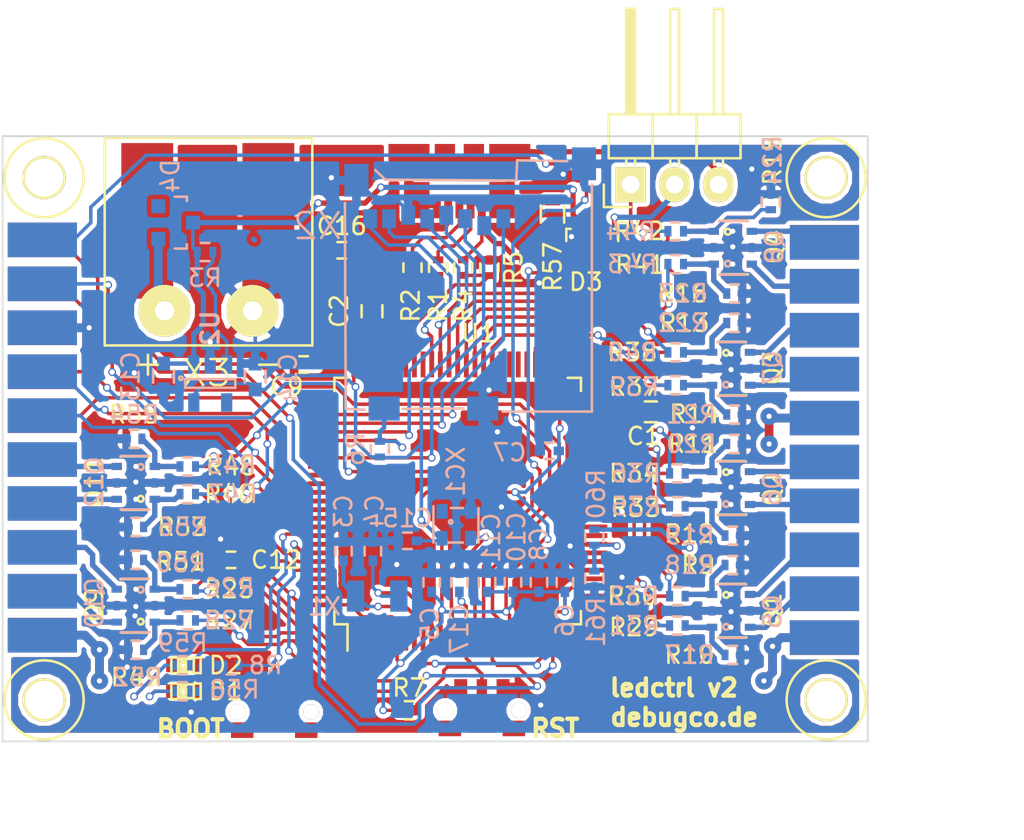
<source format=kicad_pcb>
(kicad_pcb (version 4) (host pcbnew "(2015-01-16 BZR 5376)-product")
  (layers (0 F.Cu signal) (1 In1.Cu power hide) (2 In2.Cu power hide) (31 B.Cu signal) (34 B.Paste user) (35 F.Paste user) (36 B.SilkS user) (37 F.SilkS user) (38 B.Mask user) (39 F.Mask user) (44 Edge.Cuts user))
  (net 0 "")
  (net 1 "Net-(U1-Pad76)")
  (net 2 "Net-(U1-Pad72)")
  (net 3 "Net-(U1-Pad12)")
  (net 4 "Net-(U1-Pad13)")
  (net 5 "Net-(C17-Pad1)")
  (net 6 GND)
  (net 7 VBUS)
  (net 8 "Net-(CON1-Pad2)")
  (net 9 "Net-(CON1-Pad3)")
  (net 10 "Net-(CON1-Pad4)")
  (net 11 +3V3)
  (net 12 "Net-(R8-Pad1)")
  (net 13 /SDIO_D2)
  (net 14 /SDIO_D3)
  (net 15 /SDIO_CK)
  (net 16 "Net-(R6-Pad2)")
  (net 17 /SDIO_CMD)
  (net 18 USART2_TX)
  (net 19 USART2_RX)
  (net 20 SPI1_MISO)
  (net 21 SPI1_MOSI)
  (net 22 I2C1_SCL)
  (net 23 I2C1_SDA)
  (net 24 /SDIO_D0)
  (net 25 /SDIO_D1)
  (net 26 "Net-(R4-Pad1)")
  (net 27 "Net-(R1-Pad1)")
  (net 28 "Net-(R2-Pad1)")
  (net 29 "Net-(C2-Pad1)")
  (net 30 "Net-(C3-Pad1)")
  (net 31 "Net-(C4-Pad1)")
  (net 32 SPI1_SCK)
  (net 33 "Net-(C1-Pad1)")
  (net 34 Vcc)
  (net 35 CH1)
  (net 36 CH2)
  (net 37 CH3)
  (net 38 CH4)
  (net 39 CH5)
  (net 40 CH6)
  (net 41 CH7)
  (net 42 CH8)
  (net 43 CH9)
  (net 44 CH10)
  (net 45 CH11)
  (net 46 CH12)
  (net 47 CH13)
  (net 48 CH14)
  (net 49 CH15)
  (net 50 CH16)
  (net 51 "Net-(R3-Pad2)")
  (net 52 "Net-(U2-Pad4)")
  (net 53 "Net-(R25-Pad1)")
  (net 54 "Net-(R26-Pad1)")
  (net 55 "Net-(R27-Pad1)")
  (net 56 "Net-(R28-Pad1)")
  (net 57 "Net-(R29-Pad1)")
  (net 58 "Net-(R30-Pad1)")
  (net 59 "Net-(R31-Pad1)")
  (net 60 "Net-(R32-Pad1)")
  (net 61 "Net-(R33-Pad1)")
  (net 62 "Net-(R34-Pad1)")
  (net 63 "Net-(R35-Pad1)")
  (net 64 "Net-(R36-Pad1)")
  (net 65 "Net-(R37-Pad2)")
  (net 66 "Net-(R38-Pad2)")
  (net 67 "Net-(R39-Pad2)")
  (net 68 "Net-(R40-Pad2)")
  (net 69 "Net-(R41-Pad2)")
  (net 70 "Net-(R42-Pad2)")
  (net 71 "Net-(R43-Pad2)")
  (net 72 "Net-(R44-Pad2)")
  (net 73 "Net-(R45-Pad2)")
  (net 74 "Net-(R46-Pad2)")
  (net 75 "Net-(R47-Pad2)")
  (net 76 "Net-(R48-Pad2)")
  (net 77 "Net-(XC1-Pad1)")
  (net 78 CH20)
  (net 79 CH19)
  (net 80 CH18)
  (net 81 CH24)
  (net 82 CH22)
  (net 83 CH21)
  (net 84 CH17)
  (net 85 CH23)
  (net 86 Q1_CH2)
  (net 87 Q1_CH1)
  (net 88 Q2_CH4)
  (net 89 Q2_CH3)
  (net 90 Q3_CH6)
  (net 91 Q3_CH5)
  (net 92 Q4_CH8)
  (net 93 Q4_CH7)
  (net 94 Q5_CH9)
  (net 95 Q5_CH10)
  (net 96 Q6_CH12)
  (net 97 Q7_CH13)
  (net 98 Q7_CH14)
  (net 99 Q8_CH15)
  (net 100 Q8_CH16)
  (net 101 Q9_CH17)
  (net 102 Q9_CH18)
  (net 103 Q10_CH22)
  (net 104 Q10_CH21)
  (net 105 Q11_CH19)
  (net 106 Q11_CH20)
  (net 107 Q12_CH24)
  (net 108 Q12_CH23)
  (net 109 Q6_CH11)
  (net 110 GNDD)
  (net 111 PPM)
  (net 112 "Net-(D1-Pad2)")
  (net 113 "Net-(D2-Pad2)")
  (net 114 Vbat)
  (net 115 Vppm)
  (net 116 "Net-(D4-Pad2)")
  (net 117 BAT_MEASURE)
  (net 118 ADC1)
  (net 119 ADC2)
  (net 120 ADC3)
  (module Capacitors_SMD:C_0402 (layer F.Cu) (at 103.9 83.6)
    (fp_text reference C16 (at 0 -1.4) (layer F.SilkS))
    (fp_text value 100n hide)
    (pad 1 smd rect (at -0.55 0) (size 0.6 0.5) (layers F.Cu F.Paste F.Mask) (net 11 +3V3))
    (pad 2 smd rect (at 0.55 0) (size 0.6 0.5) (layers F.Cu F.Paste F.Mask) (net 6 GND))
  )
  (module footprints:AMP_101-00660-68-6 (layer B.Cu) (at 117.9 78.6 180)
    (fp_text reference X2 (at 15.4 -3.6 180) (layer B.SilkS) (effects (font (size 1.5 1.5)) (justify mirror)))
    (fp_text value MICROSD hide)
    (pad GND smd rect (at 0 0 180) (size 1.4 1.9) (layers B.Cu B.Paste B.Mask) (net 6 GND))
    (pad GND smd rect (at 13.15 -0.95 180) (size 1.4 1.9) (layers B.Cu B.Paste B.Mask) (net 6 GND))
    (pad CD smd rect (at 11.55 -14.15 180) (size 1.8 1.4) (layers B.Cu B.Paste B.Mask) (net 16 "Net-(R6-Pad2)"))
    (pad GND smd rect (at 5.85 -14.15 180) (size 1.8 1.4) (layers B.Cu B.Paste B.Mask) (net 6 GND))
    (pad 1 smd rect (at 4.66 -3.175 180) (size 0.8 1.1) (layers B.Cu B.Paste B.Mask) (net 13 /SDIO_D2))
    (pad 2 smd rect (at 5.76 -3.575 180) (size 0.8 1.1) (layers B.Cu B.Paste B.Mask) (net 14 /SDIO_D3))
    (pad 3 smd rect (at 6.86 -3.175 180) (size 0.8 1.1) (layers B.Cu B.Paste B.Mask) (net 17 /SDIO_CMD))
    (pad 5 smd rect (at 9.06 -3.175 180) (size 0.8 1.1) (layers B.Cu B.Paste B.Mask) (net 15 /SDIO_CK))
    (pad 4 smd rect (at 7.96 -2.975 180) (size 0.8 1.1) (layers B.Cu B.Paste B.Mask) (net 11 +3V3))
    (pad 6 smd rect (at 10.16 -2.975 180) (size 0.8 1.1) (layers B.Cu B.Paste B.Mask) (net 6 GND))
    (pad 7 smd rect (at 11.26 -3.175 180) (size 0.8 1.1) (layers B.Cu B.Paste B.Mask) (net 24 /SDIO_D0))
    (pad 8 smd rect (at 12.36 -3.175 180) (size 0.8 1.1) (layers B.Cu B.Paste B.Mask) (net 25 /SDIO_D1))
  )
  (module Housings_QFP:LQFP-100_14x14mm_Pitch0.5mm (layer F.Cu) (at 110.6 98.1 90)
    (fp_text reference U1 (at 9.7 1.2 180) (layer F.SilkS))
    (fp_text value STM32F407 hide)
    (pad 1 smd rect (at -7.9 -6 90) (size 1.5 0.28) (layers F.Cu F.Paste F.Mask))
    (pad 2 smd rect (at -7.9 -5.5 90) (size 1.5 0.28) (layers F.Cu F.Paste F.Mask))
    (pad 3 smd rect (at -7.9 -5 90) (size 1.5 0.28) (layers F.Cu F.Paste F.Mask))
    (pad 4 smd rect (at -7.9 -4.5 90) (size 1.5 0.28) (layers F.Cu F.Paste F.Mask) (net 53 "Net-(R25-Pad1)"))
    (pad 5 smd rect (at -7.9 -4 90) (size 1.5 0.28) (layers F.Cu F.Paste F.Mask) (net 54 "Net-(R26-Pad1)"))
    (pad 6 smd rect (at -7.9 -3.5 90) (size 1.5 0.28) (layers F.Cu F.Paste F.Mask) (net 11 +3V3))
    (pad 7 smd rect (at -7.9 -3 90) (size 1.5 0.28) (layers F.Cu F.Paste F.Mask))
    (pad 8 smd rect (at -7.9 -2.5 90) (size 1.5 0.28) (layers F.Cu F.Paste F.Mask) (net 30 "Net-(C3-Pad1)"))
    (pad 9 smd rect (at -7.9 -2 90) (size 1.5 0.28) (layers F.Cu F.Paste F.Mask) (net 31 "Net-(C4-Pad1)"))
    (pad 10 smd rect (at -7.9 -1.5 90) (size 1.5 0.28) (layers F.Cu F.Paste F.Mask) (net 6 GND))
    (pad 11 smd rect (at -7.9 -1 90) (size 1.5 0.28) (layers F.Cu F.Paste F.Mask) (net 11 +3V3))
    (pad 12 smd rect (at -7.9 -0.5 90) (size 1.5 0.28) (layers F.Cu F.Paste F.Mask) (net 3 "Net-(U1-Pad12)"))
    (pad 13 smd rect (at -7.9 0 90) (size 1.5 0.28) (layers F.Cu F.Paste F.Mask) (net 4 "Net-(U1-Pad13)"))
    (pad 14 smd rect (at -7.9 0.5 90) (size 1.5 0.28) (layers F.Cu F.Paste F.Mask) (net 5 "Net-(C17-Pad1)"))
    (pad 15 smd rect (at -7.9 1 90) (size 1.5 0.28) (layers F.Cu F.Paste F.Mask) (net 120 ADC3))
    (pad 16 smd rect (at -7.9 1.5 90) (size 1.5 0.28) (layers F.Cu F.Paste F.Mask) (net 111 PPM))
    (pad 17 smd rect (at -7.9 2 90) (size 1.5 0.28) (layers F.Cu F.Paste F.Mask) (net 119 ADC2))
    (pad 18 smd rect (at -7.9 2.5 90) (size 1.5 0.28) (layers F.Cu F.Paste F.Mask) (net 118 ADC1))
    (pad 19 smd rect (at -7.9 3 90) (size 1.5 0.28) (layers F.Cu F.Paste F.Mask) (net 11 +3V3))
    (pad 20 smd rect (at -7.9 3.5 90) (size 1.5 0.28) (layers F.Cu F.Paste F.Mask) (net 6 GND))
    (pad 21 smd rect (at -7.9 4 90) (size 1.5 0.28) (layers F.Cu F.Paste F.Mask) (net 11 +3V3))
    (pad 22 smd rect (at -7.9 4.5 90) (size 1.5 0.28) (layers F.Cu F.Paste F.Mask) (net 11 +3V3))
    (pad 23 smd rect (at -7.9 5 90) (size 1.5 0.28) (layers F.Cu F.Paste F.Mask) (net 55 "Net-(R27-Pad1)"))
    (pad 24 smd rect (at -7.9 5.5 90) (size 1.5 0.28) (layers F.Cu F.Paste F.Mask) (net 56 "Net-(R28-Pad1)"))
    (pad 25 smd rect (at -7.9 6 90) (size 1.5 0.28) (layers F.Cu F.Paste F.Mask) (net 57 "Net-(R29-Pad1)"))
    (pad 26 smd rect (at -6 7.9 180) (size 1.5 0.28) (layers F.Cu F.Paste F.Mask) (net 58 "Net-(R30-Pad1)"))
    (pad 27 smd rect (at -5.5 7.9 180) (size 1.5 0.28) (layers F.Cu F.Paste F.Mask) (net 6 GND))
    (pad 28 smd rect (at -5 7.9 180) (size 1.5 0.28) (layers F.Cu F.Paste F.Mask) (net 11 +3V3))
    (pad 29 smd rect (at -4.5 7.9 180) (size 1.5 0.28) (layers F.Cu F.Paste F.Mask))
    (pad 30 smd rect (at -4 7.9 180) (size 1.5 0.28) (layers F.Cu F.Paste F.Mask) (net 32 SPI1_SCK))
    (pad 31 smd rect (at -3.5 7.9 180) (size 1.5 0.28) (layers F.Cu F.Paste F.Mask))
    (pad 32 smd rect (at -3 7.9 180) (size 1.5 0.28) (layers F.Cu F.Paste F.Mask))
    (pad 33 smd rect (at -2.5 7.9 180) (size 1.5 0.28) (layers F.Cu F.Paste F.Mask) (net 117 BAT_MEASURE))
    (pad 34 smd rect (at -2 7.9 180) (size 1.5 0.28) (layers F.Cu F.Paste F.Mask))
    (pad 35 smd rect (at -1.5 7.9 180) (size 1.5 0.28) (layers F.Cu F.Paste F.Mask))
    (pad 36 smd rect (at -1 7.9 180) (size 1.5 0.28) (layers F.Cu F.Paste F.Mask))
    (pad 37 smd rect (at -0.5 7.9 180) (size 1.5 0.28) (layers F.Cu F.Paste F.Mask) (net 6 GND))
    (pad 38 smd rect (at 0 7.9 180) (size 1.5 0.28) (layers F.Cu F.Paste F.Mask))
    (pad 39 smd rect (at 0.5 7.9 180) (size 1.5 0.28) (layers F.Cu F.Paste F.Mask))
    (pad 40 smd rect (at 1 7.9 180) (size 1.5 0.28) (layers F.Cu F.Paste F.Mask) (net 59 "Net-(R31-Pad1)"))
    (pad 41 smd rect (at 1.5 7.9 180) (size 1.5 0.28) (layers F.Cu F.Paste F.Mask))
    (pad 42 smd rect (at 2 7.9 180) (size 1.5 0.28) (layers F.Cu F.Paste F.Mask) (net 60 "Net-(R32-Pad1)"))
    (pad 43 smd rect (at 2.5 7.9 180) (size 1.5 0.28) (layers F.Cu F.Paste F.Mask))
    (pad 44 smd rect (at 3 7.9 180) (size 1.5 0.28) (layers F.Cu F.Paste F.Mask) (net 61 "Net-(R33-Pad1)"))
    (pad 45 smd rect (at 3.5 7.9 180) (size 1.5 0.28) (layers F.Cu F.Paste F.Mask) (net 62 "Net-(R34-Pad1)"))
    (pad 46 smd rect (at 4 7.9 180) (size 1.5 0.28) (layers F.Cu F.Paste F.Mask))
    (pad 47 smd rect (at 4.5 7.9 180) (size 1.5 0.28) (layers F.Cu F.Paste F.Mask) (net 63 "Net-(R35-Pad1)"))
    (pad 48 smd rect (at 5 7.9 180) (size 1.5 0.28) (layers F.Cu F.Paste F.Mask) (net 64 "Net-(R36-Pad1)"))
    (pad 49 smd rect (at 5.5 7.9 180) (size 1.5 0.28) (layers F.Cu F.Paste F.Mask) (net 33 "Net-(C1-Pad1)"))
    (pad 50 smd rect (at 6 7.9 180) (size 1.5 0.28) (layers F.Cu F.Paste F.Mask) (net 11 +3V3))
    (pad 51 smd rect (at 7.9 6 90) (size 1.5 0.28) (layers F.Cu F.Paste F.Mask))
    (pad 52 smd rect (at 7.9 5.5 90) (size 1.5 0.28) (layers F.Cu F.Paste F.Mask))
    (pad 53 smd rect (at 7.9 5 90) (size 1.5 0.28) (layers F.Cu F.Paste F.Mask) (net 65 "Net-(R37-Pad2)"))
    (pad 54 smd rect (at 7.9 4.5 90) (size 1.5 0.28) (layers F.Cu F.Paste F.Mask) (net 66 "Net-(R38-Pad2)"))
    (pad 55 smd rect (at 7.9 4 90) (size 1.5 0.28) (layers F.Cu F.Paste F.Mask))
    (pad 56 smd rect (at 7.9 3.5 90) (size 1.5 0.28) (layers F.Cu F.Paste F.Mask))
    (pad 57 smd rect (at 7.9 3 90) (size 1.5 0.28) (layers F.Cu F.Paste F.Mask))
    (pad 58 smd rect (at 7.9 2.5 90) (size 1.5 0.28) (layers F.Cu F.Paste F.Mask))
    (pad 59 smd rect (at 7.9 2 90) (size 1.5 0.28) (layers F.Cu F.Paste F.Mask) (net 67 "Net-(R39-Pad2)"))
    (pad 60 smd rect (at 7.9 1.5 90) (size 1.5 0.28) (layers F.Cu F.Paste F.Mask) (net 68 "Net-(R40-Pad2)"))
    (pad 61 smd rect (at 7.9 1 90) (size 1.5 0.28) (layers F.Cu F.Paste F.Mask) (net 69 "Net-(R41-Pad2)"))
    (pad 62 smd rect (at 7.9 0.5 90) (size 1.5 0.28) (layers F.Cu F.Paste F.Mask) (net 71 "Net-(R43-Pad2)"))
    (pad 63 smd rect (at 7.9 0 90) (size 1.5 0.28) (layers F.Cu F.Paste F.Mask) (net 70 "Net-(R42-Pad2)"))
    (pad 64 smd rect (at 7.9 -0.5 90) (size 1.5 0.28) (layers F.Cu F.Paste F.Mask) (net 72 "Net-(R44-Pad2)"))
    (pad 65 smd rect (at 7.9 -1 90) (size 1.5 0.28) (layers F.Cu F.Paste F.Mask) (net 24 /SDIO_D0))
    (pad 66 smd rect (at 7.9 -1.5 90) (size 1.5 0.28) (layers F.Cu F.Paste F.Mask) (net 25 /SDIO_D1))
    (pad 67 smd rect (at 7.9 -2 90) (size 1.5 0.28) (layers F.Cu F.Paste F.Mask))
    (pad 68 smd rect (at 7.9 -2.5 90) (size 1.5 0.28) (layers F.Cu F.Paste F.Mask) (net 26 "Net-(R4-Pad1)"))
    (pad 69 smd rect (at 7.9 -3 90) (size 1.5 0.28) (layers F.Cu F.Paste F.Mask))
    (pad 70 smd rect (at 7.9 -3.5 90) (size 1.5 0.28) (layers F.Cu F.Paste F.Mask) (net 27 "Net-(R1-Pad1)"))
    (pad 71 smd rect (at 7.9 -4 90) (size 1.5 0.28) (layers F.Cu F.Paste F.Mask) (net 28 "Net-(R2-Pad1)"))
    (pad 72 smd rect (at 7.9 -4.5 90) (size 1.5 0.28) (layers F.Cu F.Paste F.Mask) (net 2 "Net-(U1-Pad72)"))
    (pad 73 smd rect (at 7.9 -5 90) (size 1.5 0.28) (layers F.Cu F.Paste F.Mask) (net 29 "Net-(C2-Pad1)"))
    (pad 74 smd rect (at 7.9 -5.5 90) (size 1.5 0.28) (layers F.Cu F.Paste F.Mask) (net 6 GND))
    (pad 75 smd rect (at 7.9 -6 90) (size 1.5 0.28) (layers F.Cu F.Paste F.Mask) (net 11 +3V3))
    (pad 76 smd rect (at 6 -7.9 180) (size 1.5 0.28) (layers F.Cu F.Paste F.Mask) (net 1 "Net-(U1-Pad76)"))
    (pad 77 smd rect (at 5.5 -7.9 180) (size 1.5 0.28) (layers F.Cu F.Paste F.Mask) (net 73 "Net-(R45-Pad2)"))
    (pad 78 smd rect (at 5 -7.9 180) (size 1.5 0.28) (layers F.Cu F.Paste F.Mask) (net 13 /SDIO_D2))
    (pad 79 smd rect (at 4.5 -7.9 180) (size 1.5 0.28) (layers F.Cu F.Paste F.Mask) (net 14 /SDIO_D3))
    (pad 80 smd rect (at 4 -7.9 180) (size 1.5 0.28) (layers F.Cu F.Paste F.Mask) (net 15 /SDIO_CK))
    (pad 81 smd rect (at 3.5 -7.9 180) (size 1.5 0.28) (layers F.Cu F.Paste F.Mask) (net 16 "Net-(R6-Pad2)"))
    (pad 82 smd rect (at 3 -7.9 180) (size 1.5 0.28) (layers F.Cu F.Paste F.Mask))
    (pad 83 smd rect (at 2.5 -7.9 180) (size 1.5 0.28) (layers F.Cu F.Paste F.Mask) (net 17 /SDIO_CMD))
    (pad 84 smd rect (at 2 -7.9 180) (size 1.5 0.28) (layers F.Cu F.Paste F.Mask))
    (pad 85 smd rect (at 1.5 -7.9 180) (size 1.5 0.28) (layers F.Cu F.Paste F.Mask))
    (pad 86 smd rect (at 1 -7.9 180) (size 1.5 0.28) (layers F.Cu F.Paste F.Mask) (net 18 USART2_TX))
    (pad 87 smd rect (at 0.5 -7.9 180) (size 1.5 0.28) (layers F.Cu F.Paste F.Mask) (net 19 USART2_RX))
    (pad 88 smd rect (at 0 -7.9 180) (size 1.5 0.28) (layers F.Cu F.Paste F.Mask))
    (pad 89 smd rect (at -0.5 -7.9 180) (size 1.5 0.28) (layers F.Cu F.Paste F.Mask) (net 74 "Net-(R46-Pad2)"))
    (pad 90 smd rect (at -1 -7.9 180) (size 1.5 0.28) (layers F.Cu F.Paste F.Mask) (net 20 SPI1_MISO))
    (pad 91 smd rect (at -1.5 -7.9 180) (size 1.5 0.28) (layers F.Cu F.Paste F.Mask) (net 21 SPI1_MOSI))
    (pad 92 smd rect (at -2 -7.9 180) (size 1.5 0.28) (layers F.Cu F.Paste F.Mask) (net 22 I2C1_SCL))
    (pad 93 smd rect (at -2.5 -7.9 180) (size 1.5 0.28) (layers F.Cu F.Paste F.Mask) (net 23 I2C1_SDA))
    (pad 94 smd rect (at -3 -7.9 180) (size 1.5 0.28) (layers F.Cu F.Paste F.Mask) (net 12 "Net-(R8-Pad1)"))
    (pad 95 smd rect (at -3.5 -7.9 180) (size 1.5 0.28) (layers F.Cu F.Paste F.Mask) (net 75 "Net-(R47-Pad2)"))
    (pad 96 smd rect (at -4 -7.9 180) (size 1.5 0.28) (layers F.Cu F.Paste F.Mask) (net 76 "Net-(R48-Pad2)"))
    (pad 97 smd rect (at -4.5 -7.9 180) (size 1.5 0.28) (layers F.Cu F.Paste F.Mask))
    (pad 98 smd rect (at -5 -7.9 180) (size 1.5 0.28) (layers F.Cu F.Paste F.Mask))
    (pad 99 smd rect (at -5.5 -7.9 180) (size 1.5 0.28) (layers F.Cu F.Paste F.Mask) (net 6 GND))
    (pad 100 smd rect (at -6 -7.9 180) (size 1.5 0.28) (layers F.Cu F.Paste F.Mask) (net 11 +3V3))
  )
  (module Capacitors_SMD:C_0402 (layer B.Cu) (at 110.7 102.8 90)
    (fp_text reference C17 (at -2.7 0 90) (layer B.SilkS) (effects (justify mirror)))
    (fp_text value 100n hide)
    (pad 1 smd rect (at -0.55 0 90) (size 0.6 0.5) (layers B.Cu B.Paste B.Mask) (net 5 "Net-(C17-Pad1)"))
    (pad 2 smd rect (at 0.55 0 90) (size 0.6 0.5) (layers B.Cu B.Paste B.Mask) (net 6 GND))
  )
  (module Resistors_SMD:R_0402 (layer F.Cu) (at 107.8 110.2)
    (fp_text reference R7 (at 0 -1.3) (layer F.SilkS))
    (fp_text value 10k hide)
    (pad 1 smd rect (at -0.45 0) (size 0.4 0.6) (layers F.Cu F.Paste F.Mask) (net 11 +3V3))
    (pad 2 smd rect (at 0.45 0) (size 0.4 0.6) (layers F.Cu F.Paste F.Mask) (net 5 "Net-(C17-Pad1)"))
  )
  (module Resistors_SMD:R_0402 (layer B.Cu) (at 97.5 107.6 180)
    (fp_text reference R8 (at -2 0 180) (layer B.SilkS) (effects (justify mirror)))
    (fp_text value 100k hide)
    (pad 1 smd rect (at -0.45 0 180) (size 0.4 0.6) (layers B.Cu B.Paste B.Mask) (net 12 "Net-(R8-Pad1)"))
    (pad 2 smd rect (at 0.45 0 180) (size 0.4 0.6) (layers B.Cu B.Paste B.Mask) (net 6 GND))
  )
  (module Resistors_SMD:R_0402 (layer F.Cu) (at 126.5 101.8)
    (fp_text reference R9 (at -2 0) (layer F.SilkS))
    (fp_text value 18k hide)
    (pad 1 smd rect (at -0.45 0) (size 0.4 0.6) (layers F.Cu F.Paste F.Mask) (net 86 Q1_CH2))
    (pad 2 smd rect (at 0.45 0) (size 0.4 0.6) (layers F.Cu F.Paste F.Mask) (net 6 GND))
  )
  (module Resistors_SMD:R_0402 (layer F.Cu) (at 126.5 107)
    (fp_text reference R10 (at -2.5 0) (layer F.SilkS))
    (fp_text value 18k hide)
    (pad 1 smd rect (at -0.45 0) (size 0.4 0.6) (layers F.Cu F.Paste F.Mask) (net 87 Q1_CH1))
    (pad 2 smd rect (at 0.45 0) (size 0.4 0.6) (layers F.Cu F.Paste F.Mask) (net 6 GND))
  )
  (module Resistors_SMD:R_0402 (layer F.Cu) (at 126.6 94.8)
    (fp_text reference R11 (at -2.4 0) (layer F.SilkS))
    (fp_text value 18k hide)
    (pad 1 smd rect (at -0.45 0) (size 0.4 0.6) (layers F.Cu F.Paste F.Mask) (net 88 Q2_CH4))
    (pad 2 smd rect (at 0.45 0) (size 0.4 0.6) (layers F.Cu F.Paste F.Mask) (net 6 GND))
  )
  (module Resistors_SMD:R_0402 (layer F.Cu) (at 126.5 100.1)
    (fp_text reference R12 (at -2.5 -0.1) (layer F.SilkS))
    (fp_text value 18k hide)
    (pad 1 smd rect (at -0.45 0) (size 0.4 0.6) (layers F.Cu F.Paste F.Mask) (net 89 Q2_CH3))
    (pad 2 smd rect (at 0.45 0) (size 0.4 0.6) (layers F.Cu F.Paste F.Mask) (net 6 GND))
  )
  (module Resistors_SMD:R_0402 (layer F.Cu) (at 126.6 87.8)
    (fp_text reference R13 (at -2.9 0) (layer F.SilkS))
    (fp_text value 18k hide)
    (pad 1 smd rect (at -0.45 0) (size 0.4 0.6) (layers F.Cu F.Paste F.Mask) (net 90 Q3_CH6))
    (pad 2 smd rect (at 0.45 0) (size 0.4 0.6) (layers F.Cu F.Paste F.Mask) (net 6 GND))
  )
  (module Resistors_SMD:R_0402 (layer F.Cu) (at 126.6 93.1)
    (fp_text reference R14 (at -2.31 -0.03) (layer F.SilkS))
    (fp_text value 18k hide)
    (pad 1 smd rect (at -0.45 0) (size 0.4 0.6) (layers F.Cu F.Paste F.Mask) (net 91 Q3_CH5))
    (pad 2 smd rect (at 0.45 0) (size 0.4 0.6) (layers F.Cu F.Paste F.Mask) (net 6 GND))
  )
  (module Resistors_SMD:R_0402 (layer F.Cu) (at 128.7 80.8 90)
    (fp_text reference R15 (at 2.4 0.1 270) (layer F.SilkS))
    (fp_text value 18k hide)
    (pad 1 smd rect (at -0.45 0 90) (size 0.4 0.6) (layers F.Cu F.Paste F.Mask) (net 92 Q4_CH8))
    (pad 2 smd rect (at 0.45 0 90) (size 0.4 0.6) (layers F.Cu F.Paste F.Mask) (net 6 GND))
  )
  (module Resistors_SMD:R_0402 (layer F.Cu) (at 126.6 86.1)
    (fp_text reference R16 (at -3 0) (layer F.SilkS))
    (fp_text value 18k hide)
    (pad 1 smd rect (at -0.45 0) (size 0.4 0.6) (layers F.Cu F.Paste F.Mask) (net 93 Q4_CH7))
    (pad 2 smd rect (at 0.45 0) (size 0.4 0.6) (layers F.Cu F.Paste F.Mask) (net 6 GND))
  )
  (module Resistors_SMD:R_0402 (layer B.Cu) (at 126.5 107)
    (fp_text reference R17 (at -2.5 0) (layer B.SilkS) (effects (justify mirror)))
    (fp_text value 18k hide)
    (pad 1 smd rect (at -0.45 0) (size 0.4 0.6) (layers B.Cu B.Paste B.Mask) (net 94 Q5_CH9))
    (pad 2 smd rect (at 0.45 0) (size 0.4 0.6) (layers B.Cu B.Paste B.Mask) (net 6 GND))
  )
  (module Resistors_SMD:R_0402 (layer B.Cu) (at 126.5 101.8)
    (fp_text reference R18 (at -2.5 0) (layer B.SilkS) (effects (justify mirror)))
    (fp_text value 18k hide)
    (pad 1 smd rect (at -0.45 0) (size 0.4 0.6) (layers B.Cu B.Paste B.Mask) (net 95 Q5_CH10))
    (pad 2 smd rect (at 0.45 0) (size 0.4 0.6) (layers B.Cu B.Paste B.Mask) (net 6 GND))
  )
  (module Resistors_SMD:R_0402 (layer B.Cu) (at 126.5 100.1)
    (fp_text reference R19 (at -2.5 0) (layer B.SilkS) (effects (justify mirror)))
    (fp_text value 18k hide)
    (pad 1 smd rect (at -0.45 0) (size 0.4 0.6) (layers B.Cu B.Paste B.Mask) (net 109 Q6_CH11))
    (pad 2 smd rect (at 0.45 0) (size 0.4 0.6) (layers B.Cu B.Paste B.Mask) (net 6 GND))
  )
  (module Resistors_SMD:R_0402 (layer B.Cu) (at 126.6 94.8)
    (fp_text reference R20 (at -2.5 0) (layer B.SilkS) (effects (justify mirror)))
    (fp_text value 18k hide)
    (pad 1 smd rect (at -0.45 0) (size 0.4 0.6) (layers B.Cu B.Paste B.Mask) (net 96 Q6_CH12))
    (pad 2 smd rect (at 0.45 0) (size 0.4 0.6) (layers B.Cu B.Paste B.Mask) (net 6 GND))
  )
  (module Resistors_SMD:R_0402 (layer B.Cu) (at 126.6 93.1)
    (fp_text reference R21 (at -2.5 0) (layer B.SilkS) (effects (justify mirror)))
    (fp_text value 18k hide)
    (pad 1 smd rect (at -0.45 0) (size 0.4 0.6) (layers B.Cu B.Paste B.Mask) (net 97 Q7_CH13))
    (pad 2 smd rect (at 0.45 0) (size 0.4 0.6) (layers B.Cu B.Paste B.Mask) (net 6 GND))
  )
  (module Resistors_SMD:R_0402 (layer B.Cu) (at 126.6 87.8)
    (fp_text reference R22 (at -3 0) (layer B.SilkS) (effects (justify mirror)))
    (fp_text value 18k hide)
    (pad 1 smd rect (at -0.45 0) (size 0.4 0.6) (layers B.Cu B.Paste B.Mask) (net 98 Q7_CH14))
    (pad 2 smd rect (at 0.45 0) (size 0.4 0.6) (layers B.Cu B.Paste B.Mask) (net 6 GND))
  )
  (module Resistors_SMD:R_0402 (layer B.Cu) (at 126.6 86.1)
    (fp_text reference R23 (at -3 0) (layer B.SilkS) (effects (justify mirror)))
    (fp_text value 18k hide)
    (pad 1 smd rect (at -0.45 0) (size 0.4 0.6) (layers B.Cu B.Paste B.Mask) (net 99 Q8_CH15))
    (pad 2 smd rect (at 0.45 0) (size 0.4 0.6) (layers B.Cu B.Paste B.Mask) (net 6 GND))
  )
  (module Resistors_SMD:R_0402 (layer B.Cu) (at 128.7 80.8 90)
    (fp_text reference R24 (at 2.4 0.1 90) (layer B.SilkS) (effects (justify mirror)))
    (fp_text value 18k hide)
    (pad 1 smd rect (at -0.45 0 90) (size 0.4 0.6) (layers B.Cu B.Paste B.Mask) (net 100 Q8_CH16))
    (pad 2 smd rect (at 0.45 0 90) (size 0.4 0.6) (layers B.Cu B.Paste B.Mask) (net 6 GND))
  )
  (module Capacitors_SMD:C_0402 (layer B.Cu) (at 104 101 90)
    (fp_text reference C3 (at 2.3 0 90) (layer B.SilkS) (effects (justify mirror)))
    (fp_text value 12p hide)
    (pad 1 smd rect (at -0.55 0 90) (size 0.6 0.5) (layers B.Cu B.Paste B.Mask) (net 30 "Net-(C3-Pad1)"))
    (pad 2 smd rect (at 0.55 0 90) (size 0.6 0.5) (layers B.Cu B.Paste B.Mask) (net 6 GND))
  )
  (module Capacitors_SMD:C_0402 (layer B.Cu) (at 105.7 101 90)
    (fp_text reference C4 (at 2.3 0.1 90) (layer B.SilkS) (effects (justify mirror)))
    (fp_text value 12p hide)
    (pad 1 smd rect (at -0.55 0 90) (size 0.6 0.5) (layers B.Cu B.Paste B.Mask) (net 31 "Net-(C4-Pad1)"))
    (pad 2 smd rect (at 0.55 0 90) (size 0.6 0.5) (layers B.Cu B.Paste B.Mask) (net 6 GND))
  )
  (module Capacitors_SMD:C_0402 (layer B.Cu) (at 109.1 102.8 90)
    (fp_text reference C5 (at -2.4 -0.1 90) (layer B.SilkS) (effects (justify mirror)))
    (fp_text value 100n hide)
    (pad 1 smd rect (at -0.55 0 90) (size 0.6 0.5) (layers B.Cu B.Paste B.Mask) (net 11 +3V3))
    (pad 2 smd rect (at 0.55 0 90) (size 0.6 0.5) (layers B.Cu B.Paste B.Mask) (net 6 GND))
  )
  (module Capacitors_SMD:C_0402 (layer B.Cu) (at 116.8 102.8 90)
    (fp_text reference C6 (at -2.2 0 90) (layer B.SilkS) (effects (justify mirror)))
    (fp_text value 100n hide)
    (pad 1 smd rect (at -0.55 0 90) (size 0.6 0.5) (layers B.Cu B.Paste B.Mask) (net 11 +3V3))
    (pad 2 smd rect (at 0.55 0 90) (size 0.6 0.5) (layers B.Cu B.Paste B.Mask) (net 6 GND))
  )
  (module Capacitors_SMD:C_0402 (layer B.Cu) (at 115.9 95.2 180)
    (fp_text reference C7 (at 2.3 -0.1 180) (layer B.SilkS) (effects (justify mirror)))
    (fp_text value 100n hide)
    (pad 1 smd rect (at -0.55 0 180) (size 0.6 0.5) (layers B.Cu B.Paste B.Mask) (net 11 +3V3))
    (pad 2 smd rect (at 0.55 0 180) (size 0.6 0.5) (layers B.Cu B.Paste B.Mask) (net 6 GND))
  )
  (module Capacitors_SMD:C_0402 (layer B.Cu) (at 115.3 102.8 90)
    (fp_text reference C8 (at 2.2 0 90) (layer B.SilkS) (effects (justify mirror)))
    (fp_text value 100n hide)
    (pad 1 smd rect (at -0.55 0 90) (size 0.6 0.5) (layers B.Cu B.Paste B.Mask) (net 11 +3V3))
    (pad 2 smd rect (at 0.55 0 90) (size 0.6 0.5) (layers B.Cu B.Paste B.Mask) (net 6 GND))
  )
  (module Capacitors_SMD:C_0402 (layer F.Cu) (at 101.7 90.2 180)
    (fp_text reference C9 (at 0.99 -1.29 180) (layer F.SilkS))
    (fp_text value 100n hide)
    (pad 1 smd rect (at -0.55 0 180) (size 0.6 0.5) (layers F.Cu F.Paste F.Mask) (net 11 +3V3))
    (pad 2 smd rect (at 0.55 0 180) (size 0.6 0.5) (layers F.Cu F.Paste F.Mask) (net 6 GND))
  )
  (module Capacitors_SMD:C_0402 (layer B.Cu) (at 113.8 102.8 90)
    (fp_text reference C10 (at 2.61 0.2 90) (layer B.SilkS) (effects (justify mirror)))
    (fp_text value 100n hide)
    (pad 1 smd rect (at -0.55 0 90) (size 0.6 0.5) (layers B.Cu B.Paste B.Mask) (net 11 +3V3))
    (pad 2 smd rect (at 0.55 0 90) (size 0.6 0.5) (layers B.Cu B.Paste B.Mask) (net 6 GND))
  )
  (module Capacitors_SMD:C_0402 (layer B.Cu) (at 112.3 102.8 90)
    (fp_text reference C11 (at 2.57 0.24 90) (layer B.SilkS) (effects (justify mirror)))
    (fp_text value 100n hide)
    (pad 1 smd rect (at -0.55 0 90) (size 0.6 0.5) (layers B.Cu B.Paste B.Mask) (net 11 +3V3))
    (pad 2 smd rect (at 0.55 0 90) (size 0.6 0.5) (layers B.Cu B.Paste B.Mask) (net 6 GND))
  )
  (module Capacitors_SMD:C_0402 (layer F.Cu) (at 97.5 101.5 180)
    (fp_text reference C12 (at -2.6 0 180) (layer F.SilkS))
    (fp_text value 100n hide)
    (pad 1 smd rect (at -0.55 0 180) (size 0.6 0.5) (layers F.Cu F.Paste F.Mask) (net 11 +3V3))
    (pad 2 smd rect (at 0.55 0 180) (size 0.6 0.5) (layers F.Cu F.Paste F.Mask) (net 6 GND))
  )
  (module Capacitors_SMD:C_0402 (layer B.Cu) (at 107.7 100.4 180)
    (fp_text reference C15 (at 0 1.3 180) (layer B.SilkS) (effects (justify mirror)))
    (fp_text value 100n hide)
    (pad 1 smd rect (at -0.55 0 180) (size 0.6 0.5) (layers B.Cu B.Paste B.Mask) (net 11 +3V3))
    (pad 2 smd rect (at 0.55 0 180) (size 0.6 0.5) (layers B.Cu B.Paste B.Mask) (net 6 GND))
  )
  (module Resistors_SMD:R_0402 (layer F.Cu) (at 109.47 84.6 90)
    (fp_text reference R1 (at -2.2 0 90) (layer F.SilkS))
    (fp_text value 22 hide)
    (pad 1 smd rect (at -0.45 0 90) (size 0.4 0.6) (layers F.Cu F.Paste F.Mask) (net 27 "Net-(R1-Pad1)"))
    (pad 2 smd rect (at 0.45 0 90) (size 0.4 0.6) (layers F.Cu F.Paste F.Mask) (net 8 "Net-(CON1-Pad2)"))
  )
  (module Resistors_SMD:R_0402 (layer F.Cu) (at 107.99 84.6 90)
    (fp_text reference R2 (at -2.2 -0.1 90) (layer F.SilkS))
    (fp_text value 22 hide)
    (pad 1 smd rect (at -0.45 0 90) (size 0.4 0.6) (layers F.Cu F.Paste F.Mask) (net 28 "Net-(R2-Pad1)"))
    (pad 2 smd rect (at 0.45 0 90) (size 0.4 0.6) (layers F.Cu F.Paste F.Mask) (net 9 "Net-(CON1-Pad3)"))
  )
  (module Resistors_SMD:R_0402 (layer B.Cu) (at 96 83.7)
    (fp_text reference R3 (at 0 1.5) (layer B.SilkS) (effects (justify mirror)))
    (fp_text value 100k hide)
    (pad 1 smd rect (at -0.45 0) (size 0.4 0.6) (layers B.Cu B.Paste B.Mask) (net 34 Vcc))
    (pad 2 smd rect (at 0.45 0) (size 0.4 0.6) (layers B.Cu B.Paste B.Mask) (net 51 "Net-(R3-Pad2)"))
  )
  (module Resistors_SMD:R_0402 (layer F.Cu) (at 110.92 84.6 90)
    (fp_text reference R4 (at -2.2 0 90) (layer F.SilkS))
    (fp_text value 1k hide)
    (pad 1 smd rect (at -0.45 0 90) (size 0.4 0.6) (layers F.Cu F.Paste F.Mask) (net 26 "Net-(R4-Pad1)"))
    (pad 2 smd rect (at 0.45 0 90) (size 0.4 0.6) (layers F.Cu F.Paste F.Mask) (net 7 VBUS))
  )
  (module Resistors_SMD:R_0402 (layer F.Cu) (at 112.43 84.61 270)
    (fp_text reference R5 (at 0 -1.4 270) (layer F.SilkS))
    (fp_text value 100k hide)
    (pad 1 smd rect (at -0.45 0 270) (size 0.4 0.6) (layers F.Cu F.Paste F.Mask) (net 6 GND))
    (pad 2 smd rect (at 0.45 0 270) (size 0.4 0.6) (layers F.Cu F.Paste F.Mask) (net 26 "Net-(R4-Pad1)"))
  )
  (module Resistors_SMD:R_0402 (layer B.Cu) (at 106.1 95.1 90)
    (fp_text reference R6 (at 0 -1.4 90) (layer B.SilkS) (effects (justify mirror)))
    (fp_text value 22k hide)
    (pad 1 smd rect (at -0.45 0 90) (size 0.4 0.6) (layers B.Cu B.Paste B.Mask) (net 11 +3V3))
    (pad 2 smd rect (at 0.45 0 90) (size 0.4 0.6) (layers B.Cu B.Paste B.Mask) (net 16 "Net-(R6-Pad2)"))
  )
  (module Housings_SOT-23_SOT-143_TSOT-6:SOT23-5 (layer B.Cu) (at 96.3 91.3 270)
    (fp_text reference U2 (at -3.2 0 270) (layer B.SilkS) (effects (font (thickness 0.2)) (justify mirror)))
    (fp_text value MCP1755 hide)
    (pad 1 smd rect (at -1.1 0.95 270) (size 1.06 0.65) (layers B.Cu B.Paste B.Mask) (net 34 Vcc))
    (pad 2 smd rect (at -1.1 0 270) (size 1.06 0.65) (layers B.Cu B.Paste B.Mask) (net 6 GND))
    (pad 3 smd rect (at -1.1 -0.95 270) (size 1.06 0.65) (layers B.Cu B.Paste B.Mask) (net 51 "Net-(R3-Pad2)"))
    (pad 4 smd rect (at 1.1 -0.95 270) (size 1.06 0.65) (layers B.Cu B.Paste B.Mask) (net 52 "Net-(U2-Pad4)"))
    (pad 5 smd rect (at 1.1 0.95 270) (size 1.06 0.65) (layers B.Cu B.Paste B.Mask) (net 11 +3V3))
  )
  (module footprints:ASDMB (layer B.Cu) (at 110.5 99.5)
    (fp_text reference XC1 (at 0 -3.1 90) (layer B.SilkS) (effects (justify mirror)))
    (fp_text value 16MHz hide)
    (pad 1 smd rect (at -0.8 -0.8) (size 0.65 0.85) (layers B.Cu B.Paste B.Mask) (net 77 "Net-(XC1-Pad1)"))
    (pad 2 smd rect (at 0.85 -0.8) (size 0.65 0.85) (layers B.Cu B.Paste B.Mask) (net 6 GND))
    (pad 4 smd rect (at -0.8 0.75) (size 0.65 0.85) (layers B.Cu B.Paste B.Mask) (net 11 +3V3))
    (pad 3 smd rect (at 0.85 0.75) (size 0.65 0.85) (layers B.Cu B.Paste B.Mask) (net 3 "Net-(U1-Pad12)"))
  )
  (module Resistors_SMD:R_0402 (layer F.Cu) (at 95 103.2 180)
    (fp_text reference R25 (at -2.4 0 180) (layer F.SilkS))
    (fp_text value 240 hide)
    (pad 1 smd rect (at -0.45 0 180) (size 0.4 0.6) (layers F.Cu F.Paste F.Mask) (net 53 "Net-(R25-Pad1)"))
    (pad 2 smd rect (at 0.45 0 180) (size 0.4 0.6) (layers F.Cu F.Paste F.Mask) (net 102 Q9_CH18))
  )
  (module Resistors_SMD:R_0402 (layer B.Cu) (at 95 103.2 180)
    (fp_text reference R26 (at -2.4 0.1 180) (layer B.SilkS) (effects (justify mirror)))
    (fp_text value 240 hide)
    (pad 1 smd rect (at -0.45 0 180) (size 0.4 0.6) (layers B.Cu B.Paste B.Mask) (net 54 "Net-(R26-Pad1)"))
    (pad 2 smd rect (at 0.45 0 180) (size 0.4 0.6) (layers B.Cu B.Paste B.Mask) (net 103 Q10_CH22))
  )
  (module Resistors_SMD:R_0402 (layer F.Cu) (at 95 105 180)
    (fp_text reference R27 (at -2.4 0 180) (layer F.SilkS))
    (fp_text value 240 hide)
    (pad 1 smd rect (at -0.45 0 180) (size 0.4 0.6) (layers F.Cu F.Paste F.Mask) (net 55 "Net-(R27-Pad1)"))
    (pad 2 smd rect (at 0.45 0 180) (size 0.4 0.6) (layers F.Cu F.Paste F.Mask) (net 101 Q9_CH17))
  )
  (module Resistors_SMD:R_0402 (layer B.Cu) (at 95 105 180)
    (fp_text reference R28 (at -2.4 0 180) (layer B.SilkS) (effects (justify mirror)))
    (fp_text value 240 hide)
    (pad 1 smd rect (at -0.45 0 180) (size 0.4 0.6) (layers B.Cu B.Paste B.Mask) (net 56 "Net-(R28-Pad1)"))
    (pad 2 smd rect (at 0.45 0 180) (size 0.4 0.6) (layers B.Cu B.Paste B.Mask) (net 104 Q10_CH21))
  )
  (module Resistors_SMD:R_0402 (layer F.Cu) (at 123.3 105.3)
    (fp_text reference R29 (at -2.5 0.1) (layer F.SilkS))
    (fp_text value 240 hide)
    (pad 1 smd rect (at -0.45 0) (size 0.4 0.6) (layers F.Cu F.Paste F.Mask) (net 57 "Net-(R29-Pad1)"))
    (pad 2 smd rect (at 0.45 0) (size 0.4 0.6) (layers F.Cu F.Paste F.Mask) (net 87 Q1_CH1))
  )
  (module Resistors_SMD:R_0402 (layer F.Cu) (at 123.3 103.6)
    (fp_text reference R30 (at -2.6 0) (layer F.SilkS))
    (fp_text value 240 hide)
    (pad 1 smd rect (at -0.45 0) (size 0.4 0.6) (layers F.Cu F.Paste F.Mask) (net 58 "Net-(R30-Pad1)"))
    (pad 2 smd rect (at 0.45 0) (size 0.4 0.6) (layers F.Cu F.Paste F.Mask) (net 86 Q1_CH2))
  )
  (module Resistors_SMD:R_0402 (layer B.Cu) (at 123.3 105.3)
    (fp_text reference R31 (at -2.5 0) (layer B.SilkS) (effects (justify mirror)))
    (fp_text value 240 hide)
    (pad 1 smd rect (at -0.45 0) (size 0.4 0.6) (layers B.Cu B.Paste B.Mask) (net 59 "Net-(R31-Pad1)"))
    (pad 2 smd rect (at 0.45 0) (size 0.4 0.6) (layers B.Cu B.Paste B.Mask) (net 94 Q5_CH9))
  )
  (module Resistors_SMD:R_0402 (layer B.Cu) (at 123.3 103.6)
    (fp_text reference R32 (at -2.5 0) (layer B.SilkS) (effects (justify mirror)))
    (fp_text value 240 hide)
    (pad 1 smd rect (at -0.45 0) (size 0.4 0.6) (layers B.Cu B.Paste B.Mask) (net 60 "Net-(R32-Pad1)"))
    (pad 2 smd rect (at 0.45 0) (size 0.4 0.6) (layers B.Cu B.Paste B.Mask) (net 95 Q5_CH10))
  )
  (module Resistors_SMD:R_0402 (layer F.Cu) (at 123.3 98.4)
    (fp_text reference R33 (at -2.4 0.1) (layer F.SilkS))
    (fp_text value 240 hide)
    (pad 1 smd rect (at -0.45 0) (size 0.4 0.6) (layers F.Cu F.Paste F.Mask) (net 61 "Net-(R33-Pad1)"))
    (pad 2 smd rect (at 0.45 0) (size 0.4 0.6) (layers F.Cu F.Paste F.Mask) (net 89 Q2_CH3))
  )
  (module Resistors_SMD:R_0402 (layer F.Cu) (at 123.3 96.5)
    (fp_text reference R34 (at -2.5 0) (layer F.SilkS))
    (fp_text value 240 hide)
    (pad 1 smd rect (at -0.45 0) (size 0.4 0.6) (layers F.Cu F.Paste F.Mask) (net 62 "Net-(R34-Pad1)"))
    (pad 2 smd rect (at 0.45 0) (size 0.4 0.6) (layers F.Cu F.Paste F.Mask) (net 88 Q2_CH4))
  )
  (module Resistors_SMD:R_0402 (layer B.Cu) (at 123.3 98.4)
    (fp_text reference R35 (at -2.4 0) (layer B.SilkS) (effects (justify mirror)))
    (fp_text value 240 hide)
    (pad 1 smd rect (at -0.45 0) (size 0.4 0.6) (layers B.Cu B.Paste B.Mask) (net 63 "Net-(R35-Pad1)"))
    (pad 2 smd rect (at 0.45 0) (size 0.4 0.6) (layers B.Cu B.Paste B.Mask) (net 109 Q6_CH11))
  )
  (module Resistors_SMD:R_0402 (layer B.Cu) (at 123.3 96.5)
    (fp_text reference R36 (at -2.4 0) (layer B.SilkS) (effects (justify mirror)))
    (fp_text value 240 hide)
    (pad 1 smd rect (at -0.45 0) (size 0.4 0.6) (layers B.Cu B.Paste B.Mask) (net 64 "Net-(R36-Pad1)"))
    (pad 2 smd rect (at 0.45 0) (size 0.4 0.6) (layers B.Cu B.Paste B.Mask) (net 96 Q6_CH12))
  )
  (module Resistors_SMD:R_0402 (layer F.Cu) (at 123.2 91.4 180)
    (fp_text reference R37 (at 2.4 -0.1 360) (layer F.SilkS))
    (fp_text value 240 hide)
    (pad 1 smd rect (at -0.45 0 180) (size 0.4 0.6) (layers F.Cu F.Paste F.Mask) (net 91 Q3_CH5))
    (pad 2 smd rect (at 0.45 0 180) (size 0.4 0.6) (layers F.Cu F.Paste F.Mask) (net 65 "Net-(R37-Pad2)"))
  )
  (module Resistors_SMD:R_0402 (layer F.Cu) (at 123.2 89.5 180)
    (fp_text reference R38 (at 2.5 0 180) (layer F.SilkS))
    (fp_text value 240 hide)
    (pad 1 smd rect (at -0.45 0 180) (size 0.4 0.6) (layers F.Cu F.Paste F.Mask) (net 90 Q3_CH6))
    (pad 2 smd rect (at 0.45 0 180) (size 0.4 0.6) (layers F.Cu F.Paste F.Mask) (net 66 "Net-(R38-Pad2)"))
  )
  (module Resistors_SMD:R_0402 (layer B.Cu) (at 123.2 91.4 180)
    (fp_text reference R39 (at 2.4 -0.1 180) (layer B.SilkS) (effects (justify mirror)))
    (fp_text value 240 hide)
    (pad 1 smd rect (at -0.45 0 180) (size 0.4 0.6) (layers B.Cu B.Paste B.Mask) (net 97 Q7_CH13))
    (pad 2 smd rect (at 0.45 0 180) (size 0.4 0.6) (layers B.Cu B.Paste B.Mask) (net 67 "Net-(R39-Pad2)"))
  )
  (module Resistors_SMD:R_0402 (layer B.Cu) (at 123.2 89.5 180)
    (fp_text reference R40 (at 2.5 0 180) (layer B.SilkS) (effects (justify mirror)))
    (fp_text value 240 hide)
    (pad 1 smd rect (at -0.45 0 180) (size 0.4 0.6) (layers B.Cu B.Paste B.Mask) (net 98 Q7_CH14))
    (pad 2 smd rect (at 0.45 0 180) (size 0.4 0.6) (layers B.Cu B.Paste B.Mask) (net 68 "Net-(R40-Pad2)"))
  )
  (module Resistors_SMD:R_0402 (layer F.Cu) (at 123.2 84.4 180)
    (fp_text reference R41 (at 2.05 -0.04 180) (layer F.SilkS))
    (fp_text value 240 hide)
    (pad 1 smd rect (at -0.45 0 180) (size 0.4 0.6) (layers F.Cu F.Paste F.Mask) (net 93 Q4_CH7))
    (pad 2 smd rect (at 0.45 0 180) (size 0.4 0.6) (layers F.Cu F.Paste F.Mask) (net 69 "Net-(R41-Pad2)"))
  )
  (module Resistors_SMD:R_0402 (layer F.Cu) (at 123.2 82.5 180)
    (fp_text reference R42 (at 2.12 0.01 180) (layer F.SilkS))
    (fp_text value 240 hide)
    (pad 1 smd rect (at -0.45 0 180) (size 0.4 0.6) (layers F.Cu F.Paste F.Mask) (net 92 Q4_CH8))
    (pad 2 smd rect (at 0.45 0 180) (size 0.4 0.6) (layers F.Cu F.Paste F.Mask) (net 70 "Net-(R42-Pad2)"))
  )
  (module Resistors_SMD:R_0402 (layer B.Cu) (at 123.2 84.4 180)
    (fp_text reference R43 (at 2.5 0 180) (layer B.SilkS) (effects (justify mirror)))
    (fp_text value 240 hide)
    (pad 1 smd rect (at -0.45 0 180) (size 0.4 0.6) (layers B.Cu B.Paste B.Mask) (net 99 Q8_CH15))
    (pad 2 smd rect (at 0.45 0 180) (size 0.4 0.6) (layers B.Cu B.Paste B.Mask) (net 71 "Net-(R43-Pad2)"))
  )
  (module Resistors_SMD:R_0402 (layer B.Cu) (at 123.2 82.5 180)
    (fp_text reference R44 (at 2.6 0 180) (layer B.SilkS) (effects (justify mirror)))
    (fp_text value 240 hide)
    (pad 1 smd rect (at -0.45 0 180) (size 0.4 0.6) (layers B.Cu B.Paste B.Mask) (net 100 Q8_CH16))
    (pad 2 smd rect (at 0.45 0 180) (size 0.4 0.6) (layers B.Cu B.Paste B.Mask) (net 72 "Net-(R44-Pad2)"))
  )
  (module Resistors_SMD:R_0402 (layer B.Cu) (at 95 96.1)
    (fp_text reference R45 (at 2.5 -0.1) (layer B.SilkS) (effects (justify mirror)))
    (fp_text value 240 hide)
    (pad 1 smd rect (at -0.45 0) (size 0.4 0.6) (layers B.Cu B.Paste B.Mask) (net 107 Q12_CH24))
    (pad 2 smd rect (at 0.45 0) (size 0.4 0.6) (layers B.Cu B.Paste B.Mask) (net 73 "Net-(R45-Pad2)"))
  )
  (module Resistors_SMD:R_0402 (layer F.Cu) (at 95 96.1)
    (fp_text reference R46 (at 2.5 0) (layer F.SilkS))
    (fp_text value 240 hide)
    (pad 1 smd rect (at -0.45 0) (size 0.4 0.6) (layers F.Cu F.Paste F.Mask) (net 106 Q11_CH20))
    (pad 2 smd rect (at 0.45 0) (size 0.4 0.6) (layers F.Cu F.Paste F.Mask) (net 74 "Net-(R46-Pad2)"))
  )
  (module Resistors_SMD:R_0402 (layer B.Cu) (at 95 97.7)
    (fp_text reference R47 (at 2.6 0) (layer B.SilkS) (effects (justify mirror)))
    (fp_text value 240 hide)
    (pad 1 smd rect (at -0.45 0) (size 0.4 0.6) (layers B.Cu B.Paste B.Mask) (net 108 Q12_CH23))
    (pad 2 smd rect (at 0.45 0) (size 0.4 0.6) (layers B.Cu B.Paste B.Mask) (net 75 "Net-(R47-Pad2)"))
  )
  (module Resistors_SMD:R_0402 (layer F.Cu) (at 95 97.7)
    (fp_text reference R48 (at 2.4 0) (layer F.SilkS))
    (fp_text value 240 hide)
    (pad 1 smd rect (at -0.45 0) (size 0.4 0.6) (layers F.Cu F.Paste F.Mask) (net 105 Q11_CH19))
    (pad 2 smd rect (at 0.45 0) (size 0.4 0.6) (layers F.Cu F.Paste F.Mask) (net 76 "Net-(R48-Pad2)"))
  )
  (module footprints:FC-135 (layer B.Cu) (at 104.7 103.6)
    (fp_text reference X1 (at -1.8 0.6) (layer B.SilkS) (effects (justify mirror)))
    (fp_text value 32khz hide)
    (pad 1 smd rect (at 0 0) (size 1 1.8) (layers B.Cu B.Paste B.Mask) (net 30 "Net-(C3-Pad1)"))
    (pad 2 smd rect (at 2.5 0) (size 1 1.8) (layers B.Cu B.Paste B.Mask) (net 31 "Net-(C4-Pad1)"))
  )
  (module footprints:TSMT6 (layer F.Cu) (at 125.3 103.5 270)
    (fp_text reference Q1 (at 0.9 -3.5 450) (layer F.SilkS))
    (fp_text value ROHM-QS6K1 hide)
    (pad 1 smd rect (at 0 0 270) (size 0.4 0.6) (layers F.Cu F.Paste F.Mask) (net 86 Q1_CH2))
    (pad 2 smd rect (at 0.95 0 270) (size 0.4 0.6) (layers F.Cu F.Paste F.Mask) (net 6 GND))
    (pad 3 smd rect (at 1.9 0 270) (size 0.4 0.6) (layers F.Cu F.Paste F.Mask) (net 87 Q1_CH1))
    (pad 4 smd rect (at 1.9 -2.2 270) (size 0.4 0.6) (layers F.Cu F.Paste F.Mask) (net 35 CH1))
    (pad 5 smd rect (at 0.95 -2.2 270) (size 0.4 0.6) (layers F.Cu F.Paste F.Mask) (net 6 GND))
    (pad 6 smd rect (at 0 -2.2 270) (size 0.4 0.6) (layers F.Cu F.Paste F.Mask) (net 36 CH2))
  )
  (module footprints:TSMT6 (layer F.Cu) (at 125.3 96.4 270)
    (fp_text reference Q2 (at 1 -3.5 450) (layer F.SilkS))
    (fp_text value ROHM-QS6K1 hide)
    (pad 1 smd rect (at 0 0 270) (size 0.4 0.6) (layers F.Cu F.Paste F.Mask) (net 88 Q2_CH4))
    (pad 2 smd rect (at 0.95 0 270) (size 0.4 0.6) (layers F.Cu F.Paste F.Mask) (net 6 GND))
    (pad 3 smd rect (at 1.9 0 270) (size 0.4 0.6) (layers F.Cu F.Paste F.Mask) (net 89 Q2_CH3))
    (pad 4 smd rect (at 1.9 -2.2 270) (size 0.4 0.6) (layers F.Cu F.Paste F.Mask) (net 37 CH3))
    (pad 5 smd rect (at 0.95 -2.2 270) (size 0.4 0.6) (layers F.Cu F.Paste F.Mask) (net 6 GND))
    (pad 6 smd rect (at 0 -2.2 270) (size 0.4 0.6) (layers F.Cu F.Paste F.Mask) (net 38 CH4))
  )
  (module footprints:TSMT6 (layer F.Cu) (at 125.3 89.5 270)
    (fp_text reference Q3 (at 0.9 -3.5 270) (layer F.SilkS))
    (fp_text value ROHM-QS6K1 hide)
    (pad 1 smd rect (at 0 0 270) (size 0.4 0.6) (layers F.Cu F.Paste F.Mask) (net 90 Q3_CH6))
    (pad 2 smd rect (at 0.95 0 270) (size 0.4 0.6) (layers F.Cu F.Paste F.Mask) (net 6 GND))
    (pad 3 smd rect (at 1.9 0 270) (size 0.4 0.6) (layers F.Cu F.Paste F.Mask) (net 91 Q3_CH5))
    (pad 4 smd rect (at 1.9 -2.2 270) (size 0.4 0.6) (layers F.Cu F.Paste F.Mask) (net 39 CH5))
    (pad 5 smd rect (at 0.95 -2.2 270) (size 0.4 0.6) (layers F.Cu F.Paste F.Mask) (net 6 GND))
    (pad 6 smd rect (at 0 -2.2 270) (size 0.4 0.6) (layers F.Cu F.Paste F.Mask) (net 40 CH6))
  )
  (module footprints:TSMT6 (layer F.Cu) (at 125.4 82.5 270)
    (fp_text reference Q4 (at 0.9 -3.5 270) (layer F.SilkS))
    (fp_text value ROHM-QS6K1 hide)
    (pad 1 smd rect (at 0 0 270) (size 0.4 0.6) (layers F.Cu F.Paste F.Mask) (net 92 Q4_CH8))
    (pad 2 smd rect (at 0.95 0 270) (size 0.4 0.6) (layers F.Cu F.Paste F.Mask) (net 6 GND))
    (pad 3 smd rect (at 1.9 0 270) (size 0.4 0.6) (layers F.Cu F.Paste F.Mask) (net 93 Q4_CH7))
    (pad 4 smd rect (at 1.9 -2.2 270) (size 0.4 0.6) (layers F.Cu F.Paste F.Mask) (net 41 CH7))
    (pad 5 smd rect (at 0.95 -2.2 270) (size 0.4 0.6) (layers F.Cu F.Paste F.Mask) (net 6 GND))
    (pad 6 smd rect (at 0 -2.2 270) (size 0.4 0.6) (layers F.Cu F.Paste F.Mask) (net 42 CH8))
  )
  (module footprints:TSMT6 (layer B.Cu) (at 125.3 105.4 90)
    (fp_text reference Q5 (at 0.9 3.5 90) (layer B.SilkS) (effects (justify mirror)))
    (fp_text value ROHM-QS6K1 hide)
    (pad 1 smd rect (at 0 0 90) (size 0.4 0.6) (layers B.Cu B.Paste B.Mask) (net 94 Q5_CH9))
    (pad 2 smd rect (at 0.95 0 90) (size 0.4 0.6) (layers B.Cu B.Paste B.Mask) (net 6 GND))
    (pad 3 smd rect (at 1.9 0 90) (size 0.4 0.6) (layers B.Cu B.Paste B.Mask) (net 95 Q5_CH10))
    (pad 4 smd rect (at 1.9 2.2 90) (size 0.4 0.6) (layers B.Cu B.Paste B.Mask) (net 44 CH10))
    (pad 5 smd rect (at 0.95 2.2 90) (size 0.4 0.6) (layers B.Cu B.Paste B.Mask) (net 6 GND))
    (pad 6 smd rect (at 0 2.2 90) (size 0.4 0.6) (layers B.Cu B.Paste B.Mask) (net 43 CH9))
  )
  (module footprints:TSMT6 (layer B.Cu) (at 125.3 98.3 90)
    (fp_text reference Q6 (at 0.9 3.5 90) (layer B.SilkS) (effects (justify mirror)))
    (fp_text value ROHM-QS6K1 hide)
    (pad 1 smd rect (at 0 0 90) (size 0.4 0.6) (layers B.Cu B.Paste B.Mask) (net 109 Q6_CH11))
    (pad 2 smd rect (at 0.95 0 90) (size 0.4 0.6) (layers B.Cu B.Paste B.Mask) (net 6 GND))
    (pad 3 smd rect (at 1.9 0 90) (size 0.4 0.6) (layers B.Cu B.Paste B.Mask) (net 96 Q6_CH12))
    (pad 4 smd rect (at 1.9 2.2 90) (size 0.4 0.6) (layers B.Cu B.Paste B.Mask) (net 46 CH12))
    (pad 5 smd rect (at 0.95 2.2 90) (size 0.4 0.6) (layers B.Cu B.Paste B.Mask) (net 6 GND))
    (pad 6 smd rect (at 0 2.2 90) (size 0.4 0.6) (layers B.Cu B.Paste B.Mask) (net 45 CH11))
  )
  (module footprints:TSMT6 (layer B.Cu) (at 125.3 91.4 90)
    (fp_text reference Q7 (at 1 3.5 90) (layer B.SilkS) (effects (justify mirror)))
    (fp_text value ROHM-QS6K1 hide)
    (pad 1 smd rect (at 0 0 90) (size 0.4 0.6) (layers B.Cu B.Paste B.Mask) (net 97 Q7_CH13))
    (pad 2 smd rect (at 0.95 0 90) (size 0.4 0.6) (layers B.Cu B.Paste B.Mask) (net 6 GND))
    (pad 3 smd rect (at 1.9 0 90) (size 0.4 0.6) (layers B.Cu B.Paste B.Mask) (net 98 Q7_CH14))
    (pad 4 smd rect (at 1.9 2.2 90) (size 0.4 0.6) (layers B.Cu B.Paste B.Mask) (net 48 CH14))
    (pad 5 smd rect (at 0.95 2.2 90) (size 0.4 0.6) (layers B.Cu B.Paste B.Mask) (net 6 GND))
    (pad 6 smd rect (at 0 2.2 90) (size 0.4 0.6) (layers B.Cu B.Paste B.Mask) (net 47 CH13))
  )
  (module footprints:TSMT6 (layer B.Cu) (at 125.4 84.4 90)
    (fp_text reference Q8 (at 1 3.5 90) (layer B.SilkS) (effects (justify mirror)))
    (fp_text value ROHM-QS6K1 hide)
    (pad 1 smd rect (at 0 0 90) (size 0.4 0.6) (layers B.Cu B.Paste B.Mask) (net 99 Q8_CH15))
    (pad 2 smd rect (at 0.95 0 90) (size 0.4 0.6) (layers B.Cu B.Paste B.Mask) (net 6 GND))
    (pad 3 smd rect (at 1.9 0 90) (size 0.4 0.6) (layers B.Cu B.Paste B.Mask) (net 100 Q8_CH16))
    (pad 4 smd rect (at 1.9 2.2 90) (size 0.4 0.6) (layers B.Cu B.Paste B.Mask) (net 50 CH16))
    (pad 5 smd rect (at 0.95 2.2 90) (size 0.4 0.6) (layers B.Cu B.Paste B.Mask) (net 6 GND))
    (pad 6 smd rect (at 0 2.2 90) (size 0.4 0.6) (layers B.Cu B.Paste B.Mask) (net 49 CH15))
  )
  (module footprints:TSMT6 (layer F.Cu) (at 93.1 105.1 90)
    (fp_text reference Q9 (at 1 -3.5 90) (layer F.SilkS))
    (fp_text value ROHM-QS6K1 hide)
    (pad 1 smd rect (at 0 0 90) (size 0.4 0.6) (layers F.Cu F.Paste F.Mask) (net 101 Q9_CH17))
    (pad 2 smd rect (at 0.95 0 90) (size 0.4 0.6) (layers F.Cu F.Paste F.Mask) (net 6 GND))
    (pad 3 smd rect (at 1.9 0 90) (size 0.4 0.6) (layers F.Cu F.Paste F.Mask) (net 102 Q9_CH18))
    (pad 4 smd rect (at 1.9 -2.2 90) (size 0.4 0.6) (layers F.Cu F.Paste F.Mask) (net 80 CH18))
    (pad 5 smd rect (at 0.95 -2.2 90) (size 0.4 0.6) (layers F.Cu F.Paste F.Mask) (net 6 GND))
    (pad 6 smd rect (at 0 -2.2 90) (size 0.4 0.6) (layers F.Cu F.Paste F.Mask) (net 84 CH17))
  )
  (module footprints:TSMT6 (layer B.Cu) (at 93.1 103.2 270)
    (fp_text reference Q10 (at 0.8 3.5 270) (layer B.SilkS) (effects (justify mirror)))
    (fp_text value ROHM-QS6K1 hide)
    (pad 1 smd rect (at 0 0 270) (size 0.4 0.6) (layers B.Cu B.Paste B.Mask) (net 103 Q10_CH22))
    (pad 2 smd rect (at 0.95 0 270) (size 0.4 0.6) (layers B.Cu B.Paste B.Mask) (net 6 GND))
    (pad 3 smd rect (at 1.9 0 270) (size 0.4 0.6) (layers B.Cu B.Paste B.Mask) (net 104 Q10_CH21))
    (pad 4 smd rect (at 1.9 2.2 270) (size 0.4 0.6) (layers B.Cu B.Paste B.Mask) (net 83 CH21))
    (pad 5 smd rect (at 0.95 2.2 270) (size 0.4 0.6) (layers B.Cu B.Paste B.Mask) (net 6 GND))
    (pad 6 smd rect (at 0 2.2 270) (size 0.4 0.6) (layers B.Cu B.Paste B.Mask) (net 82 CH22))
  )
  (module footprints:TSMT6 (layer F.Cu) (at 93.1 98 90)
    (fp_text reference Q11 (at 1 -3.5 90) (layer F.SilkS))
    (fp_text value ROHM-QS6K1 hide)
    (pad 1 smd rect (at 0 0 90) (size 0.4 0.6) (layers F.Cu F.Paste F.Mask) (net 105 Q11_CH19))
    (pad 2 smd rect (at 0.95 0 90) (size 0.4 0.6) (layers F.Cu F.Paste F.Mask) (net 6 GND))
    (pad 3 smd rect (at 1.9 0 90) (size 0.4 0.6) (layers F.Cu F.Paste F.Mask) (net 106 Q11_CH20))
    (pad 4 smd rect (at 1.9 -2.2 90) (size 0.4 0.6) (layers F.Cu F.Paste F.Mask) (net 78 CH20))
    (pad 5 smd rect (at 0.95 -2.2 90) (size 0.4 0.6) (layers F.Cu F.Paste F.Mask) (net 6 GND))
    (pad 6 smd rect (at 0 -2.2 90) (size 0.4 0.6) (layers F.Cu F.Paste F.Mask) (net 79 CH19))
  )
  (module footprints:TSMT6 (layer B.Cu) (at 93.1 96.1 270)
    (fp_text reference Q12 (at 0.9 3.5 270) (layer B.SilkS) (effects (justify mirror)))
    (fp_text value ROHM-QS6K1 hide)
    (pad 1 smd rect (at 0 0 270) (size 0.4 0.6) (layers B.Cu B.Paste B.Mask) (net 107 Q12_CH24))
    (pad 2 smd rect (at 0.95 0 270) (size 0.4 0.6) (layers B.Cu B.Paste B.Mask) (net 6 GND))
    (pad 3 smd rect (at 1.9 0 270) (size 0.4 0.6) (layers B.Cu B.Paste B.Mask) (net 108 Q12_CH23))
    (pad 4 smd rect (at 1.9 2.2 270) (size 0.4 0.6) (layers B.Cu B.Paste B.Mask) (net 85 CH23))
    (pad 5 smd rect (at 0.95 2.2 270) (size 0.4 0.6) (layers B.Cu B.Paste B.Mask) (net 6 GND))
    (pad 6 smd rect (at 0 2.2 270) (size 0.4 0.6) (layers B.Cu B.Paste B.Mask) (net 81 CH24))
  )
  (module Resistors_SMD:R_0402 (layer F.Cu) (at 92 106.7 180)
    (fp_text reference R49 (at 0 -1.6 180) (layer F.SilkS))
    (fp_text value 18k hide)
    (pad 1 smd rect (at -0.45 0 180) (size 0.4 0.6) (layers F.Cu F.Paste F.Mask) (net 101 Q9_CH17))
    (pad 2 smd rect (at 0.45 0 180) (size 0.4 0.6) (layers F.Cu F.Paste F.Mask) (net 6 GND))
  )
  (module Resistors_SMD:R_0402 (layer B.Cu) (at 92 101.5 180)
    (fp_text reference R50 (at -2.6 -0.2 180) (layer B.SilkS) (effects (justify mirror)))
    (fp_text value 18k hide)
    (pad 1 smd rect (at -0.45 0 180) (size 0.4 0.6) (layers B.Cu B.Paste B.Mask) (net 103 Q10_CH22))
    (pad 2 smd rect (at 0.45 0 180) (size 0.4 0.6) (layers B.Cu B.Paste B.Mask) (net 6 GND))
  )
  (module Resistors_SMD:R_0402 (layer F.Cu) (at 92 101.5 180)
    (fp_text reference R51 (at -2.6 -0.1 180) (layer F.SilkS))
    (fp_text value 18k hide)
    (pad 1 smd rect (at -0.45 0 180) (size 0.4 0.6) (layers F.Cu F.Paste F.Mask) (net 102 Q9_CH18))
    (pad 2 smd rect (at 0.45 0 180) (size 0.4 0.6) (layers F.Cu F.Paste F.Mask) (net 6 GND))
  )
  (module Resistors_SMD:R_0402 (layer B.Cu) (at 92 106.7 180)
    (fp_text reference R52 (at -0.1 -1.6 180) (layer B.SilkS) (effects (justify mirror)))
    (fp_text value 18k hide)
    (pad 1 smd rect (at -0.45 0 180) (size 0.4 0.6) (layers B.Cu B.Paste B.Mask) (net 104 Q10_CH21))
    (pad 2 smd rect (at 0.45 0 180) (size 0.4 0.6) (layers B.Cu B.Paste B.Mask) (net 6 GND))
  )
  (module Resistors_SMD:R_0402 (layer F.Cu) (at 92 99.6 180)
    (fp_text reference R53 (at -2.7 0 180) (layer F.SilkS))
    (fp_text value 18k hide)
    (pad 1 smd rect (at -0.45 0 180) (size 0.4 0.6) (layers F.Cu F.Paste F.Mask) (net 105 Q11_CH19))
    (pad 2 smd rect (at 0.45 0 180) (size 0.4 0.6) (layers F.Cu F.Paste F.Mask) (net 6 GND))
  )
  (module Resistors_SMD:R_0402 (layer B.Cu) (at 91.9 94.5 180)
    (fp_text reference R54 (at 0 1.4 180) (layer B.SilkS) (effects (justify mirror)))
    (fp_text value 18k hide)
    (pad 1 smd rect (at -0.45 0 180) (size 0.4 0.6) (layers B.Cu B.Paste B.Mask) (net 107 Q12_CH24))
    (pad 2 smd rect (at 0.45 0 180) (size 0.4 0.6) (layers B.Cu B.Paste B.Mask) (net 6 GND))
  )
  (module Resistors_SMD:R_0402 (layer F.Cu) (at 91.9 94.5 180)
    (fp_text reference R55 (at 0 1.4 180) (layer F.SilkS))
    (fp_text value 18k hide)
    (pad 1 smd rect (at -0.45 0 180) (size 0.4 0.6) (layers F.Cu F.Paste F.Mask) (net 106 Q11_CH20))
    (pad 2 smd rect (at 0.45 0 180) (size 0.4 0.6) (layers F.Cu F.Paste F.Mask) (net 6 GND))
  )
  (module Resistors_SMD:R_0402 (layer B.Cu) (at 92 99.6 180)
    (fp_text reference R56 (at -2.7 0 180) (layer B.SilkS) (effects (justify mirror)))
    (fp_text value 18k hide)
    (pad 1 smd rect (at -0.45 0 180) (size 0.4 0.6) (layers B.Cu B.Paste B.Mask) (net 108 Q12_CH23))
    (pad 2 smd rect (at 0.45 0 180) (size 0.4 0.6) (layers B.Cu B.Paste B.Mask) (net 6 GND))
  )
  (module Connect:1pin (layer F.Cu) (at 131.9 79.4)
    (fp_text reference 1pin hide)
    (fp_text value VAL** hide)
    (pad MNT thru_hole circle (at 0 0) (size 2.5 2.5) (drill 2.2) (layers *.Cu *.Mask F.SilkS))
  )
  (module footprints:CON_10x2_SIDEWAYS (layer F.Cu) (at 86.6 83 180)
    (fp_text reference P2 hide)
    (fp_text value CON_LEFT hide)
    (pad 1 connect rect (at 0 0 180) (size 4 2) (layers F.Cu F.Mask) (net 119 ADC2))
    (pad 3 connect rect (at 0 -2.54 180) (size 4 2) (layers F.Cu F.Mask) (net 120 ADC3))
    (pad 5 connect rect (at 0 -5.08 180) (size 4 2) (layers F.Cu F.Mask) (net 6 GND))
    (pad 7 connect rect (at 0 -7.62 180) (size 4 2) (layers F.Cu F.Mask) (net 19 USART2_RX))
    (pad 9 connect rect (at 0 -10.16 180) (size 4 2) (layers F.Cu F.Mask) (net 18 USART2_TX))
    (pad 11 connect rect (at 0 -12.7 180) (size 4 2) (layers F.Cu F.Mask) (net 78 CH20))
    (pad 13 connect rect (at 0 -15.24 180) (size 4 2) (layers F.Cu F.Mask) (net 79 CH19))
    (pad 15 connect rect (at 0 -17.78 180) (size 4 2) (layers F.Cu F.Mask) (net 80 CH18))
    (pad 17 connect rect (at 0 -20.32 180) (size 4 2) (layers F.Cu F.Mask) (net 84 CH17))
    (pad 19 connect rect (at 0 -22.86 180) (size 4 2) (layers F.Cu F.Mask) (net 114 Vbat))
    (pad 2 connect rect (at 0 0 180) (size 4 2) (layers B.Cu B.Mask) (net 118 ADC1))
    (pad 4 connect rect (at 0 -2.54 180) (size 4 2) (layers B.Cu B.Mask) (net 32 SPI1_SCK))
    (pad 6 connect rect (at 0 -5.08 180) (size 4 2) (layers B.Cu B.Mask) (net 6 GND))
    (pad 8 connect rect (at 0 -7.62 180) (size 4 2) (layers B.Cu B.Mask) (net 20 SPI1_MISO))
    (pad 10 connect rect (at 0 -10.16 180) (size 4 2) (layers B.Cu B.Mask) (net 21 SPI1_MOSI))
    (pad 12 connect rect (at 0 -12.7 180) (size 4 2) (layers B.Cu B.Mask) (net 81 CH24))
    (pad 14 connect rect (at 0 -15.24 180) (size 4 2) (layers B.Cu B.Mask) (net 85 CH23))
    (pad 16 connect rect (at 0 -17.78 180) (size 4 2) (layers B.Cu B.Mask) (net 82 CH22))
    (pad 18 connect rect (at 0 -20.32 180) (size 4 2) (layers B.Cu B.Mask) (net 83 CH21))
    (pad 20 connect rect (at 0 -22.86 180) (size 4 2) (layers B.Cu B.Mask) (net 114 Vbat))
  )
  (module footprints:CON_10x2_SIDEWAYS (layer F.Cu) (at 131.8 106)
    (fp_text reference P1 hide)
    (fp_text value CON_RIGHT hide)
    (pad 1 connect rect (at 0 0) (size 4 2) (layers F.Cu F.Mask) (net 114 Vbat))
    (pad 3 connect rect (at 0 -2.54) (size 4 2) (layers F.Cu F.Mask) (net 35 CH1))
    (pad 5 connect rect (at 0 -5.08) (size 4 2) (layers F.Cu F.Mask) (net 36 CH2))
    (pad 7 connect rect (at 0 -7.62) (size 4 2) (layers F.Cu F.Mask) (net 37 CH3))
    (pad 9 connect rect (at 0 -10.16) (size 4 2) (layers F.Cu F.Mask) (net 38 CH4))
    (pad 11 connect rect (at 0 -12.7) (size 4 2) (layers F.Cu F.Mask) (net 114 Vbat))
    (pad 13 connect rect (at 0 -15.24) (size 4 2) (layers F.Cu F.Mask) (net 39 CH5))
    (pad 15 connect rect (at 0 -17.78) (size 4 2) (layers F.Cu F.Mask) (net 40 CH6))
    (pad 17 connect rect (at 0 -20.32) (size 4 2) (layers F.Cu F.Mask) (net 41 CH7))
    (pad 19 connect rect (at 0 -22.86) (size 4 2) (layers F.Cu F.Mask) (net 42 CH8))
    (pad 2 connect rect (at 0 0) (size 4 2) (layers B.Cu B.Mask) (net 114 Vbat))
    (pad 4 connect rect (at 0 -2.54) (size 4 2) (layers B.Cu B.Mask) (net 43 CH9))
    (pad 6 connect rect (at 0 -5.08) (size 4 2) (layers B.Cu B.Mask) (net 44 CH10))
    (pad 8 connect rect (at 0 -7.62) (size 4 2) (layers B.Cu B.Mask) (net 45 CH11))
    (pad 10 connect rect (at 0 -10.16) (size 4 2) (layers B.Cu B.Mask) (net 46 CH12))
    (pad 12 connect rect (at 0 -12.7) (size 4 2) (layers B.Cu B.Mask) (net 114 Vbat))
    (pad 14 connect rect (at 0 -15.24) (size 4 2) (layers B.Cu B.Mask) (net 47 CH13))
    (pad 16 connect rect (at 0 -17.78) (size 4 2) (layers B.Cu B.Mask) (net 48 CH14))
    (pad 18 connect rect (at 0 -20.32) (size 4 2) (layers B.Cu B.Mask) (net 49 CH15))
    (pad 20 connect rect (at 0 -22.86) (size 4 2) (layers B.Cu B.Mask) (net 50 CH16))
  )
  (module Connect:1pin (layer F.Cu) (at 131.9 109.6)
    (fp_text reference REF** hide)
    (fp_text value 1pin hide)
    (pad MNT thru_hole circle (at 0 0) (size 2.5 2.5) (drill 2.2) (layers *.Cu *.Mask F.SilkS))
  )
  (module Connect:1pin (layer F.Cu) (at 86.7 109.6)
    (fp_text reference REF** hide)
    (fp_text value 1pin hide)
    (pad MNT thru_hole circle (at 0 0) (size 2.5 2.5) (drill 2.2) (layers *.Cu *.Mask F.SilkS))
  )
  (module Connect:1pin (layer F.Cu) (at 86.7 79.4)
    (fp_text reference REF** hide)
    (fp_text value 1pin hide)
    (pad MNT thru_hole circle (at 0 0) (size 2.5 2.5) (drill 2.2) (layers *.Cu *.Mask F.SilkS))
  )
  (module footprints:AKL235-02_XT60 (layer F.Cu) (at 96.2 87.1)
    (fp_text reference X3 (at -0.1 3.6) (layer F.SilkS) (effects (font (size 1.5 1.5))))
    (fp_text value AKL230-02 hide)
    (fp_text user - (at 3.5 3) (layer F.SilkS) (effects (font (size 1.5 1.5))))
    (fp_text user + (at -3.5 3) (layer F.SilkS) (effects (font (size 1.5 1.5))))
    (pad 1 thru_hole circle (at -2.54 0) (size 3 3) (drill 1.1) (layers *.Cu *.Mask F.SilkS) (net 114 Vbat))
    (pad 2 thru_hole circle (at 2.54 0) (size 3 3) (drill 1.1) (layers *.Cu *.Mask F.SilkS) (net 6 GND))
    (pad 1 smd rect (at -3.54 -5.2) (size 3 9) (layers F.Cu F.Mask) (net 114 Vbat))
    (pad 2 smd rect (at 3.46 -5.2) (size 3 9) (layers F.Cu F.Mask) (net 6 GND))
  )
  (module Pin_Headers:Pin_Header_Angled_1x03 (layer F.Cu) (at 120.6 79.8 90)
    (fp_text reference P3 hide)
    (fp_text value CONN_01X03 hide)
    (pad 1 thru_hole rect (at 0 0 90) (size 2.032 1.7272) (drill 1.016) (layers *.Cu *.Mask F.SilkS) (net 111 PPM))
    (pad 2 thru_hole oval (at 0 2.54 90) (size 2.032 1.7272) (drill 1.016) (layers *.Cu *.Mask F.SilkS) (net 115 Vppm))
    (pad 3 thru_hole oval (at 0 5.08 90) (size 2.032 1.7272) (drill 1.016) (layers *.Cu *.Mask F.SilkS) (net 110 GNDD))
  )
  (module Capacitors_SMD:C_0603 (layer B.Cu) (at 93.6 90.9 270)
    (fp_text reference C13 (at 0 1.9 270) (layer B.SilkS) (effects (justify mirror)))
    (fp_text value "2u2 16v")
    (pad 1 smd rect (at -0.75 0 270) (size 0.8 0.75) (layers B.Cu B.Paste B.Mask) (net 34 Vcc))
    (pad 2 smd rect (at 0.75 0 270) (size 0.8 0.75) (layers B.Cu B.Paste B.Mask) (net 6 GND))
  )
  (module Capacitors_SMD:C_0603 (layer B.Cu) (at 98.9 90.9 90)
    (fp_text reference C14 (at -0.1 1.9 270) (layer B.SilkS) (effects (justify mirror)))
    (fp_text value 2u2)
    (pad 1 smd rect (at -0.75 0 90) (size 0.8 0.75) (layers B.Cu B.Paste B.Mask) (net 11 +3V3))
    (pad 2 smd rect (at 0.75 0 90) (size 0.8 0.75) (layers B.Cu B.Paste B.Mask) (net 6 GND))
  )
  (module Resistors_SMD:R_0603 (layer F.Cu) (at 116.08 81.5 270)
    (fp_text reference R57 (at 3.05 -0.01 270) (layer F.SilkS))
    (fp_text value 0)
    (pad 1 smd rect (at -0.75 0 270) (size 0.5 0.9) (layers F.Cu F.Paste F.Mask) (net 110 GNDD))
    (pad 2 smd rect (at 0.75 0 270) (size 0.5 0.9) (layers F.Cu F.Paste F.Mask) (net 6 GND))
  )
  (module LEDs:LED-0603 (layer F.Cu) (at 94.9 109.1 180)
    (fp_text reference D1 (at -2.3 0 180) (layer F.SilkS))
    (fp_text value PWR)
    (pad 1 smd rect (at -0.7493 0 180) (size 0.79756 0.79756) (layers F.Cu F.Paste F.Mask) (net 11 +3V3))
    (pad 2 smd rect (at 0.7493 0 180) (size 0.79756 0.79756) (layers F.Cu F.Paste F.Mask) (net 112 "Net-(D1-Pad2)"))
  )
  (module LEDs:LED-0603 (layer F.Cu) (at 94.9 107.6 180)
    (fp_text reference D2 (at -2.3 0 180) (layer F.SilkS))
    (fp_text value STATUS hide)
    (pad 1 smd rect (at -0.7493 0 180) (size 0.79756 0.79756) (layers F.Cu F.Paste F.Mask) (net 11 +3V3))
    (pad 2 smd rect (at 0.7493 0 180) (size 0.79756 0.79756) (layers F.Cu F.Paste F.Mask) (net 113 "Net-(D2-Pad2)"))
  )
  (module Resistors_SMD:R_0402 (layer B.Cu) (at 94.7 109.1 180)
    (fp_text reference R58 (at -3 0.1 180) (layer B.SilkS) (effects (justify mirror)))
    (fp_text value R hide)
    (pad 1 smd rect (at -0.45 0 180) (size 0.4 0.6) (layers B.Cu B.Paste B.Mask) (net 6 GND))
    (pad 2 smd rect (at 0.45 0 180) (size 0.4 0.6) (layers B.Cu B.Paste B.Mask) (net 112 "Net-(D1-Pad2)"))
  )
  (module Resistors_SMD:R_0402 (layer B.Cu) (at 94.7 107.6 180)
    (fp_text reference R59 (at 0 1.3 180) (layer B.SilkS) (effects (justify mirror)))
    (fp_text value R hide)
    (pad 1 smd rect (at -0.45 0 180) (size 0.4 0.6) (layers B.Cu B.Paste B.Mask) (net 22 I2C1_SCL))
    (pad 2 smd rect (at 0.45 0 180) (size 0.4 0.6) (layers B.Cu B.Paste B.Mask) (net 113 "Net-(D2-Pad2)"))
  )
  (module Housings_SOT-23_SOT-143_TSOT-6:SOT-23 (layer F.Cu) (at 118.38 83.01)
    (fp_text reference D3 (at -0.37 2.42) (layer F.SilkS))
    (fp_text value BAT54C hide)
    (pad 1 smd rect (at -0.95 1.00076) (size 0.8001 0.8001) (layers F.Cu F.Paste F.Mask) (net 7 VBUS))
    (pad 2 smd rect (at 0.95 1.00076) (size 0.8001 0.8001) (layers F.Cu F.Paste F.Mask) (net 115 Vppm))
    (pad 3 smd rect (at 0 -0.99822) (size 0.8001 0.8001) (layers F.Cu F.Paste F.Mask) (net 34 Vcc))
  )
  (module Housings_SOT-23_SOT-143_TSOT-6:SOT-23 (layer B.Cu) (at 94.3 82 90)
    (fp_text reference D4 (at 2.7 -0.3 90) (layer B.SilkS) (effects (justify mirror)))
    (fp_text value BAT54C)
    (pad 1 smd rect (at -0.95 -1.00076 90) (size 0.8001 0.8001) (layers B.Cu B.Paste B.Mask) (net 114 Vbat))
    (pad 2 smd rect (at 0.95 -1.00076 90) (size 0.8001 0.8001) (layers B.Cu B.Paste B.Mask) (net 116 "Net-(D4-Pad2)"))
    (pad 3 smd rect (at 0 0.99822 90) (size 0.8001 0.8001) (layers B.Cu B.Paste B.Mask) (net 34 Vcc))
  )
  (module Resistors_SMD:R_0402 (layer B.Cu) (at 118.5 100.2 270)
    (fp_text reference R60 (at -2.5 -0.1 270) (layer B.SilkS) (effects (justify mirror)))
    (fp_text value tbd hide)
    (pad 1 smd rect (at -0.45 0 270) (size 0.4 0.6) (layers B.Cu B.Paste B.Mask) (net 114 Vbat))
    (pad 2 smd rect (at 0.45 0 270) (size 0.4 0.6) (layers B.Cu B.Paste B.Mask) (net 117 BAT_MEASURE))
  )
  (module Resistors_SMD:R_0402 (layer B.Cu) (at 118.5 102.6 270)
    (fp_text reference R61 (at 2.5 -0.1 270) (layer B.SilkS) (effects (justify mirror)))
    (fp_text value tbd hide)
    (pad 1 smd rect (at -0.45 0 270) (size 0.4 0.6) (layers B.Cu B.Paste B.Mask) (net 117 BAT_MEASURE))
    (pad 2 smd rect (at 0.45 0 270) (size 0.4 0.6) (layers B.Cu B.Paste B.Mask) (net 6 GND))
  )
  (module footprints:TE_1977066-1 (layer F.Cu) (at 112 109.3)
    (fp_text reference SW1 hide)
    (fp_text value RST hide)
    (pad 1 smd rect (at 0 0) (size 0.6 1.8) (layers F.Cu F.Paste F.Mask) (net 5 "Net-(C17-Pad1)"))
    (pad 2 smd rect (at 1.225 -0.25) (size 0.75 1.3) (layers F.Cu F.Paste F.Mask) (net 6 GND))
    (pad 2 smd rect (at -1.225 -0.25) (size 0.75 1.3) (layers F.Cu F.Paste F.Mask) (net 6 GND))
    (pad MNT smd rect (at 1.85 1.95) (size 1.3 0.9) (layers F.Cu F.Paste F.Mask))
    (pad MNT smd rect (at -1.85 1.95) (size 1.3 0.9) (layers F.Cu F.Paste F.Mask))
    (pad MNT thru_hole circle (at 2.125 0.9) (size 0.9 0.9) (drill 0.9) (layers F.Cu))
    (pad MNT thru_hole circle (at -2.125 0.9) (size 0.9 0.9) (drill 0.9) (layers *.Cu *.Mask F.SilkS))
  )
  (module footprints:TE_1977066-1 (layer F.Cu) (at 100 109.4)
    (fp_text reference SW2 hide)
    (fp_text value BOOT hide)
    (pad 1 smd rect (at 0 0) (size 0.6 1.8) (layers F.Cu F.Paste F.Mask) (net 12 "Net-(R8-Pad1)"))
    (pad 2 smd rect (at 1.225 -0.25) (size 0.75 1.3) (layers F.Cu F.Paste F.Mask) (net 11 +3V3))
    (pad 2 smd rect (at -1.225 -0.25) (size 0.75 1.3) (layers F.Cu F.Paste F.Mask) (net 11 +3V3))
    (pad MNT smd rect (at 1.85 1.95) (size 1.3 0.9) (layers F.Cu F.Paste F.Mask))
    (pad MNT smd rect (at -1.85 1.95) (size 1.3 0.9) (layers F.Cu F.Paste F.Mask))
    (pad MNT thru_hole circle (at 2.125 0.9) (size 0.9 0.9) (drill 0.9) (layers F.Cu))
    (pad MNT thru_hole circle (at -2.125 0.9) (size 0.9 0.9) (drill 0.9) (layers *.Cu *.Mask F.SilkS))
  )
  (module footprints:MOLEX_473460001 (layer F.Cu) (at 110.7 78.4 270)
    (fp_text reference CON1 hide)
    (fp_text value USB-MICRO-B hide)
    (pad 8 smd rect (at 0 0.8375 270) (size 1.9 1.175) (layers F.Cu F.Paste F.Mask) (net 110 GNDD))
    (pad 7 smd rect (at 0 -0.8375 270) (size 1.9 1.175) (layers F.Cu F.Paste F.Mask) (net 110 GNDD))
    (pad 6 smd rect (at 0 -2.9125 270) (size 1.9 2.375) (layers F.Cu F.Paste F.Mask) (net 110 GNDD))
    (pad 9 smd rect (at 0 2.9125 270) (size 1.9 2.375) (layers F.Cu F.Paste F.Mask) (net 110 GNDD))
    (pad 6 smd rect (at 2.3 -2.4625 270) (size 2.1 1.475) (layers F.Cu F.Paste F.Mask) (net 110 GNDD))
    (pad 9 smd rect (at 2.3 2.4625 270) (size 2.1 1.475) (layers F.Cu F.Paste F.Mask) (net 110 GNDD))
    (pad 5 smd rect (at 2.66 1.3 270) (size 1.38 0.45) (layers F.Cu F.Paste F.Mask) (net 110 GNDD))
    (pad 4 smd rect (at 2.66 0.65 270) (size 1.38 0.45) (layers F.Cu F.Paste F.Mask) (net 10 "Net-(CON1-Pad4)"))
    (pad 3 smd rect (at 2.66 0 270) (size 1.38 0.45) (layers F.Cu F.Paste F.Mask) (net 9 "Net-(CON1-Pad3)"))
    (pad 2 smd rect (at 2.66 -0.65 270) (size 1.38 0.45) (layers F.Cu F.Paste F.Mask) (net 8 "Net-(CON1-Pad2)"))
    (pad 1 smd rect (at 2.66 -1.3 270) (size 1.38 0.45) (layers F.Cu F.Paste F.Mask) (net 7 VBUS))
  )
  (module Capacitors_SMD:C_0603 (layer F.Cu) (at 105.65 87.12 90)
    (fp_text reference C2 (at 0 -1.9 90) (layer F.SilkS))
    (fp_text value 2u2 hide)
    (pad 1 smd rect (at -0.75 0 90) (size 0.8 0.75) (layers F.Cu F.Paste F.Mask) (net 29 "Net-(C2-Pad1)"))
    (pad 2 smd rect (at 0.75 0 90) (size 0.8 0.75) (layers F.Cu F.Paste F.Mask) (net 6 GND))
  )
  (module Capacitors_SMD:C_0603 (layer F.Cu) (at 121.77 92.94)
    (fp_text reference C1 (at -0.42 1.41) (layer F.SilkS))
    (fp_text value 2u2 hide)
    (pad 1 smd rect (at -0.75 0) (size 0.8 0.75) (layers F.Cu F.Paste F.Mask) (net 33 "Net-(C1-Pad1)"))
    (pad 2 smd rect (at 0.75 0) (size 0.8 0.75) (layers F.Cu F.Paste F.Mask) (net 6 GND))
  )
  (gr_text BOOT (at 95.17 111.27) (layer F.SilkS) (effects (font (size 1 1) (thickness 0.25))))
  (gr_text RST (at 116.24 111.24) (layer F.SilkS) (effects (font (size 1 1) (thickness 0.25))))
  (gr_text debugco.de (at 123.7 110.6) (layer F.SilkS) (effects (font (size 1 1) (thickness 0.25))))
  (gr_text "ledctrl v2" (at 123.1 108.9) (layer F.SilkS) (effects (font (size 1 1) (thickness 0.25))))
  (gr_line (start 134.3 112) (end 84.3 112) (layer Edge.Cuts) (width 0.1))
  (gr_line (start 84.3 112) (end 84.3 77) (layer Edge.Cuts) (width 0.1))
  (gr_line (start 134.3 77) (end 134.3 112) (layer Edge.Cuts) (width 0.1))
  (gr_line (start 84.3 77) (end 134.3 77) (layer Edge.Cuts) (width 0.1))
  (segment (start 98.85076 83) (end 98.80076 82.95) (width 0.3048) (layer B.Cu) (net 0))
  (segment (start 111.25 100.25) (end 111.25 100.207287) (width 0.2032) (layer B.Cu) (net 3))
  (segment (start 111.25 100.207287) (end 111.980105 100.2) (width 0.2032) (layer B.Cu) (net 3))
  (segment (start 111.980105 100.2) (end 112.2 100.2) (width 0.2032) (layer B.Cu) (net 3))
  (via (at 112.2 100.2) (size 0.4524) (drill 0.3) (layers F.Cu B.Cu) (net 3))
  (segment (start 110.288947 104.857853) (end 110.288947 104.277921) (width 0.2032) (layer F.Cu) (net 3))
  (segment (start 110.1 105.0468) (end 110.288947 104.857853) (width 0.2032) (layer F.Cu) (net 3))
  (segment (start 110.1 106) (end 110.1 105.0468) (width 0.2032) (layer F.Cu) (net 3))
  (segment (start 110.2 102.3) (end 112.2 100.2) (width 0.2032) (layer F.Cu) (net 3))
  (segment (start 110.244418 104.233392) (end 110.2 102.3) (width 0.2032) (layer F.Cu) (net 3))
  (segment (start 110.288947 104.277921) (end 110.244418 104.233392) (width 0.2032) (layer F.Cu) (net 3))
  (segment (start 111.6 107.7) (end 112 108.1) (width 0.2032) (layer F.Cu) (net 5))
  (segment (start 112 108.1) (end 112 109.3) (width 0.2032) (layer F.Cu) (net 5))
  (segment (start 110 107.7) (end 111.6 107.7) (width 0.2032) (layer F.Cu) (net 5))
  (segment (start 109.8 107.9) (end 110 107.7) (width 0.2032) (layer F.Cu) (net 5))
  (segment (start 109.8 108.3) (end 109.8 107.9) (width 0.2032) (layer F.Cu) (net 5))
  (segment (start 108.25 109.85) (end 109.8 108.3) (width 0.2032) (layer F.Cu) (net 5))
  (segment (start 108.25 110.2) (end 108.25 109.85) (width 0.2032) (layer F.Cu) (net 5))
  (segment (start 111.1 107.2) (end 111.6 107.7) (width 0.2032) (layer F.Cu) (net 5))
  (segment (start 111.1 106) (end 111.1 107.2) (width 0.2032) (layer F.Cu) (net 5))
  (segment (start 111.1 104.191961) (end 110.826219 103.91818) (width 0.2032) (layer F.Cu) (net 5))
  (segment (start 111.1 106) (end 111.1 104.191961) (width 0.2032) (layer F.Cu) (net 5))
  (segment (start 110.76498 103.91818) (end 110.826219 103.91818) (width 0.2032) (layer B.Cu) (net 5))
  (via (at 110.826219 103.91818) (size 0.4524) (drill 0.3) (layers F.Cu B.Cu) (net 5))
  (segment (start 110.7 103.8532) (end 110.76498 103.91818) (width 0.2032) (layer B.Cu) (net 5))
  (segment (start 110.7 103.35) (end 110.7 103.8532) (width 0.2032) (layer B.Cu) (net 5))
  (segment (start 122.52 92.94) (end 123.25 92.94) (width 0.2032) (layer F.Cu) (net 6))
  (segment (start 124.17 93.86) (end 124.17 93.85) (width 0.2032) (layer B.Cu) (net 6))
  (via (at 124.17 93.86) (size 0.4524) (drill 0.3) (layers F.Cu B.Cu) (net 6))
  (segment (start 123.25 92.94) (end 124.17 93.86) (width 0.2032) (layer F.Cu) (net 6))
  (segment (start 116.08 82.25) (end 116.62 82.25) (width 0.2032) (layer F.Cu) (net 6))
  (via (at 117.18 82.81) (size 0.4524) (drill 0.3) (layers F.Cu B.Cu) (net 6))
  (segment (start 116.62 82.25) (end 117.18 82.81) (width 0.2032) (layer F.Cu) (net 6))
  (segment (start 112.43 84.16) (end 112.94 84.16) (width 0.2032) (layer F.Cu) (net 6))
  (segment (start 115.35 85.45) (end 115.35 85.44) (width 0.2032) (layer B.Cu) (net 6))
  (segment (start 115.31 85.49) (end 115.35 85.45) (width 0.2032) (layer B.Cu) (net 6))
  (via (at 115.31 85.49) (size 0.4524) (drill 0.3) (layers F.Cu B.Cu) (net 6))
  (segment (start 114.27 85.49) (end 115.31 85.49) (width 0.2032) (layer F.Cu) (net 6))
  (segment (start 112.94 84.16) (end 114.27 85.49) (width 0.2032) (layer F.Cu) (net 6))
  (segment (start 104.53 83.67) (end 105.65 84.7) (width 0.2032) (layer F.Cu) (net 6))
  (segment (start 105.65 84.7) (end 105.65 86.57) (width 0.2032) (layer F.Cu) (net 6))
  (segment (start 91.952015 105.059474) (end 91.952015 104.739579) (width 0.2032) (layer B.Cu) (net 6))
  (segment (start 91.952015 105.794785) (end 91.952015 105.059474) (width 0.2032) (layer B.Cu) (net 6))
  (segment (start 91.55 106.7) (end 91.55 106.1968) (width 0.2032) (layer B.Cu) (net 6))
  (segment (start 91.952015 105.059474) (end 91.952015 104.739579) (width 0.2032) (layer F.Cu) (net 6))
  (segment (start 91.952015 105.794785) (end 91.952015 105.059474) (width 0.2032) (layer F.Cu) (net 6))
  (segment (start 91.55 106.7) (end 91.55 106.1968) (width 0.2032) (layer F.Cu) (net 6))
  (segment (start 92 104.691594) (end 91.952015 104.739579) (width 0.3048) (layer F.Cu) (net 6))
  (segment (start 92 104.2) (end 92 104.691594) (width 0.3048) (layer F.Cu) (net 6))
  (segment (start 92 104.2) (end 92 104.691594) (width 0.3048) (layer B.Cu) (net 6))
  (segment (start 91.55 106.1968) (end 91.952015 105.794785) (width 0.2032) (layer B.Cu) (net 6))
  (via (at 91.952015 104.739579) (size 0.4524) (drill 0.3) (layers F.Cu B.Cu) (net 6))
  (segment (start 92 104.691594) (end 91.952015 104.739579) (width 0.3048) (layer B.Cu) (net 6))
  (segment (start 91.55 106.1968) (end 91.952015 105.794785) (width 0.2032) (layer F.Cu) (net 6))
  (segment (start 91.55 106.7) (end 91.55 107.65) (width 0.2032) (layer B.Cu) (net 6))
  (segment (start 91.55 107.65) (end 91.5 107.7) (width 0.2032) (layer B.Cu) (net 6))
  (via (at 91.5 107.7) (size 0.4524) (drill 0.3) (layers F.Cu B.Cu) (net 6))
  (segment (start 97.05 107.6) (end 97.05 107.7) (width 0.2032) (layer B.Cu) (net 6))
  (segment (start 97.05 107.7) (end 95.65 109.1) (width 0.2032) (layer B.Cu) (net 6))
  (segment (start 95.65 109.1) (end 95.5532 109.1) (width 0.2032) (layer B.Cu) (net 6))
  (segment (start 95.5532 109.1) (end 95.15 109.1) (width 0.2032) (layer B.Cu) (net 6))
  (segment (start 99.66 81.9) (end 99.66 86.18) (width 0.508) (layer F.Cu) (net 6))
  (segment (start 117.9 78.6) (end 118.2 78.6) (width 0.3048) (layer B.Cu) (net 6))
  (segment (start 107.1 100.45) (end 107.15 100.4) (width 0.2032) (layer B.Cu) (net 6))
  (segment (start 115.3 102.25) (end 115.15 102.4) (width 0.2032) (layer B.Cu) (net 6))
  (segment (start 104.53 83.67) (end 104.48 83.62) (width 0.2032) (layer F.Cu) (net 6))
  (segment (start 125.3 104.45) (end 125.35 104.5) (width 0.3048) (layer B.Cu) (net 6))
  (segment (start 126.95 101.8) (end 127 101.85) (width 0.3048) (layer B.Cu) (net 6))
  (segment (start 111.3 98.65) (end 111.35 98.7) (width 0.2032) (layer B.Cu) (net 6))
  (segment (start 107.74 81.575) (end 107.7 81.535) (width 0.2032) (layer B.Cu) (net 6))
  (segment (start 98.9 87.26) (end 98.74 87.1) (width 0.2032) (layer B.Cu) (net 6))
  (segment (start 98.9 90.15) (end 98.9 87.26) (width 0.2032) (layer B.Cu) (net 6))
  (segment (start 101.15 89.51) (end 98.74 87.1) (width 0.2032) (layer F.Cu) (net 6))
  (segment (start 101.15 90.2) (end 101.15 89.51) (width 0.2032) (layer F.Cu) (net 6))
  (segment (start 120 98.6) (end 120.1 98.7) (width 0.2032) (layer F.Cu) (net 6))
  (via (at 120.1 98.7) (size 0.4524) (drill 0.3) (layers F.Cu B.Cu) (net 6))
  (segment (start 120.1 98.7) (end 120.1 98.8) (width 0.2032) (layer B.Cu) (net 6))
  (segment (start 118.5 98.6) (end 120 98.6) (width 0.2032) (layer F.Cu) (net 6))
  (segment (start 126.35 97.35) (end 127.5 97.35) (width 0.3048) (layer B.Cu) (net 6))
  (segment (start 126.4 97.3) (end 126.35 97.35) (width 0.3048) (layer B.Cu) (net 6))
  (via (at 126.4 97.3) (size 0.4524) (drill 0.3) (layers F.Cu B.Cu) (net 6))
  (segment (start 127.45 97.3) (end 126.4 97.3) (width 0.3048) (layer F.Cu) (net 6))
  (segment (start 127.5 97.35) (end 127.45 97.3) (width 0.3048) (layer F.Cu) (net 6))
  (segment (start 125.3 97.35) (end 127.5 97.35) (width 0.3048) (layer F.Cu) (net 6))
  (segment (start 126.35 97.35) (end 126.4 97.3) (width 0.3048) (layer B.Cu) (net 6))
  (segment (start 125.3 97.35) (end 126.35 97.35) (width 0.3048) (layer B.Cu) (net 6))
  (segment (start 126.4 97.3) (end 126.4 98.3) (width 0.3048) (layer B.Cu) (net 6))
  (via (at 126.4 96.4) (size 0.4524) (drill 0.3) (layers F.Cu B.Cu) (net 6))
  (segment (start 126.4 98.3) (end 126.4 96.4) (width 0.3048) (layer F.Cu) (net 6))
  (via (at 126.4 98.3) (size 0.4524) (drill 0.3) (layers F.Cu B.Cu) (net 6))
  (segment (start 126.4 96.4) (end 126.4 97.3) (width 0.3048) (layer B.Cu) (net 6))
  (segment (start 128.7 79.3) (end 128.3 78.9) (width 0.3048) (layer F.Cu) (net 6))
  (segment (start 128.3 78.9) (end 127.6 78.9) (width 0.3048) (layer F.Cu) (net 6))
  (via (at 127.6 78.9) (size 0.4524) (drill 0.3) (layers F.Cu B.Cu) (net 6))
  (segment (start 127.6 78.9) (end 128.3 78.9) (width 0.3048) (layer B.Cu) (net 6))
  (segment (start 128.3 78.9) (end 128.7 79.3) (width 0.3048) (layer B.Cu) (net 6))
  (segment (start 128.7 79.3) (end 128.7 80.35) (width 0.3048) (layer B.Cu) (net 6))
  (segment (start 128.7 80.35) (end 128.7 79.3) (width 0.3048) (layer F.Cu) (net 6))
  (segment (start 126.45 90.45) (end 125.3 90.45) (width 0.3048) (layer F.Cu) (net 6))
  (segment (start 126.4 90.5) (end 126.45 90.45) (width 0.3048) (layer F.Cu) (net 6))
  (via (at 126.4 90.5) (size 0.4524) (drill 0.3) (layers F.Cu B.Cu) (net 6))
  (segment (start 127.45 90.5) (end 126.4 90.5) (width 0.3048) (layer B.Cu) (net 6))
  (segment (start 127.5 90.45) (end 127.45 90.5) (width 0.3048) (layer B.Cu) (net 6))
  (segment (start 125.3 90.45) (end 127.5 90.45) (width 0.3048) (layer B.Cu) (net 6))
  (segment (start 126.4 91.4) (end 126.4 90.5) (width 0.3048) (layer F.Cu) (net 6))
  (via (at 126.4 91.4) (size 0.4524) (drill 0.3) (layers F.Cu B.Cu) (net 6))
  (segment (start 126.4 90.5) (end 126.4 91.4) (width 0.3048) (layer B.Cu) (net 6))
  (via (at 126.4 89.6) (size 0.4524) (drill 0.3) (layers F.Cu B.Cu) (net 6))
  (segment (start 126.4 89.6) (end 126.4 90.5) (width 0.3048) (layer B.Cu) (net 6))
  (segment (start 126.4 90.5) (end 126.4 89.6) (width 0.3048) (layer F.Cu) (net 6))
  (segment (start 127.45 104.4) (end 126.4 104.4) (width 0.3048) (layer B.Cu) (net 6))
  (segment (start 127.5 104.45) (end 127.45 104.4) (width 0.3048) (layer B.Cu) (net 6))
  (segment (start 126.35 104.45) (end 127.5 104.45) (width 0.3048) (layer B.Cu) (net 6))
  (segment (start 126.4 104.5) (end 126.35 104.45) (width 0.3048) (layer B.Cu) (net 6))
  (via (at 126.4 104.5) (size 0.4524) (drill 0.3) (layers F.Cu B.Cu) (net 6))
  (segment (start 127.45 104.5) (end 126.4 104.5) (width 0.3048) (layer F.Cu) (net 6))
  (segment (start 127.5 104.45) (end 127.45 104.5) (width 0.3048) (layer F.Cu) (net 6))
  (segment (start 125.3 104.45) (end 127.5 104.45) (width 0.3048) (layer F.Cu) (net 6))
  (via (at 126.4 103.5) (size 0.4524) (drill 0.3) (layers F.Cu B.Cu) (net 6))
  (segment (start 126.4 103.5) (end 126.4 104.5) (width 0.3048) (layer F.Cu) (net 6))
  (segment (start 126.4 104.5) (end 126.4 103.5) (width 0.3048) (layer B.Cu) (net 6))
  (via (at 126.4 105.4) (size 0.4524) (drill 0.3) (layers F.Cu B.Cu) (net 6))
  (segment (start 126.4 105.4) (end 126.4 104.5) (width 0.3048) (layer B.Cu) (net 6))
  (segment (start 126.4 104.5) (end 126.4 105.4) (width 0.3048) (layer F.Cu) (net 6))
  (segment (start 125.4 83.45) (end 125.45 83.5) (width 0.3048) (layer F.Cu) (net 6))
  (segment (start 127.6 83.45) (end 127.55 83.4) (width 0.3048) (layer B.Cu) (net 6))
  (segment (start 125.45 83.5) (end 126.4 83.5) (width 0.3048) (layer B.Cu) (net 6))
  (segment (start 125.4 83.45) (end 125.45 83.5) (width 0.3048) (layer B.Cu) (net 6))
  (segment (start 126.55 83.45) (end 125.4 83.45) (width 0.3048) (layer B.Cu) (net 6))
  (segment (start 126.5 83.4) (end 126.55 83.45) (width 0.3048) (layer B.Cu) (net 6))
  (via (at 126.5 83.4) (size 0.4524) (drill 0.3) (layers F.Cu B.Cu) (net 6))
  (segment (start 127.55 83.4) (end 126.5 83.4) (width 0.3048) (layer F.Cu) (net 6))
  (segment (start 127.6 83.45) (end 127.55 83.4) (width 0.3048) (layer F.Cu) (net 6))
  (segment (start 125.4 83.45) (end 127.6 83.45) (width 0.3048) (layer F.Cu) (net 6))
  (segment (start 126.5 84.4) (end 126.5 83.4) (width 0.3048) (layer B.Cu) (net 6))
  (via (at 126.5 84.4) (size 0.4524) (drill 0.3) (layers F.Cu B.Cu) (net 6))
  (segment (start 126.5 83.4) (end 126.5 84.4) (width 0.3048) (layer F.Cu) (net 6))
  (via (at 126.5 82.5) (size 0.4524) (drill 0.3) (layers F.Cu B.Cu) (net 6))
  (segment (start 126.5 82.5) (end 126.5 83.4) (width 0.3048) (layer F.Cu) (net 6))
  (segment (start 126.5 83.4) (end 126.5 82.5) (width 0.3048) (layer B.Cu) (net 6))
  (segment (start 105.1 89.2) (end 104.7 88.8) (width 0.2032) (layer F.Cu) (net 6))
  (segment (start 104.7 88.8) (end 104.7 87.5) (width 0.2032) (layer F.Cu) (net 6))
  (segment (start 104.7 87.5) (end 105.05 87.15) (width 0.2032) (layer F.Cu) (net 6))
  (segment (start 105.05 87.15) (end 105.65 86.57) (width 0.2032) (layer F.Cu) (net 6))
  (segment (start 105.1 90.2) (end 105.1 89.2) (width 0.2032) (layer F.Cu) (net 6))
  (segment (start 96.95 100.35) (end 96.9 100.3) (width 0.2032) (layer F.Cu) (net 6))
  (via (at 96.9 100.3) (size 0.4524) (drill 0.3) (layers F.Cu B.Cu) (net 6))
  (segment (start 96.95 101.5) (end 96.95 100.35) (width 0.2032) (layer F.Cu) (net 6))
  (segment (start 113.225 108.975) (end 113.5 108.7) (width 0.2032) (layer F.Cu) (net 6))
  (segment (start 113.225 109.3) (end 113.225 108.975) (width 0.2032) (layer F.Cu) (net 6))
  (segment (start 114.2 108.7) (end 115.4 109.9) (width 0.2032) (layer F.Cu) (net 6))
  (via (at 115.4 109.9) (size 0.4524) (drill 0.3) (layers F.Cu B.Cu) (net 6))
  (segment (start 113.5 108.7) (end 114.2 108.7) (width 0.2032) (layer F.Cu) (net 6))
  (segment (start 103.45 79.55) (end 103.3 79.4) (width 0.2032) (layer B.Cu) (net 6))
  (via (at 103.3 79.4) (size 0.4524) (drill 0.3) (layers F.Cu B.Cu) (net 6))
  (segment (start 104.75 79.55) (end 103.45 79.55) (width 0.2032) (layer B.Cu) (net 6))
  (segment (start 107.1 80.7) (end 105.9 80.7) (width 0.2032) (layer B.Cu) (net 6))
  (segment (start 105.9 80.7) (end 104.75 79.55) (width 0.2032) (layer B.Cu) (net 6))
  (segment (start 107.74 81.34) (end 107.1 80.7) (width 0.2032) (layer B.Cu) (net 6))
  (segment (start 107.74 81.575) (end 107.74 81.34) (width 0.2032) (layer B.Cu) (net 6))
  (via (at 116.7 79.2) (size 0.4524) (drill 0.3) (layers F.Cu B.Cu) (net 6))
  (segment (start 117.3 78.6) (end 116.7 79.2) (width 0.2032) (layer B.Cu) (net 6))
  (segment (start 117.9 78.6) (end 117.3 78.6) (width 0.2032) (layer B.Cu) (net 6))
  (segment (start 92.05 97.05) (end 90.9 97.05) (width 0.3048) (layer B.Cu) (net 6))
  (segment (start 92 97) (end 92.05 97.05) (width 0.3048) (layer B.Cu) (net 6))
  (via (at 92 97) (size 0.4524) (drill 0.3) (layers F.Cu B.Cu) (net 6))
  (segment (start 93.05 97) (end 92 97) (width 0.3048) (layer F.Cu) (net 6))
  (segment (start 93.1 97.05) (end 93.05 97) (width 0.3048) (layer F.Cu) (net 6))
  (segment (start 90.9 97.05) (end 93.1 97.05) (width 0.3048) (layer F.Cu) (net 6))
  (via (at 92 96.1) (size 0.4524) (drill 0.3) (layers F.Cu B.Cu) (net 6))
  (segment (start 92 96.1) (end 92 97) (width 0.3048) (layer F.Cu) (net 6))
  (segment (start 92 97) (end 92 96.1) (width 0.3048) (layer B.Cu) (net 6))
  (via (at 92 98) (size 0.4524) (drill 0.3) (layers F.Cu B.Cu) (net 6))
  (segment (start 92 98) (end 92 97) (width 0.3048) (layer B.Cu) (net 6))
  (segment (start 92 97) (end 92 98) (width 0.3048) (layer F.Cu) (net 6))
  (segment (start 92.05 97.05) (end 92 97) (width 0.3048) (layer B.Cu) (net 6))
  (segment (start 93.1 97.05) (end 92.05 97.05) (width 0.3048) (layer B.Cu) (net 6))
  (segment (start 92.05 104.15) (end 90.9 104.15) (width 0.3048) (layer B.Cu) (net 6))
  (segment (start 92 104.2) (end 92.05 104.15) (width 0.3048) (layer B.Cu) (net 6))
  (via (at 92 104.2) (size 0.4524) (drill 0.3) (layers F.Cu B.Cu) (net 6))
  (segment (start 93.05 104.2) (end 92 104.2) (width 0.3048) (layer F.Cu) (net 6))
  (segment (start 93.1 104.15) (end 93.05 104.2) (width 0.3048) (layer F.Cu) (net 6))
  (segment (start 90.9 104.15) (end 93.1 104.15) (width 0.3048) (layer F.Cu) (net 6))
  (via (at 92 103.2) (size 0.4524) (drill 0.3) (layers F.Cu B.Cu) (net 6))
  (segment (start 92 103.2) (end 92 104.2) (width 0.3048) (layer F.Cu) (net 6))
  (segment (start 92 104.2) (end 92 103.2) (width 0.3048) (layer B.Cu) (net 6))
  (segment (start 92.05 104.15) (end 92 104.2) (width 0.3048) (layer B.Cu) (net 6))
  (segment (start 93.1 104.15) (end 92.05 104.15) (width 0.3048) (layer B.Cu) (net 6))
  (segment (start 105.75 100.4) (end 107.15 100.4) (width 0.3048) (layer B.Cu) (net 6))
  (segment (start 105.7 100.45) (end 105.75 100.4) (width 0.3048) (layer B.Cu) (net 6))
  (segment (start 104 100.45) (end 105.7 100.45) (width 0.3048) (layer B.Cu) (net 6))
  (segment (start 115.3 102.25) (end 116.8 102.25) (width 0.3048) (layer B.Cu) (net 6))
  (segment (start 113.8 102.25) (end 115.3 102.25) (width 0.3048) (layer B.Cu) (net 6))
  (segment (start 112.3 102.25) (end 113.8 102.25) (width 0.3048) (layer B.Cu) (net 6))
  (segment (start 110.7 102.25) (end 112.3 102.25) (width 0.3048) (layer B.Cu) (net 6))
  (segment (start 109.1 102.25) (end 110.7 102.25) (width 0.3048) (layer B.Cu) (net 6))
  (segment (start 95.15 110.25) (end 95.2 110.3) (width 0.2032) (layer B.Cu) (net 6))
  (via (at 95.2 110.3) (size 0.4524) (drill 0.3) (layers F.Cu B.Cu) (net 6))
  (segment (start 95.15 109.1) (end 95.15 110.25) (width 0.2032) (layer B.Cu) (net 6))
  (via (at 96.3 88.9) (size 0.4524) (drill 0.3) (layers F.Cu B.Cu) (net 6))
  (segment (start 96.3 90.2) (end 96.3 88.9) (width 0.2032) (layer B.Cu) (net 6))
  (segment (start 113.225 110.075) (end 113.225 109.3) (width 0.1524) (layer F.Cu) (net 6))
  (segment (start 110.775 109.3) (end 110.775 110.075) (width 0.1524) (layer F.Cu) (net 6))
  (segment (start 126.55 83.45) (end 126.5 83.4) (width 0.3048) (layer B.Cu) (net 6))
  (segment (start 127.6 83.45) (end 126.55 83.45) (width 0.3048) (layer B.Cu) (net 6))
  (segment (start 126.45 90.45) (end 126.4 90.5) (width 0.3048) (layer F.Cu) (net 6))
  (segment (start 127.5 90.45) (end 126.45 90.45) (width 0.3048) (layer F.Cu) (net 6))
  (segment (start 126.35 104.45) (end 126.4 104.5) (width 0.3048) (layer B.Cu) (net 6))
  (segment (start 125.3 104.45) (end 126.35 104.45) (width 0.3048) (layer B.Cu) (net 6))
  (segment (start 112.05 92.75) (end 112.05 93.25) (width 0.3048) (layer B.Cu) (net 6))
  (segment (start 116.8 101) (end 117.1 100.7) (width 0.3048) (layer B.Cu) (net 6))
  (via (at 117.1 100.7) (size 0.4524) (drill 0.3) (layers F.Cu B.Cu) (net 6))
  (segment (start 116.8 102.25) (end 116.8 101) (width 0.3048) (layer B.Cu) (net 6))
  (segment (start 119.8 103.6) (end 120.1 103.3) (width 0.2032) (layer F.Cu) (net 6))
  (segment (start 120.1 103.3) (end 120.1 102.5) (width 0.2032) (layer F.Cu) (net 6))
  (via (at 120.1 102.5) (size 0.4524) (drill 0.3) (layers F.Cu B.Cu) (net 6))
  (segment (start 118.5 103.6) (end 119.8 103.6) (width 0.2032) (layer F.Cu) (net 6))
  (segment (start 109.1 104.1) (end 107.6 102.6) (width 0.2032) (layer F.Cu) (net 6))
  (segment (start 109.1 106) (end 109.1 104.1) (width 0.2032) (layer F.Cu) (net 6))
  (segment (start 113.225 110.075) (end 113.225 109.3) (width 0.2032) (layer F.Cu) (net 6))
  (segment (start 111.6 111) (end 112.3 111) (width 0.2032) (layer F.Cu) (net 6))
  (segment (start 112.3 111) (end 113.225 110.075) (width 0.2032) (layer F.Cu) (net 6))
  (segment (start 110.775 110.175) (end 111.6 111) (width 0.2032) (layer F.Cu) (net 6))
  (segment (start 110.775 109.3) (end 110.775 110.175) (width 0.2032) (layer F.Cu) (net 6))
  (segment (start 91.45 95.15) (end 92 95.7) (width 0.2032) (layer B.Cu) (net 6))
  (segment (start 92 95.7) (end 92 96.1) (width 0.2032) (layer B.Cu) (net 6))
  (segment (start 91.45 94.5) (end 91.45 95.15) (width 0.2032) (layer B.Cu) (net 6))
  (segment (start 91.45 95.15) (end 92 95.7) (width 0.2032) (layer F.Cu) (net 6))
  (segment (start 92 95.7) (end 92 96.1) (width 0.2032) (layer F.Cu) (net 6))
  (segment (start 91.45 94.5) (end 91.45 95.15) (width 0.2032) (layer F.Cu) (net 6))
  (segment (start 91.55 99.15) (end 92 98.7) (width 0.2032) (layer F.Cu) (net 6))
  (segment (start 92 98.7) (end 92 98) (width 0.2032) (layer F.Cu) (net 6))
  (segment (start 91.55 99.6) (end 91.55 99.15) (width 0.2032) (layer F.Cu) (net 6))
  (segment (start 91.55 99.15) (end 92 98.7) (width 0.2032) (layer B.Cu) (net 6))
  (segment (start 92 98.7) (end 92 98) (width 0.2032) (layer B.Cu) (net 6))
  (segment (start 91.55 99.6) (end 91.55 99.15) (width 0.2032) (layer B.Cu) (net 6))
  (segment (start 91.55 102.25) (end 92 102.7) (width 0.2032) (layer B.Cu) (net 6))
  (segment (start 92 102.7) (end 92 103.2) (width 0.2032) (layer B.Cu) (net 6))
  (segment (start 91.55 101.5) (end 91.55 102.25) (width 0.2032) (layer B.Cu) (net 6))
  (segment (start 91.55 102.25) (end 92 102.7) (width 0.2032) (layer F.Cu) (net 6))
  (segment (start 92 102.7) (end 92 103.2) (width 0.2032) (layer F.Cu) (net 6))
  (segment (start 91.55 101.5) (end 91.55 102.25) (width 0.2032) (layer F.Cu) (net 6))
  (segment (start 126.4 105.8) (end 126.95 106.35) (width 0.2032) (layer F.Cu) (net 6))
  (segment (start 126.95 106.35) (end 126.95 107) (width 0.2032) (layer F.Cu) (net 6))
  (segment (start 126.4 105.4) (end 126.4 105.8) (width 0.2032) (layer F.Cu) (net 6))
  (segment (start 126.4 105.8) (end 126.95 106.35) (width 0.2032) (layer B.Cu) (net 6))
  (segment (start 126.95 106.35) (end 126.95 107) (width 0.2032) (layer B.Cu) (net 6))
  (segment (start 126.4 105.4) (end 126.4 105.8) (width 0.2032) (layer B.Cu) (net 6))
  (segment (start 126.95 102.45) (end 126.4 103) (width 0.2032) (layer B.Cu) (net 6))
  (segment (start 126.4 103) (end 126.4 103.5) (width 0.2032) (layer B.Cu) (net 6))
  (segment (start 126.95 101.8) (end 126.95 102.45) (width 0.2032) (layer B.Cu) (net 6))
  (segment (start 126.4 103) (end 126.95 102.45) (width 0.2032) (layer F.Cu) (net 6))
  (segment (start 126.95 102.45) (end 126.95 101.8) (width 0.2032) (layer F.Cu) (net 6))
  (segment (start 126.4 103.5) (end 126.4 103) (width 0.2032) (layer F.Cu) (net 6))
  (segment (start 126.4 98.9) (end 126.95 99.45) (width 0.2032) (layer F.Cu) (net 6))
  (segment (start 126.95 99.45) (end 126.95 100.1) (width 0.2032) (layer F.Cu) (net 6))
  (segment (start 126.4 98.3) (end 126.4 98.9) (width 0.2032) (layer F.Cu) (net 6))
  (segment (start 126.4 98.9) (end 126.95 99.45) (width 0.2032) (layer B.Cu) (net 6))
  (segment (start 126.95 99.45) (end 126.95 100.1) (width 0.2032) (layer B.Cu) (net 6))
  (segment (start 126.4 98.3) (end 126.4 98.9) (width 0.2032) (layer B.Cu) (net 6))
  (segment (start 127.05 95.25) (end 126.4 95.9) (width 0.2032) (layer B.Cu) (net 6))
  (segment (start 126.4 95.9) (end 126.4 96.4) (width 0.2032) (layer B.Cu) (net 6))
  (segment (start 127.05 94.8) (end 127.05 95.25) (width 0.2032) (layer B.Cu) (net 6))
  (segment (start 126.4 95.9) (end 127.05 95.25) (width 0.2032) (layer F.Cu) (net 6))
  (segment (start 127.05 95.25) (end 127.05 94.8) (width 0.2032) (layer F.Cu) (net 6))
  (segment (start 126.4 96.4) (end 126.4 95.9) (width 0.2032) (layer F.Cu) (net 6))
  (segment (start 127.05 92.45) (end 126.4 91.8) (width 0.2032) (layer F.Cu) (net 6))
  (segment (start 126.4 91.8) (end 126.4 91.4) (width 0.2032) (layer F.Cu) (net 6))
  (segment (start 127.05 93.1) (end 127.05 92.45) (width 0.2032) (layer F.Cu) (net 6))
  (segment (start 126.4 91.8) (end 127.05 92.45) (width 0.2032) (layer B.Cu) (net 6))
  (segment (start 127.05 92.45) (end 127.05 93.1) (width 0.2032) (layer B.Cu) (net 6))
  (segment (start 126.4 91.4) (end 126.4 91.8) (width 0.2032) (layer B.Cu) (net 6))
  (segment (start 127.05 88.35) (end 126.4 89) (width 0.2032) (layer F.Cu) (net 6))
  (segment (start 126.4 89) (end 126.4 89.6) (width 0.2032) (layer F.Cu) (net 6))
  (segment (start 127.05 87.8) (end 127.05 88.35) (width 0.2032) (layer F.Cu) (net 6))
  (segment (start 127.05 88.35) (end 126.4 89) (width 0.2032) (layer B.Cu) (net 6))
  (segment (start 126.4 89) (end 126.4 89.6) (width 0.2032) (layer B.Cu) (net 6))
  (segment (start 127.05 87.8) (end 127.05 88.35) (width 0.2032) (layer B.Cu) (net 6))
  (segment (start 126.5 84.9) (end 127.05 85.45) (width 0.2032) (layer B.Cu) (net 6))
  (segment (start 127.05 85.45) (end 127.05 86.1) (width 0.2032) (layer B.Cu) (net 6))
  (segment (start 126.5 84.4) (end 126.5 84.9) (width 0.2032) (layer B.Cu) (net 6))
  (segment (start 126.5 84.9) (end 127.05 85.45) (width 0.2032) (layer F.Cu) (net 6))
  (segment (start 127.05 85.45) (end 127.05 86.1) (width 0.2032) (layer F.Cu) (net 6))
  (segment (start 126.5 84.4) (end 126.5 84.9) (width 0.2032) (layer F.Cu) (net 6))
  (segment (start 115.3 101.422818) (end 115.711409 101.011409) (width 0.2032) (layer B.Cu) (net 6))
  (via (at 115.711409 101.011409) (size 0.4524) (drill 0.3) (layers F.Cu B.Cu) (net 6))
  (segment (start 115.3 102.25) (end 115.3 101.422818) (width 0.2032) (layer B.Cu) (net 6))
  (segment (start 114.1 106) (end 114.1 102.622818) (width 0.2032) (layer F.Cu) (net 6))
  (segment (start 114.1 102.622818) (end 115.711409 101.011409) (width 0.2032) (layer F.Cu) (net 6))
  (via (at 91.908295 90.685477) (size 0.4524) (drill 0.3) (layers F.Cu B.Cu) (net 6))
  (segment (start 93.6 91.65) (end 92.872818 91.65) (width 0.2032) (layer B.Cu) (net 6))
  (segment (start 92.872818 91.65) (end 91.908295 90.685477) (width 0.2032) (layer B.Cu) (net 6))
  (segment (start 113.8 100.6218) (end 113.8 102.25) (width 0.2032) (layer B.Cu) (net 6))
  (segment (start 111.8782 98.7) (end 113.8 100.6218) (width 0.2032) (layer B.Cu) (net 6))
  (segment (start 111.35 98.7) (end 111.8782 98.7) (width 0.2032) (layer B.Cu) (net 6))
  (segment (start 116.8 102.3) (end 116.8 102.25) (width 0.2032) (layer B.Cu) (net 6))
  (segment (start 117.2532 102.7532) (end 116.8 102.3) (width 0.2032) (layer B.Cu) (net 6))
  (segment (start 117.3032 102.7532) (end 117.2532 102.7532) (width 0.2032) (layer B.Cu) (net 6))
  (segment (start 117.6 103.05) (end 117.3032 102.7532) (width 0.2032) (layer B.Cu) (net 6))
  (segment (start 118.5 103.05) (end 117.6 103.05) (width 0.2032) (layer B.Cu) (net 6))
  (segment (start 119.55 103.05) (end 118.5 103.05) (width 0.2032) (layer B.Cu) (net 6))
  (segment (start 120.1 102.5) (end 119.55 103.05) (width 0.2032) (layer B.Cu) (net 6))
  (segment (start 89.302818 88.08) (end 91.908295 90.685477) (width 0.508) (layer B.Cu) (net 6))
  (segment (start 86.6 88.08) (end 89.302818 88.08) (width 0.508) (layer B.Cu) (net 6))
  (segment (start 89.108 88.08) (end 89.128 88.1) (width 0.508) (layer F.Cu) (net 6))
  (segment (start 86.6 88.08) (end 89.108 88.08) (width 0.508) (layer F.Cu) (net 6))
  (segment (start 89.282818 88.1) (end 89.302818 88.08) (width 0.508) (layer F.Cu) (net 6))
  (segment (start 89.128 88.1) (end 89.282818 88.1) (width 0.508) (layer F.Cu) (net 6))
  (via (at 89.302818 88.08) (size 0.4524) (drill 0.3) (layers F.Cu B.Cu) (net 6))
  (segment (start 108.5468 102.25) (end 109.1 102.25) (width 0.2032) (layer B.Cu) (net 6))
  (segment (start 107.15 100.8532) (end 108.5468 102.25) (width 0.2032) (layer B.Cu) (net 6))
  (segment (start 107.15 100.4) (end 107.15 100.8532) (width 0.2032) (layer B.Cu) (net 6))
  (segment (start 107.6 102.6) (end 106.3 102.6) (width 0.2032) (layer F.Cu) (net 6))
  (segment (start 106.3 102.6) (end 106 102.6) (width 0.2032) (layer F.Cu) (net 6))
  (segment (start 105 103.6) (end 102.7 103.6) (width 0.2032) (layer F.Cu) (net 6))
  (segment (start 106 102.6) (end 105 103.6) (width 0.2032) (layer F.Cu) (net 6))
  (segment (start 112.05 92.02) (end 112.39 91.68) (width 0.254) (layer B.Cu) (net 6))
  (segment (start 112.39 91.68) (end 112.41 91.68) (width 0.254) (layer B.Cu) (net 6))
  (via (at 112.41 91.68) (size 0.4524) (drill 0.3) (layers F.Cu B.Cu) (net 6))
  (segment (start 112.41 91.68) (end 112.64 91.68) (width 0.254) (layer F.Cu) (net 6))
  (segment (start 112.05 92.75) (end 112.05 92.02) (width 0.254) (layer B.Cu) (net 6))
  (segment (start 112.87 98.7) (end 113.13 98.44) (width 0.254) (layer B.Cu) (net 6))
  (via (at 113.13 98.44) (size 0.4524) (drill 0.3) (layers F.Cu B.Cu) (net 6))
  (segment (start 111.35 98.7) (end 112.87 98.7) (width 0.254) (layer B.Cu) (net 6))
  (segment (start 112.05 93.25) (end 112.9 94.1) (width 0.3048) (layer B.Cu) (net 6))
  (via (at 112.9 94.1) (size 0.4524) (drill 0.3) (layers F.Cu B.Cu) (net 6))
  (segment (start 107.56 102.25) (end 107.08 101.77) (width 0.2032) (layer B.Cu) (net 6))
  (via (at 107.08 101.77) (size 0.4524) (drill 0.3) (layers F.Cu B.Cu) (net 6))
  (segment (start 109.1 102.25) (end 107.56 102.25) (width 0.2032) (layer B.Cu) (net 6))
  (segment (start 112 81.06) (end 112 82.41) (width 0.3048) (layer F.Cu) (net 7))
  (segment (start 113.94076 84.01076) (end 117.43 84.01076) (width 0.3048) (layer F.Cu) (net 7))
  (segment (start 113.14 83.21) (end 113.94076 84.01076) (width 0.3048) (layer F.Cu) (net 7))
  (segment (start 112.8 83.21) (end 113.14 83.21) (width 0.3048) (layer F.Cu) (net 7))
  (segment (start 112 82.41) (end 112.8 83.21) (width 0.3048) (layer F.Cu) (net 7))
  (segment (start 112 81.06) (end 112 83.07) (width 0.2032) (layer F.Cu) (net 7))
  (segment (start 112 83.07) (end 110.92 84.15) (width 0.2032) (layer F.Cu) (net 7))
  (segment (start 111.35 81.06) (end 111.35 82.38) (width 0.2032) (layer F.Cu) (net 8))
  (segment (start 109.47 83.68) (end 109.47 84.15) (width 0.2032) (layer F.Cu) (net 8))
  (segment (start 109.79 83.36) (end 109.47 83.68) (width 0.2032) (layer F.Cu) (net 8))
  (segment (start 110.37 83.36) (end 109.79 83.36) (width 0.2032) (layer F.Cu) (net 8))
  (segment (start 111.35 82.38) (end 110.37 83.36) (width 0.2032) (layer F.Cu) (net 8))
  (segment (start 110.7 81.06) (end 110.7 82.1) (width 0.2032) (layer F.Cu) (net 9))
  (segment (start 107.99 83.47) (end 107.99 84.15) (width 0.2032) (layer F.Cu) (net 9))
  (segment (start 108.59 82.87) (end 107.99 83.47) (width 0.2032) (layer F.Cu) (net 9))
  (segment (start 109.93 82.87) (end 108.59 82.87) (width 0.2032) (layer F.Cu) (net 9))
  (segment (start 110.7 82.1) (end 109.93 82.87) (width 0.2032) (layer F.Cu) (net 9))
  (segment (start 101.523326 104.1) (end 101.012579 103.589253) (width 0.2032) (layer F.Cu) (net 11))
  (segment (start 102.7 104.1) (end 101.523326 104.1) (width 0.2032) (layer F.Cu) (net 11))
  (via (at 101.012579 103.443542) (size 0.4524) (drill 0.3) (layers F.Cu B.Cu) (net 11))
  (segment (start 100.848601 106.763833) (end 100.848601 103.60752) (width 0.2032) (layer B.Cu) (net 11))
  (segment (start 101.523326 104.1) (end 98.923326 101.5) (width 0.2032) (layer F.Cu) (net 11))
  (segment (start 100.848601 103.60752) (end 101.012579 103.443542) (width 0.2032) (layer B.Cu) (net 11))
  (segment (start 98.5532 101.5) (end 98.05 101.5) (width 0.2032) (layer F.Cu) (net 11))
  (segment (start 98.923326 101.5) (end 98.5532 101.5) (width 0.2032) (layer F.Cu) (net 11))
  (segment (start 101.012579 103.589253) (end 101.012579 103.443542) (width 0.2032) (layer F.Cu) (net 11))
  (segment (start 95.35 92.4) (end 95.35 91.95) (width 0.2032) (layer B.Cu) (net 11))
  (segment (start 95.35 91.95) (end 96 91.3) (width 0.2032) (layer B.Cu) (net 11))
  (segment (start 96 91.3) (end 98.55 91.3) (width 0.2032) (layer B.Cu) (net 11))
  (segment (start 98.55 91.3) (end 98.9 91.65) (width 0.2032) (layer B.Cu) (net 11))
  (segment (start 95.6493 109.1) (end 98.475 109.1) (width 0.254) (layer F.Cu) (net 11))
  (segment (start 98.475 109.1) (end 98.775 109.4) (width 0.254) (layer F.Cu) (net 11))
  (segment (start 109.7 100.25) (end 109.55 100.25) (width 0.2032) (layer B.Cu) (net 11))
  (segment (start 109.55 100.25) (end 108.5 99.2) (width 0.2032) (layer B.Cu) (net 11))
  (segment (start 108.25 100.4) (end 109.55 100.4) (width 0.2032) (layer B.Cu) (net 11))
  (segment (start 113.8 103.35) (end 115.3 103.35) (width 0.2032) (layer B.Cu) (net 11))
  (segment (start 112.3 103.35) (end 113.8 103.35) (width 0.2032) (layer B.Cu) (net 11))
  (segment (start 115.3 103.35) (end 116.8 103.35) (width 0.2032) (layer B.Cu) (net 11))
  (segment (start 116.65 103.35) (end 116.8 103.35) (width 0.2032) (layer B.Cu) (net 11))
  (segment (start 112.3 103.4) (end 112.3 103.35) (width 0.2032) (layer B.Cu) (net 11))
  (segment (start 105.1 104.8) (end 106.8 104.8) (width 0.2032) (layer F.Cu) (net 11))
  (segment (start 106.8 104.8) (end 107.1 105.1) (width 0.2032) (layer F.Cu) (net 11))
  (segment (start 107.1 105.1) (end 107.1 106) (width 0.2032) (layer F.Cu) (net 11))
  (segment (start 102.7 104.1) (end 104.4 104.1) (width 0.2032) (layer F.Cu) (net 11))
  (segment (start 104.4 104.1) (end 105.1 104.8) (width 0.2032) (layer F.Cu) (net 11))
  (segment (start 101.225 109.4) (end 101.5 109.4) (width 0.2032) (layer F.Cu) (net 11))
  (segment (start 98.775 109.4) (end 99 109.625) (width 0.2032) (layer F.Cu) (net 11))
  (segment (start 99 109.625) (end 99 110.4) (width 0.2032) (layer F.Cu) (net 11))
  (segment (start 100.9 110.6) (end 100.9 109.725) (width 0.2032) (layer F.Cu) (net 11))
  (segment (start 100.6 110.9) (end 100.9 110.6) (width 0.2032) (layer F.Cu) (net 11))
  (segment (start 99.5 110.9) (end 100.6 110.9) (width 0.2032) (layer F.Cu) (net 11))
  (segment (start 99 110.4) (end 99.5 110.9) (width 0.2032) (layer F.Cu) (net 11))
  (segment (start 100.9 109.725) (end 101.225 109.4) (width 0.2032) (layer F.Cu) (net 11))
  (segment (start 104.6 90.2) (end 103.35 88.95) (width 0.2032) (layer F.Cu) (net 11))
  (segment (start 103.35 88.95) (end 103.35 83.6) (width 0.2032) (layer F.Cu) (net 11))
  (segment (start 95.6493 107.6) (end 95.6493 109.1) (width 0.3048) (layer F.Cu) (net 11))
  (segment (start 98.475 109.1) (end 98.775 109.4) (width 0.3048) (layer F.Cu) (net 11))
  (segment (start 116.5 93.9) (end 116.45 93.95) (width 0.2032) (layer B.Cu) (net 11))
  (via (at 116.5 93.9) (size 0.4524) (drill 0.3) (layers F.Cu B.Cu) (net 11))
  (segment (start 116.45 93.95) (end 116.45 95.2) (width 0.2032) (layer B.Cu) (net 11))
  (segment (start 116.5 93.2) (end 116.5 93.9) (width 0.2032) (layer F.Cu) (net 11))
  (segment (start 117.6 92.1) (end 116.5 93.2) (width 0.2032) (layer F.Cu) (net 11))
  (segment (start 118.5 92.1) (end 117.6 92.1) (width 0.2032) (layer F.Cu) (net 11))
  (via (at 104.7 91.5) (size 0.4524) (drill 0.3) (layers F.Cu B.Cu) (net 11))
  (segment (start 104.6 91.4) (end 104.7 91.5) (width 0.2032) (layer F.Cu) (net 11))
  (segment (start 104.6 90.2) (end 104.6 91.4) (width 0.2032) (layer F.Cu) (net 11))
  (segment (start 108.25 100.55) (end 108.25 100.4) (width 0.2032) (layer B.Cu) (net 11))
  (segment (start 98.8 91.75) (end 98.9 91.65) (width 0.508) (layer B.Cu) (net 11))
  (segment (start 95.35 92.4) (end 95.4 92.45) (width 0.508) (layer B.Cu) (net 11))
  (segment (start 102.25 90.05) (end 103.35 88.95) (width 0.2032) (layer F.Cu) (net 11))
  (segment (start 102.25 90.2) (end 102.25 90.05) (width 0.2032) (layer F.Cu) (net 11))
  (segment (start 115.1 104.9) (end 115.5 104.5) (width 0.2032) (layer F.Cu) (net 11))
  (segment (start 115.5 104.5) (end 116.8 104.5) (width 0.2032) (layer F.Cu) (net 11))
  (via (at 116.8 104.5) (size 0.4524) (drill 0.3) (layers F.Cu B.Cu) (net 11))
  (segment (start 116.8 104.5) (end 116.8 103.35) (width 0.2032) (layer B.Cu) (net 11))
  (segment (start 115.1 106) (end 115.1 104.9) (width 0.2032) (layer F.Cu) (net 11))
  (segment (start 117.2 103.1) (end 116.8 103.5) (width 0.2032) (layer F.Cu) (net 11))
  (segment (start 116.8 103.5) (end 116.8 104.5) (width 0.2032) (layer F.Cu) (net 11))
  (segment (start 118.5 103.1) (end 117.2 103.1) (width 0.2032) (layer F.Cu) (net 11))
  (segment (start 114.6 104.8) (end 114.9 104.5) (width 0.2032) (layer F.Cu) (net 11))
  (segment (start 114.9 104.5) (end 115.5 104.5) (width 0.2032) (layer F.Cu) (net 11))
  (segment (start 114.6 106) (end 114.6 104.8) (width 0.2032) (layer F.Cu) (net 11))
  (segment (start 113.6 104.7) (end 113.4 104.5) (width 0.2032) (layer F.Cu) (net 11))
  (via (at 113.4 104.5) (size 0.4524) (drill 0.3) (layers F.Cu B.Cu) (net 11))
  (segment (start 113.4 104.5) (end 113.8 104.1) (width 0.2032) (layer B.Cu) (net 11))
  (segment (start 113.8 104.1) (end 113.8 103.35) (width 0.2032) (layer B.Cu) (net 11))
  (segment (start 113.6 106) (end 113.6 104.7) (width 0.2032) (layer F.Cu) (net 11))
  (segment (start 101.225 108.875) (end 101.3 108.8) (width 0.2032) (layer F.Cu) (net 11))
  (segment (start 101.225 109.4) (end 101.225 108.875) (width 0.2032) (layer F.Cu) (net 11))
  (via (at 106.3 110.2) (size 0.4524) (drill 0.3) (layers F.Cu B.Cu) (net 11))
  (segment (start 106.3 110.2) (end 107.35 110.2) (width 0.2032) (layer F.Cu) (net 11))
  (via (at 100.848601 106.763833) (size 0.4524) (drill 0.3) (layers F.Cu B.Cu) (net 11))
  (segment (start 101.225 109.4) (end 101.225 107.140232) (width 0.2032) (layer F.Cu) (net 11))
  (segment (start 101.225 107.140232) (end 100.848601 106.763833) (width 0.2032) (layer F.Cu) (net 11))
  (via (at 107.3 107.48022) (size 0.4524) (drill 0.3) (layers F.Cu B.Cu) (net 11))
  (segment (start 106.3 110.2) (end 106.3 108.48022) (width 0.2032) (layer B.Cu) (net 11))
  (segment (start 106.3 108.48022) (end 107.3 107.48022) (width 0.2032) (layer B.Cu) (net 11))
  (segment (start 107.1 106) (end 107.1 107.28022) (width 0.2032) (layer F.Cu) (net 11))
  (segment (start 107.1 107.28022) (end 107.3 107.48022) (width 0.2032) (layer F.Cu) (net 11))
  (segment (start 113.4 104.5) (end 113.4 102.5) (width 0.2032) (layer F.Cu) (net 11))
  (via (at 115.8 100.3) (size 0.4524) (drill 0.3) (layers F.Cu B.Cu) (net 11))
  (segment (start 115.6 100.3) (end 115.8 100.3) (width 0.2032) (layer F.Cu) (net 11))
  (segment (start 113.4 102.5) (end 115.6 100.3) (width 0.2032) (layer F.Cu) (net 11))
  (segment (start 116.45 95.2) (end 116.45 95.6532) (width 0.2032) (layer B.Cu) (net 11))
  (segment (start 115.8 100.3) (end 115.8 99.470411) (width 0.2032) (layer B.Cu) (net 11))
  (segment (start 115.8 99.470411) (end 113.91818 97.588591) (width 0.2032) (layer B.Cu) (net 11))
  (segment (start 116.45 95.6532) (end 114.514609 97.588591) (width 0.2032) (layer B.Cu) (net 11))
  (segment (start 114.514609 97.588591) (end 113.91818 97.588591) (width 0.2032) (layer B.Cu) (net 11))
  (via (at 113.91818 97.588591) (size 0.4524) (drill 0.3) (layers F.Cu B.Cu) (net 11))
  (segment (start 106.1 95.55) (end 105.5968 95.55) (width 0.2032) (layer B.Cu) (net 11))
  (segment (start 105.5968 95.55) (end 104.7 94.6532) (width 0.2032) (layer B.Cu) (net 11))
  (segment (start 104.7 94.6532) (end 104.7 91.5) (width 0.2032) (layer B.Cu) (net 11))
  (segment (start 100.285409 90.842791) (end 104.042791 90.842791) (width 0.2032) (layer B.Cu) (net 11))
  (segment (start 98.9 91.65) (end 99.4782 91.65) (width 0.2032) (layer B.Cu) (net 11))
  (segment (start 99.4782 91.65) (end 100.285409 90.842791) (width 0.2032) (layer B.Cu) (net 11))
  (segment (start 104.042791 90.842791) (end 104.7 91.5) (width 0.2032) (layer B.Cu) (net 11))
  (segment (start 108.5 97.9) (end 108.5 99.2) (width 0.2032) (layer F.Cu) (net 11))
  (segment (start 108.811409 97.588591) (end 108.5 97.9) (width 0.2032) (layer F.Cu) (net 11))
  (segment (start 113.91818 97.588591) (end 108.811409 97.588591) (width 0.2032) (layer F.Cu) (net 11))
  (via (at 108.5 99.2) (size 0.4524) (drill 0.3) (layers F.Cu B.Cu) (net 11))
  (segment (start 109.1 103.3) (end 109.1 103.35) (width 0.2032) (layer B.Cu) (net 11))
  (segment (start 109.688068 100.388068) (end 109.688068 104.403651) (width 0.2032) (layer F.Cu) (net 11))
  (segment (start 108.5 99.2) (end 109.688068 100.388068) (width 0.2032) (layer F.Cu) (net 11))
  (segment (start 109.688068 103.988068) (end 109.688068 104.403651) (width 0.2032) (layer B.Cu) (net 11))
  (segment (start 109.1 103.4) (end 109.688068 103.988068) (width 0.2032) (layer B.Cu) (net 11))
  (segment (start 113.4 104.5) (end 109.784417 104.5) (width 0.2032) (layer B.Cu) (net 11))
  (segment (start 109.1 103.35) (end 109.1 103.4) (width 0.2032) (layer B.Cu) (net 11))
  (segment (start 109.6 106) (end 109.6 104.491719) (width 0.2032) (layer F.Cu) (net 11))
  (segment (start 109.784417 104.5) (end 109.688068 104.403651) (width 0.2032) (layer B.Cu) (net 11))
  (segment (start 109.6 104.491719) (end 109.688068 104.403651) (width 0.2032) (layer F.Cu) (net 11))
  (via (at 109.688068 104.403651) (size 0.4524) (drill 0.3) (layers F.Cu B.Cu) (net 11))
  (segment (start 109.688068 105.092152) (end 109.688068 104.403651) (width 0.2032) (layer B.Cu) (net 11))
  (segment (start 107.3 107.48022) (end 109.688068 105.092152) (width 0.2032) (layer B.Cu) (net 11))
  (segment (start 109.94 81.575) (end 109.94 82.600224) (width 0.2032) (layer B.Cu) (net 11))
  (segment (start 109.94 82.600224) (end 111.57163 84.231854) (width 0.2032) (layer B.Cu) (net 11))
  (segment (start 111.57163 84.231854) (end 111.57163 88.22837) (width 0.2032) (layer B.Cu) (net 11))
  (segment (start 111.57163 88.22837) (end 108.5 91.3) (width 0.2032) (layer B.Cu) (net 11))
  (segment (start 106.231801 95.581801) (end 107.679265 95.581801) (width 0.2032) (layer B.Cu) (net 11))
  (segment (start 106.2 95.55) (end 106.231801 95.581801) (width 0.2032) (layer B.Cu) (net 11))
  (segment (start 106.1 95.55) (end 106.2 95.55) (width 0.2032) (layer B.Cu) (net 11))
  (segment (start 107.679265 95.581801) (end 108.5 94.761066) (width 0.2032) (layer B.Cu) (net 11))
  (segment (start 108.5 93.774751) (end 108.5 99.2) (width 0.2032) (layer B.Cu) (net 11))
  (segment (start 108.5 94.761066) (end 108.5 93.774751) (width 0.2032) (layer B.Cu) (net 11))
  (segment (start 108.5 91.3) (end 108.5 93.774751) (width 0.2032) (layer B.Cu) (net 11))
  (segment (start 101.144585 100.915265) (end 101.144585 100.59537) (width 0.2032) (layer B.Cu) (net 12))
  (segment (start 101.649215 101.1) (end 101.370784 100.821569) (width 0.2032) (layer F.Cu) (net 12))
  (segment (start 101.370784 100.821569) (end 101.144585 100.59537) (width 0.2032) (layer F.Cu) (net 12))
  (segment (start 100.251165 103.355734) (end 101.144585 102.462314) (width 0.2032) (layer B.Cu) (net 12))
  (segment (start 100.251165 107.140779) (end 100.251165 103.355734) (width 0.2032) (layer B.Cu) (net 12))
  (segment (start 101.144585 102.462314) (end 101.144585 100.915265) (width 0.2032) (layer B.Cu) (net 12))
  (segment (start 102.7 101.1) (end 101.649215 101.1) (width 0.2032) (layer F.Cu) (net 12))
  (via (at 101.144585 100.59537) (size 0.4524) (drill 0.3) (layers F.Cu B.Cu) (net 12))
  (segment (start 99.791944 107.6) (end 100.251165 107.140779) (width 0.2032) (layer B.Cu) (net 12))
  (segment (start 100 109.4) (end 100 107.391944) (width 0.2032) (layer F.Cu) (net 12))
  (segment (start 100 107.391944) (end 100.251165 107.140779) (width 0.2032) (layer F.Cu) (net 12))
  (via (at 100.251165 107.140779) (size 0.4524) (drill 0.3) (layers F.Cu B.Cu) (net 12))
  (segment (start 97.95 107.6) (end 99.791944 107.6) (width 0.2032) (layer B.Cu) (net 12))
  (segment (start 113.24 88.76) (end 110.3 92) (width 0.2032) (layer B.Cu) (net 13))
  (segment (start 110.3 92) (end 110.3 93.1) (width 0.2032) (layer B.Cu) (net 13))
  (via (at 110.3 93.1) (size 0.4524) (drill 0.3) (layers F.Cu B.Cu) (net 13))
  (segment (start 110.3 93.1) (end 102.7 93.1) (width 0.2032) (layer F.Cu) (net 13))
  (segment (start 113.24 81.775) (end 113.24 88.76) (width 0.2032) (layer B.Cu) (net 13))
  (via (at 109.7 93.7) (size 0.4524) (drill 0.3) (layers F.Cu B.Cu) (net 14))
  (segment (start 109.7 93.7) (end 109.6 93.6) (width 0.2032) (layer F.Cu) (net 14))
  (segment (start 109.6 93.6) (end 102.7 93.6) (width 0.2032) (layer F.Cu) (net 14))
  (segment (start 112.7432 82.9282) (end 112.7432 88.5568) (width 0.2032) (layer B.Cu) (net 14))
  (segment (start 109.7 91.8) (end 109.7 93.7) (width 0.2032) (layer B.Cu) (net 14))
  (segment (start 112.14 82.175) (end 112.14 82.325) (width 0.2032) (layer B.Cu) (net 14))
  (segment (start 112.14 82.325) (end 112.7432 82.9282) (width 0.2032) (layer B.Cu) (net 14))
  (segment (start 112.6 88.7) (end 109.7 91.8) (width 0.2032) (layer B.Cu) (net 14))
  (segment (start 112.7432 88.5568) (end 112.6 88.7) (width 0.2032) (layer B.Cu) (net 14))
  (segment (start 108.8 81.735) (end 108.84 81.775) (width 0.2032) (layer B.Cu) (net 15))
  (via (at 107.8 94.3) (size 0.4524) (drill 0.3) (layers F.Cu B.Cu) (net 15))
  (segment (start 107.8 94.3) (end 107.6 94.1) (width 0.2032) (layer F.Cu) (net 15))
  (segment (start 107.6 94.1) (end 102.7 94.1) (width 0.2032) (layer F.Cu) (net 15))
  (segment (start 108.84 81.775) (end 108.84 82.146816) (width 0.2032) (layer B.Cu) (net 15))
  (segment (start 108.84 82.146816) (end 111.11442 84.421236) (width 0.2032) (layer B.Cu) (net 15))
  (segment (start 111.11442 84.421236) (end 111.11442 87.28558) (width 0.2032) (layer B.Cu) (net 15))
  (segment (start 111.11442 87.28558) (end 107.8 90.6) (width 0.2032) (layer B.Cu) (net 15))
  (segment (start 107.8 90.6) (end 107.8 94.3) (width 0.2032) (layer B.Cu) (net 15))
  (segment (start 102.7 94.6) (end 107 94.6) (width 0.2032) (layer F.Cu) (net 16))
  (segment (start 107.05 94.65) (end 106.1 94.65) (width 0.2032) (layer B.Cu) (net 16))
  (segment (start 107.4 95) (end 107.05 94.65) (width 0.2032) (layer B.Cu) (net 16))
  (via (at 107.4 95) (size 0.4524) (drill 0.3) (layers F.Cu B.Cu) (net 16))
  (segment (start 107 94.6) (end 107.4 95) (width 0.2032) (layer F.Cu) (net 16))
  (segment (start 106.35 92.75) (end 106.35 93.85) (width 0.254) (layer B.Cu) (net 16))
  (segment (start 106.1 94.1) (end 106.1 94.65) (width 0.254) (layer B.Cu) (net 16))
  (segment (start 106.35 93.85) (end 106.1 94.1) (width 0.254) (layer B.Cu) (net 16))
  (segment (start 106.15 94.6) (end 106.1 94.65) (width 0.2032) (layer B.Cu) (net 16))
  (segment (start 111.1 81.835) (end 111.04 81.775) (width 0.2032) (layer B.Cu) (net 17))
  (via (at 109.1 95.6) (size 0.4524) (drill 0.3) (layers F.Cu B.Cu) (net 17))
  (segment (start 109.1 95.6) (end 102.7 95.6) (width 0.2032) (layer F.Cu) (net 17))
  (segment (start 112.1 84.113632) (end 112.1 88.5) (width 0.2032) (layer B.Cu) (net 17))
  (segment (start 109.1 91.5) (end 109.1 95.6) (width 0.2032) (layer B.Cu) (net 17))
  (segment (start 111.04 81.775) (end 111.04 83.053632) (width 0.2032) (layer B.Cu) (net 17))
  (segment (start 112.1 88.5) (end 109.1 91.5) (width 0.2032) (layer B.Cu) (net 17))
  (segment (start 111.04 83.053632) (end 112.1 84.113632) (width 0.2032) (layer B.Cu) (net 17))
  (segment (start 89.834983 92.128217) (end 88.8032 93.16) (width 0.2032) (layer F.Cu) (net 18))
  (segment (start 98.628217 92.128217) (end 89.834983 92.128217) (width 0.2032) (layer F.Cu) (net 18))
  (segment (start 100.3 93.8) (end 98.628217 92.128217) (width 0.2032) (layer F.Cu) (net 18))
  (segment (start 101.7468 97.1) (end 100.3 95.6532) (width 0.2032) (layer F.Cu) (net 18))
  (segment (start 100.3 95.6532) (end 100.3 93.8) (width 0.2032) (layer F.Cu) (net 18))
  (segment (start 102.7 97.1) (end 101.7468 97.1) (width 0.2032) (layer F.Cu) (net 18))
  (segment (start 88.8032 93.16) (end 86.6 93.16) (width 0.2032) (layer F.Cu) (net 18))
  (segment (start 102.7 97.6) (end 101.1 97.6) (width 0.2032) (layer F.Cu) (net 19))
  (via (at 98.9 95.3) (size 0.4524) (drill 0.3) (layers F.Cu B.Cu) (net 19))
  (segment (start 98.9 95.4) (end 98.9 95.3) (width 0.2032) (layer F.Cu) (net 19))
  (segment (start 101.1 97.6) (end 98.9 95.4) (width 0.2032) (layer F.Cu) (net 19))
  (segment (start 90.943573 92.15721) (end 90.331897 91.545534) (width 0.2032) (layer B.Cu) (net 19))
  (segment (start 91.910618 92.15721) (end 90.943573 92.15721) (width 0.2032) (layer B.Cu) (net 19))
  (segment (start 93.496218 93.74281) (end 91.910618 92.15721) (width 0.2032) (layer B.Cu) (net 19))
  (segment (start 97.342811 93.742811) (end 93.496218 93.74281) (width 0.2032) (layer B.Cu) (net 19))
  (via (at 90.331897 91.545534) (size 0.4524) (drill 0.3) (layers F.Cu B.Cu) (net 19))
  (segment (start 89.406363 90.62) (end 90.331897 91.545534) (width 0.2032) (layer F.Cu) (net 19))
  (segment (start 86.6 90.62) (end 89.406363 90.62) (width 0.2032) (layer F.Cu) (net 19))
  (segment (start 98.9 95.3) (end 97.342811 93.742811) (width 0.2032) (layer B.Cu) (net 19))
  (segment (start 100.899149 99.099149) (end 99.226199 97.426199) (width 0.2032) (layer F.Cu) (net 20))
  (segment (start 102.7 99.1) (end 101.7468 99.1) (width 0.2032) (layer F.Cu) (net 20))
  (segment (start 101.745949 99.099149) (end 100.899149 99.099149) (width 0.2032) (layer F.Cu) (net 20))
  (segment (start 101.7468 99.1) (end 101.745949 99.099149) (width 0.2032) (layer F.Cu) (net 20))
  (segment (start 99.226199 97.426199) (end 99 97.2) (width 0.2032) (layer F.Cu) (net 20))
  (via (at 99 97.2) (size 0.4524) (drill 0.3) (layers F.Cu B.Cu) (net 20))
  (segment (start 99 97.2) (end 99.6 96.6) (width 0.2032) (layer B.Cu) (net 20))
  (segment (start 99.6 96.6) (end 99.6 94.8) (width 0.2032) (layer B.Cu) (net 20))
  (via (at 99.6 94.8) (size 0.4524) (drill 0.3) (layers F.Cu B.Cu) (net 20))
  (segment (start 99.6 94.8) (end 99.6 94) (width 0.2032) (layer F.Cu) (net 20))
  (via (at 90.2 92.81818) (size 0.4524) (drill 0.3) (layers F.Cu B.Cu) (net 20))
  (segment (start 87.6 90.62) (end 89.79818 92.81818) (width 0.2032) (layer B.Cu) (net 20))
  (segment (start 89.79818 92.81818) (end 90.2 92.81818) (width 0.2032) (layer B.Cu) (net 20))
  (segment (start 99.6 94) (end 98.644379 93.044379) (width 0.2032) (layer F.Cu) (net 20))
  (segment (start 98.644379 93.044379) (end 90.426199 93.044379) (width 0.2032) (layer F.Cu) (net 20))
  (segment (start 90.426199 93.044379) (end 90.2 92.81818) (width 0.2032) (layer F.Cu) (net 20))
  (segment (start 86.6 90.62) (end 87.6 90.62) (width 0.2032) (layer B.Cu) (net 20))
  (segment (start 98.4 97.6) (end 100.356359 99.556359) (width 0.2032) (layer F.Cu) (net 21))
  (segment (start 101.613232 99.556359) (end 101.656873 99.6) (width 0.2032) (layer F.Cu) (net 21))
  (segment (start 101.7468 99.6) (end 102.7 99.6) (width 0.2032) (layer F.Cu) (net 21))
  (segment (start 101.656873 99.6) (end 101.7468 99.6) (width 0.2032) (layer F.Cu) (net 21))
  (segment (start 100.356359 99.556359) (end 101.613232 99.556359) (width 0.2032) (layer F.Cu) (net 21))
  (segment (start 87.94 93.16) (end 86.6 93.16) (width 0.2032) (layer B.Cu) (net 21))
  (via (at 98.4 97.6) (size 0.4524) (drill 0.3) (layers F.Cu B.Cu) (net 21))
  (segment (start 86.6 93.16) (end 88.8032 93.16) (width 0.2032) (layer B.Cu) (net 21))
  (segment (start 88.8032 93.16) (end 89.487599 93.844399) (width 0.2032) (layer B.Cu) (net 21))
  (segment (start 89.487599 93.844399) (end 92.951215 93.844399) (width 0.2032) (layer B.Cu) (net 21))
  (segment (start 92.951215 93.844399) (end 93.306836 94.20002) (width 0.2032) (layer B.Cu) (net 21))
  (segment (start 93.306836 94.20002) (end 96.800021 94.200021) (width 0.2032) (layer B.Cu) (net 21))
  (segment (start 96.800021 94.200021) (end 98.4 95.8) (width 0.2032) (layer B.Cu) (net 21))
  (segment (start 98.4 95.8) (end 98.4 97.6) (width 0.2032) (layer B.Cu) (net 21))
  (segment (start 101.510281 100.1) (end 101.42385 100.013569) (width 0.2032) (layer F.Cu) (net 22))
  (segment (start 100.686431 100.013569) (end 100.5 100.2) (width 0.2032) (layer F.Cu) (net 22))
  (segment (start 101.42385 100.013569) (end 100.686431 100.013569) (width 0.2032) (layer F.Cu) (net 22))
  (segment (start 102.7 100.1) (end 101.510281 100.1) (width 0.2032) (layer F.Cu) (net 22))
  (via (at 100.5 100.2) (size 0.4524) (drill 0.3) (layers F.Cu B.Cu) (net 22))
  (segment (start 100.5 100.519895) (end 100.5 100.2) (width 0.2032) (layer B.Cu) (net 22))
  (segment (start 100.5 100.811851) (end 100.5 100.519895) (width 0.2032) (layer B.Cu) (net 22))
  (segment (start 100.687375 100.999226) (end 100.5 100.811851) (width 0.2032) (layer B.Cu) (net 22))
  (segment (start 100.687375 102.272625) (end 100.687375 100.999226) (width 0.2032) (layer B.Cu) (net 22))
  (segment (start 100.562784 102.397216) (end 100.687375 102.272625) (width 0.2032) (layer B.Cu) (net 22))
  (segment (start 100.562784 102.397523) (end 100.562784 102.397216) (width 0.2032) (layer B.Cu) (net 22))
  (segment (start 99.793955 103.166352) (end 100.562784 102.397523) (width 0.2032) (layer B.Cu) (net 22))
  (segment (start 99.793955 106.396045) (end 99.793955 103.166352) (width 0.2032) (layer B.Cu) (net 22))
  (segment (start 99.49 106.7) (end 99.793955 106.396045) (width 0.2032) (layer B.Cu) (net 22))
  (segment (start 95.95 106.7) (end 99.49 106.7) (width 0.2032) (layer B.Cu) (net 22))
  (segment (start 95.15 107.5) (end 95.95 106.7) (width 0.2032) (layer B.Cu) (net 22))
  (segment (start 95.15 107.6) (end 95.15 107.5) (width 0.2032) (layer B.Cu) (net 22))
  (via (at 109.501461 87.901461) (size 0.4524) (drill 0.3) (layers F.Cu B.Cu) (net 24))
  (segment (start 109.6 88) (end 109.501461 87.901461) (width 0.2032) (layer F.Cu) (net 24))
  (segment (start 109.6 90.2) (end 109.6 88) (width 0.2032) (layer F.Cu) (net 24))
  (segment (start 106.95459 82.84279) (end 108.889382 82.84279) (width 0.2032) (layer B.Cu) (net 24))
  (segment (start 106.64 81.775) (end 106.64 82.5282) (width 0.2032) (layer B.Cu) (net 24))
  (segment (start 106.64 82.5282) (end 106.95459 82.84279) (width 0.2032) (layer B.Cu) (net 24))
  (segment (start 108.889382 82.84279) (end 110.65721 84.610618) (width 0.2032) (layer B.Cu) (net 24))
  (segment (start 110.65721 84.610618) (end 110.65721 86.745712) (width 0.2032) (layer B.Cu) (net 24))
  (segment (start 110.65721 86.745712) (end 109.501461 87.901461) (width 0.2032) (layer B.Cu) (net 24))
  (segment (start 109.1 88.6) (end 108.7 88.2) (width 0.2032) (layer F.Cu) (net 25))
  (via (at 108.7 88.2) (size 0.4524) (drill 0.3) (layers F.Cu B.Cu) (net 25))
  (segment (start 109.1 90.2) (end 109.1 88.6) (width 0.2032) (layer F.Cu) (net 25))
  (segment (start 108.7 87.880105) (end 110.2 86.380105) (width 0.2032) (layer B.Cu) (net 25))
  (segment (start 108.7 88.2) (end 108.7 87.880105) (width 0.2032) (layer B.Cu) (net 25))
  (segment (start 110.2 86.380105) (end 110.2 85.1) (width 0.2032) (layer B.Cu) (net 25))
  (segment (start 110.2 85.1) (end 108.4 83.3) (width 0.2032) (layer B.Cu) (net 25))
  (segment (start 105.54 82.265082) (end 105.54 81.775) (width 0.2032) (layer B.Cu) (net 25))
  (segment (start 106.574918 83.3) (end 105.54 82.265082) (width 0.2032) (layer B.Cu) (net 25))
  (segment (start 108.4 83.3) (end 106.574918 83.3) (width 0.2032) (layer B.Cu) (net 25))
  (segment (start 108.1 90.2) (end 108.1 87.94) (width 0.2032) (layer F.Cu) (net 26))
  (segment (start 111.89 85.6) (end 112.43 85.06) (width 0.2032) (layer F.Cu) (net 26))
  (segment (start 110.44 85.6) (end 111.89 85.6) (width 0.2032) (layer F.Cu) (net 26))
  (segment (start 108.1 87.94) (end 110.44 85.6) (width 0.2032) (layer F.Cu) (net 26))
  (segment (start 110.92 85.05) (end 112.42 85.05) (width 0.2032) (layer F.Cu) (net 26))
  (segment (start 112.42 85.05) (end 112.43 85.06) (width 0.2032) (layer F.Cu) (net 26))
  (segment (start 107.1 90.2) (end 107.1 88.06) (width 0.2032) (layer F.Cu) (net 27))
  (segment (start 109.47 85.69) (end 109.47 85.05) (width 0.2032) (layer F.Cu) (net 27))
  (segment (start 107.1 88.06) (end 109.47 85.69) (width 0.2032) (layer F.Cu) (net 27))
  (segment (start 106.6 90.2) (end 106.6 87.76) (width 0.2032) (layer F.Cu) (net 28))
  (segment (start 107.99 86.37) (end 107.99 85.05) (width 0.2032) (layer F.Cu) (net 28))
  (segment (start 106.6 87.76) (end 107.99 86.37) (width 0.2032) (layer F.Cu) (net 28))
  (segment (start 105.6 90.2) (end 105.6 87.92) (width 0.2032) (layer F.Cu) (net 29))
  (segment (start 105.6 87.92) (end 105.65 87.87) (width 0.2032) (layer F.Cu) (net 29))
  (segment (start 105.45 87.87) (end 105.65 87.67) (width 0.2032) (layer F.Cu) (net 29))
  (segment (start 104 101.55) (end 104 102.9) (width 0.254) (layer B.Cu) (net 30))
  (segment (start 104 102.9) (end 104.7 103.6) (width 0.254) (layer B.Cu) (net 30))
  (segment (start 104.6 103.5) (end 104.7 103.6) (width 0.2032) (layer B.Cu) (net 30))
  (segment (start 108.1 106) (end 108.1 104.7) (width 0.2032) (layer F.Cu) (net 30))
  (segment (start 105.4 104.2) (end 104.7 103.6) (width 0.2032) (layer B.Cu) (net 30))
  (segment (start 106 104.2) (end 105.4 104.2) (width 0.2032) (layer B.Cu) (net 30))
  (via (at 106 104.2) (size 0.4524) (drill 0.3) (layers F.Cu B.Cu) (net 30))
  (segment (start 107.6 104.2) (end 106 104.2) (width 0.2032) (layer F.Cu) (net 30))
  (segment (start 108.1 104.7) (end 107.6 104.2) (width 0.2032) (layer F.Cu) (net 30))
  (via (at 106.011409 103.411409) (size 0.4524) (drill 0.3) (layers F.Cu B.Cu) (net 31))
  (segment (start 108.6 106) (end 108.6 104.3) (width 0.2032) (layer F.Cu) (net 31))
  (segment (start 108.6 104.3) (end 107.711409 103.411409) (width 0.2032) (layer F.Cu) (net 31))
  (segment (start 107.711409 103.411409) (end 106.011409 103.411409) (width 0.2032) (layer F.Cu) (net 31))
  (segment (start 107.2 103.6) (end 106.2 103.6) (width 0.2032) (layer B.Cu) (net 31))
  (segment (start 106.2 103.6) (end 106.011409 103.411409) (width 0.2032) (layer B.Cu) (net 31))
  (segment (start 105.7 103.1) (end 106.011409 103.411409) (width 0.2032) (layer B.Cu) (net 31))
  (segment (start 105.7 101.55) (end 105.7 103.1) (width 0.2032) (layer B.Cu) (net 31))
  (via (at 90.4 85.6) (size 0.4524) (drill 0.3) (layers F.Cu B.Cu) (net 32))
  (segment (start 90.4 85.6) (end 90.34 85.54) (width 0.2032) (layer B.Cu) (net 32))
  (segment (start 90.34 85.54) (end 86.6 85.54) (width 0.2032) (layer B.Cu) (net 32))
  (segment (start 118.5 102.1) (end 117.5468 102.1) (width 0.2032) (layer F.Cu) (net 32))
  (segment (start 117.5468 102.1) (end 116.471629 101.024829) (width 0.2032) (layer F.Cu) (net 32))
  (segment (start 116.471629 101.024829) (end 116.471629 94.771629) (width 0.2032) (layer F.Cu) (net 32))
  (segment (start 116.471629 94.771629) (end 114.2 92.5) (width 0.2032) (layer F.Cu) (net 32))
  (segment (start 114.2 92.5) (end 104.6 92.5) (width 0.2032) (layer F.Cu) (net 32))
  (segment (start 104.6 92.5) (end 103.6 91.5) (width 0.2032) (layer F.Cu) (net 32))
  (segment (start 103.6 91.5) (end 100.5 91.5) (width 0.2032) (layer F.Cu) (net 32))
  (segment (start 100.5 91.5) (end 99.179169 90.179169) (width 0.2032) (layer F.Cu) (net 32))
  (segment (start 99.179169 90.179169) (end 93.557289 90.179169) (width 0.2032) (layer F.Cu) (net 32))
  (segment (start 93.557289 90.179169) (end 90.4 87.02188) (width 0.2032) (layer F.Cu) (net 32))
  (segment (start 90.4 87.02188) (end 90.4 85.6) (width 0.2032) (layer F.Cu) (net 32))
  (segment (start 118.5 92.6) (end 120.68 92.6) (width 0.2032) (layer F.Cu) (net 33))
  (segment (start 120.68 92.6) (end 121.02 92.94) (width 0.2032) (layer F.Cu) (net 33))
  (segment (start 118.38 82.01178) (end 118.37822 82.01) (width 0.3048) (layer F.Cu) (net 34))
  (segment (start 118.37822 82.01) (end 117.74 82.01) (width 0.3048) (layer F.Cu) (net 34))
  (segment (start 117.74 82.01) (end 117.27 81.54) (width 0.3048) (layer F.Cu) (net 34))
  (segment (start 117.27 81.54) (end 117.27 80.11) (width 0.3048) (layer F.Cu) (net 34))
  (via (at 117.27 80.11) (size 0.4524) (drill 0.3) (layers F.Cu B.Cu) (net 34))
  (segment (start 117.27 80.11) (end 117.12 79.96) (width 0.3048) (layer B.Cu) (net 34))
  (segment (start 117.12 79.96) (end 106.16 79.96) (width 0.3048) (layer B.Cu) (net 34))
  (via (at 106.16 79.96) (size 0.4524) (drill 0.3) (layers F.Cu B.Cu) (net 34))
  (segment (start 106.16 79.96) (end 105.25 80.87) (width 0.3048) (layer F.Cu) (net 34))
  (segment (start 105.25 80.87) (end 102.54 80.87) (width 0.3048) (layer F.Cu) (net 34))
  (via (at 102.54 80.87) (size 0.4524) (drill 0.3) (layers F.Cu B.Cu) (net 34))
  (segment (start 102.54 80.87) (end 101.41 82) (width 0.3048) (layer B.Cu) (net 34))
  (segment (start 101.41 82) (end 95.29822 82) (width 0.3048) (layer B.Cu) (net 34))
  (segment (start 93.6 90.15) (end 95.3 90.15) (width 0.254) (layer B.Cu) (net 34))
  (segment (start 95.3 90.15) (end 95.35 90.2) (width 0.254) (layer B.Cu) (net 34))
  (segment (start 95.29822 83.44822) (end 95.55 83.7) (width 0.2032) (layer B.Cu) (net 34))
  (segment (start 95.29822 82) (end 95.29822 83.44822) (width 0.2032) (layer B.Cu) (net 34))
  (segment (start 95.55 85.75) (end 95.9 86.1) (width 0.3048) (layer B.Cu) (net 34))
  (segment (start 95.9 86.1) (end 95.9 87.9) (width 0.3048) (layer B.Cu) (net 34))
  (segment (start 95.9 87.9) (end 95.35 88.45) (width 0.3048) (layer B.Cu) (net 34))
  (segment (start 95.35 88.45) (end 95.35 90.2) (width 0.3048) (layer B.Cu) (net 34))
  (segment (start 95.55 83.7) (end 95.55 85.75) (width 0.3048) (layer B.Cu) (net 34))
  (segment (start 130.34 103.46) (end 131.8 103.46) (width 0.3048) (layer F.Cu) (net 35))
  (segment (start 128.4 105.4) (end 130.34 103.46) (width 0.3048) (layer F.Cu) (net 35))
  (segment (start 127.5 105.4) (end 128.4 105.4) (width 0.3048) (layer F.Cu) (net 35))
  (segment (start 130.58 100.92) (end 131.8 100.92) (width 0.3048) (layer F.Cu) (net 36))
  (segment (start 128 103.5) (end 130.58 100.92) (width 0.3048) (layer F.Cu) (net 36))
  (segment (start 127.5 103.5) (end 128 103.5) (width 0.3048) (layer F.Cu) (net 36))
  (segment (start 131.72 98.3) (end 131.8 98.38) (width 0.3048) (layer F.Cu) (net 37))
  (segment (start 127.5 98.3) (end 131.72 98.3) (width 0.3048) (layer F.Cu) (net 37))
  (segment (start 131.24 96.4) (end 131.8 95.84) (width 0.3048) (layer F.Cu) (net 38))
  (segment (start 127.5 96.4) (end 131.24 96.4) (width 0.3048) (layer F.Cu) (net 38))
  (segment (start 131.16 91.4) (end 131.8 90.76) (width 0.3048) (layer F.Cu) (net 39))
  (segment (start 127.5 91.4) (end 131.16 91.4) (width 0.3048) (layer F.Cu) (net 39))
  (segment (start 128.5 89.5) (end 129.78 88.22) (width 0.3048) (layer F.Cu) (net 40))
  (segment (start 129.78 88.22) (end 131.8 88.22) (width 0.3048) (layer F.Cu) (net 40))
  (segment (start 127.5 89.5) (end 128.5 89.5) (width 0.3048) (layer F.Cu) (net 40))
  (segment (start 128.88 85.68) (end 131.8 85.68) (width 0.3048) (layer F.Cu) (net 41))
  (segment (start 127.6 84.4) (end 128.88 85.68) (width 0.3048) (layer F.Cu) (net 41))
  (segment (start 131.16 82.5) (end 131.8 83.14) (width 0.3048) (layer F.Cu) (net 42))
  (segment (start 127.6 82.5) (end 131.16 82.5) (width 0.3048) (layer F.Cu) (net 42))
  (segment (start 130.34 103.46) (end 131.8 103.46) (width 0.3048) (layer B.Cu) (net 43))
  (segment (start 128.4 105.4) (end 130.34 103.46) (width 0.3048) (layer B.Cu) (net 43))
  (segment (start 127.5 105.4) (end 128.4 105.4) (width 0.3048) (layer B.Cu) (net 43))
  (segment (start 130.58 100.92) (end 131.8 100.92) (width 0.3048) (layer B.Cu) (net 44))
  (segment (start 128 103.5) (end 130.58 100.92) (width 0.3048) (layer B.Cu) (net 44))
  (segment (start 127.5 103.5) (end 128 103.5) (width 0.3048) (layer B.Cu) (net 44))
  (segment (start 131.72 98.3) (end 131.8 98.38) (width 0.3048) (layer B.Cu) (net 45))
  (segment (start 127.5 98.3) (end 131.72 98.3) (width 0.3048) (layer B.Cu) (net 45))
  (segment (start 131.24 96.4) (end 131.8 95.84) (width 0.3048) (layer B.Cu) (net 46))
  (segment (start 127.5 96.4) (end 131.24 96.4) (width 0.3048) (layer B.Cu) (net 46))
  (segment (start 131.16 91.4) (end 131.8 90.76) (width 0.3048) (layer B.Cu) (net 47))
  (segment (start 127.5 91.4) (end 131.16 91.4) (width 0.3048) (layer B.Cu) (net 47))
  (segment (start 128.5 89.5) (end 129.78 88.22) (width 0.3048) (layer B.Cu) (net 48))
  (segment (start 129.78 88.22) (end 131.8 88.22) (width 0.3048) (layer B.Cu) (net 48))
  (segment (start 127.5 89.5) (end 128.5 89.5) (width 0.3048) (layer B.Cu) (net 48))
  (segment (start 128.88 85.68) (end 131.8 85.68) (width 0.3048) (layer B.Cu) (net 49))
  (segment (start 127.6 84.4) (end 128.88 85.68) (width 0.3048) (layer B.Cu) (net 49))
  (segment (start 131.16 82.5) (end 131.8 83.14) (width 0.3048) (layer B.Cu) (net 50))
  (segment (start 127.6 82.5) (end 131.16 82.5) (width 0.3048) (layer B.Cu) (net 50))
  (segment (start 97.25 88.85) (end 96.6 88.2) (width 0.2032) (layer B.Cu) (net 51))
  (segment (start 96.6 88.2) (end 96.6 86.2) (width 0.2032) (layer B.Cu) (net 51))
  (segment (start 97.25 90.2) (end 97.25 88.85) (width 0.2032) (layer B.Cu) (net 51))
  (segment (start 96.45 85.931566) (end 96.05801 85.539576) (width 0.2032) (layer B.Cu) (net 51))
  (segment (start 96.45 86.05) (end 96.45 85.931566) (width 0.2032) (layer B.Cu) (net 51))
  (segment (start 96.6 86.2) (end 96.45 86.05) (width 0.2032) (layer B.Cu) (net 51))
  (segment (start 96.05801 85.539576) (end 96.05801 84.65) (width 0.2032) (layer B.Cu) (net 51))
  (segment (start 96.45 84.25801) (end 96.45 83.7) (width 0.2032) (layer B.Cu) (net 51))
  (segment (start 96.05801 84.65) (end 96.45 84.25801) (width 0.2032) (layer B.Cu) (net 51))
  (segment (start 95.45 103.1) (end 95.45 103.2) (width 0.2032) (layer F.Cu) (net 53))
  (segment (start 95.8532 102.6968) (end 95.45 103.1) (width 0.2032) (layer F.Cu) (net 53))
  (segment (start 99.343392 102.6968) (end 95.8532 102.6968) (width 0.2032) (layer F.Cu) (net 53))
  (segment (start 101.203802 104.55721) (end 99.343392 102.6968) (width 0.2032) (layer F.Cu) (net 53))
  (segment (start 101.503802 104.55721) (end 101.203802 104.55721) (width 0.2032) (layer F.Cu) (net 53))
  (segment (start 104.346592 107.4) (end 101.503802 104.55721) (width 0.2032) (layer F.Cu) (net 53))
  (segment (start 105.6532 107.4) (end 104.346592 107.4) (width 0.2032) (layer F.Cu) (net 53))
  (segment (start 106.1 106.9532) (end 105.6532 107.4) (width 0.2032) (layer F.Cu) (net 53))
  (segment (start 106.1 106) (end 106.1 106.9532) (width 0.2032) (layer F.Cu) (net 53))
  (segment (start 96.130202 103.3) (end 96.230202 103.2) (width 0.2032) (layer F.Cu) (net 54))
  (segment (start 96.230202 103.2) (end 99.2 103.2) (width 0.2032) (layer F.Cu) (net 54))
  (segment (start 99.2 103.2) (end 101.267612 105.267612) (width 0.2032) (layer F.Cu) (net 54))
  (segment (start 101.267612 105.267612) (end 101.567612 105.267612) (width 0.2032) (layer F.Cu) (net 54))
  (segment (start 101.567612 105.267612) (end 104.2 107.9) (width 0.2032) (layer F.Cu) (net 54))
  (segment (start 104.2 107.9) (end 106.1 107.9) (width 0.2032) (layer F.Cu) (net 54))
  (segment (start 106.1 107.9) (end 106.6 107.4) (width 0.2032) (layer F.Cu) (net 54))
  (segment (start 106.6 107.4) (end 106.6 106) (width 0.2032) (layer F.Cu) (net 54))
  (segment (start 96.130202 103.3) (end 95.55 103.3) (width 0.2032) (layer B.Cu) (net 54))
  (segment (start 95.55 103.3) (end 95.45 103.2) (width 0.2032) (layer B.Cu) (net 54))
  (via (at 96.130202 103.3) (size 0.4524) (drill 0.3) (layers F.Cu B.Cu) (net 54))
  (segment (start 115.6 106) (end 115.6 107) (width 0.2032) (layer F.Cu) (net 55))
  (via (at 109.3 107.5) (size 0.4524) (drill 0.3) (layers F.Cu B.Cu) (net 55))
  (segment (start 115.1 107.5) (end 109.3 107.5) (width 0.2032) (layer B.Cu) (net 55))
  (segment (start 115.2 107.6) (end 115.1 107.5) (width 0.2032) (layer B.Cu) (net 55))
  (via (at 115.2 107.6) (size 0.4524) (drill 0.3) (layers F.Cu B.Cu) (net 55))
  (segment (start 115.2 107.4) (end 115.2 107.6) (width 0.2032) (layer F.Cu) (net 55))
  (segment (start 115.6 107) (end 115.2 107.4) (width 0.2032) (layer F.Cu) (net 55))
  (segment (start 107.3 108.5) (end 104.092426 108.5) (width 0.2032) (layer F.Cu) (net 55))
  (segment (start 104.092426 108.5) (end 101.317248 105.724822) (width 0.2032) (layer F.Cu) (net 55))
  (segment (start 100.374173 105.724822) (end 100.16429 105.934705) (width 0.2032) (layer F.Cu) (net 55))
  (segment (start 100.16429 105.934705) (end 99.134705 105.934705) (width 0.2032) (layer F.Cu) (net 55))
  (segment (start 99.134705 105.934705) (end 98.2 105) (width 0.2032) (layer F.Cu) (net 55))
  (segment (start 98.2 105) (end 95.45 105) (width 0.2032) (layer F.Cu) (net 55))
  (segment (start 108.3 107.5) (end 107.3 108.5) (width 0.2032) (layer F.Cu) (net 55))
  (segment (start 101.317248 105.724822) (end 100.374173 105.724822) (width 0.2032) (layer F.Cu) (net 55))
  (segment (start 109.3 107.5) (end 108.3 107.5) (width 0.2032) (layer F.Cu) (net 55))
  (segment (start 116.1 107.6) (end 115.5 108.2) (width 0.2032) (layer B.Cu) (net 56))
  (segment (start 97.1 105) (end 95.45 105) (width 0.2032) (layer B.Cu) (net 56))
  (segment (start 98 105.9) (end 97.1 105) (width 0.2032) (layer B.Cu) (net 56))
  (via (at 98 105.9) (size 0.4524) (drill 0.3) (layers F.Cu B.Cu) (net 56))
  (via (at 108.8 108.2) (size 0.4524) (drill 0.3) (layers F.Cu B.Cu) (net 56))
  (segment (start 115.5 108.2) (end 108.8 108.2) (width 0.2032) (layer B.Cu) (net 56))
  (segment (start 116.1 106) (end 116.1 107.6) (width 0.2032) (layer F.Cu) (net 56))
  (via (at 116.1 107.6) (size 0.4524) (drill 0.3) (layers F.Cu B.Cu) (net 56))
  (segment (start 108.8 108.2) (end 107.9 109.1) (width 0.2032) (layer F.Cu) (net 56))
  (segment (start 107.9 109.1) (end 104.045834 109.1) (width 0.2032) (layer F.Cu) (net 56))
  (segment (start 104.045834 109.1) (end 101.127866 106.182032) (width 0.2032) (layer F.Cu) (net 56))
  (segment (start 101.127866 106.182032) (end 100.563555 106.182032) (width 0.2032) (layer F.Cu) (net 56))
  (segment (start 100.563555 106.182032) (end 100.353672 106.391915) (width 0.2032) (layer F.Cu) (net 56))
  (segment (start 98.491915 106.391915) (end 98 105.9) (width 0.2032) (layer F.Cu) (net 56))
  (segment (start 100.353672 106.391915) (end 98.491915 106.391915) (width 0.2032) (layer F.Cu) (net 56))
  (segment (start 121.3 106) (end 122 105.3) (width 0.2032) (layer F.Cu) (net 57))
  (segment (start 122 105.3) (end 122.85 105.3) (width 0.2032) (layer F.Cu) (net 57))
  (segment (start 116.6 106) (end 121.3 106) (width 0.2032) (layer F.Cu) (net 57))
  (segment (start 121.6 104.1) (end 122.1 103.6) (width 0.2032) (layer F.Cu) (net 58))
  (segment (start 122.1 103.6) (end 122.85 103.6) (width 0.2032) (layer F.Cu) (net 58))
  (segment (start 118.5 104.1) (end 121.6 104.1) (width 0.2032) (layer F.Cu) (net 58))
  (segment (start 122.3 105.3) (end 122 105) (width 0.2032) (layer B.Cu) (net 59))
  (segment (start 122 105) (end 122 103.6) (width 0.2032) (layer B.Cu) (net 59))
  (segment (start 122 103.6) (end 121.3 102.9) (width 0.2032) (layer B.Cu) (net 59))
  (via (at 121.3 102.9) (size 0.4524) (drill 0.3) (layers F.Cu B.Cu) (net 59))
  (segment (start 122.85 105.3) (end 122.3 105.3) (width 0.2032) (layer B.Cu) (net 59))
  (segment (start 121.3 102.9) (end 120.8 102.4) (width 0.2032) (layer F.Cu) (net 59))
  (segment (start 120.8 102.4) (end 120.8 98.4468) (width 0.2032) (layer F.Cu) (net 59))
  (segment (start 120.8 98.4468) (end 119.4532 97.1) (width 0.2032) (layer F.Cu) (net 59))
  (segment (start 119.4532 97.1) (end 118.5 97.1) (width 0.2032) (layer F.Cu) (net 59))
  (via (at 122.8 102.5) (size 0.4524) (drill 0.3) (layers F.Cu B.Cu) (net 60))
  (segment (start 122.8 102.5) (end 122.85 102.55) (width 0.2032) (layer B.Cu) (net 60))
  (segment (start 122.85 102.55) (end 122.85 103.6) (width 0.2032) (layer B.Cu) (net 60))
  (segment (start 118.5 96.1) (end 119.4532 96.1) (width 0.2032) (layer F.Cu) (net 60))
  (segment (start 119.4532 96.1) (end 121.4 98.0468) (width 0.2032) (layer F.Cu) (net 60))
  (segment (start 121.4 98.0468) (end 121.4 101.1) (width 0.2032) (layer F.Cu) (net 60))
  (segment (start 121.4 101.1) (end 122.8 102.5) (width 0.2032) (layer F.Cu) (net 60))
  (segment (start 122.2 98.4) (end 121.9 98.1) (width 0.2032) (layer F.Cu) (net 61))
  (segment (start 122.85 98.4) (end 122.2 98.4) (width 0.2032) (layer F.Cu) (net 61))
  (segment (start 119.4532 95.1) (end 121.9 97.5468) (width 0.2032) (layer F.Cu) (net 61))
  (segment (start 118.5 95.1) (end 119.4532 95.1) (width 0.2032) (layer F.Cu) (net 61))
  (segment (start 121.9 97.5468) (end 121.9 98.1) (width 0.2032) (layer F.Cu) (net 61))
  (segment (start 121.8 96.5) (end 122.85 96.5) (width 0.2032) (layer F.Cu) (net 62))
  (segment (start 118.5 94.6) (end 119.9 94.6) (width 0.2032) (layer F.Cu) (net 62))
  (segment (start 119.9 94.6) (end 121.8 96.5) (width 0.2032) (layer F.Cu) (net 62))
  (via (at 122.1 95.1) (size 0.4524) (drill 0.3) (layers F.Cu B.Cu) (net 63))
  (segment (start 122.1 95.1) (end 122.2 95.2) (width 0.2032) (layer B.Cu) (net 63))
  (segment (start 122.2 95.2) (end 122.2 97.75) (width 0.2032) (layer B.Cu) (net 63))
  (segment (start 122.2 97.75) (end 122.85 98.4) (width 0.2032) (layer B.Cu) (net 63))
  (segment (start 121.213326 95.1) (end 122.1 95.1) (width 0.2032) (layer F.Cu) (net 63))
  (segment (start 118.5 93.6) (end 119.713326 93.6) (width 0.2032) (layer F.Cu) (net 63))
  (segment (start 119.713326 93.6) (end 121.213326 95.1) (width 0.2032) (layer F.Cu) (net 63))
  (segment (start 122.85 94.55) (end 122.3 94) (width 0.2032) (layer B.Cu) (net 64))
  (via (at 122.3 94) (size 0.4524) (drill 0.3) (layers F.Cu B.Cu) (net 64))
  (segment (start 122.85 96.5) (end 122.85 94.55) (width 0.2032) (layer B.Cu) (net 64))
  (segment (start 120.759918 94) (end 122.3 94) (width 0.2032) (layer F.Cu) (net 64))
  (segment (start 119.859918 93.1) (end 120.759918 94) (width 0.2032) (layer F.Cu) (net 64))
  (segment (start 118.5 93.1) (end 119.859918 93.1) (width 0.2032) (layer F.Cu) (net 64))
  (segment (start 122.75 91.4) (end 115.8 91.4) (width 0.2032) (layer F.Cu) (net 65))
  (segment (start 115.8 91.4) (end 115.6 91.2) (width 0.2032) (layer F.Cu) (net 65))
  (segment (start 115.6 91.2) (end 115.6 90.2) (width 0.2032) (layer F.Cu) (net 65))
  (segment (start 118.1 89.5) (end 117.55721 88.95721) (width 0.2032) (layer F.Cu) (net 66))
  (segment (start 115.38959 88.95721) (end 115.1 89.2468) (width 0.2032) (layer F.Cu) (net 66))
  (segment (start 115.1 89.2468) (end 115.1 90.2) (width 0.2032) (layer F.Cu) (net 66))
  (segment (start 122.75 89.5) (end 118.1 89.5) (width 0.2032) (layer F.Cu) (net 66))
  (segment (start 117.55721 88.95721) (end 115.38959 88.95721) (width 0.2032) (layer F.Cu) (net 66))
  (segment (start 113.3468 88.5) (end 118.7 88.5) (width 0.2032) (layer F.Cu) (net 67))
  (segment (start 112.6 89.2468) (end 113.3468 88.5) (width 0.2032) (layer F.Cu) (net 67))
  (segment (start 112.6 90.2) (end 112.6 89.2468) (width 0.2032) (layer F.Cu) (net 67))
  (via (at 118.7 88.5) (size 0.4524) (drill 0.3) (layers F.Cu B.Cu) (net 67))
  (segment (start 118.926199 88.726199) (end 119.426199 88.726199) (width 0.2032) (layer B.Cu) (net 67))
  (segment (start 118.7 88.5) (end 118.926199 88.726199) (width 0.2032) (layer B.Cu) (net 67))
  (segment (start 122.1 91.4) (end 122.75 91.4) (width 0.2032) (layer B.Cu) (net 67))
  (segment (start 119.426199 88.726199) (end 122.1 91.4) (width 0.2032) (layer B.Cu) (net 67))
  (via (at 121.6 88.3) (size 0.4524) (drill 0.3) (layers F.Cu B.Cu) (net 68))
  (segment (start 122.75 89.45) (end 121.6 88.3) (width 0.2032) (layer B.Cu) (net 68))
  (segment (start 122.75 89.5) (end 122.75 89.45) (width 0.2032) (layer B.Cu) (net 68))
  (segment (start 112.1 88.6) (end 112.1 90.2) (width 0.2032) (layer F.Cu) (net 68))
  (segment (start 121.6 88.3) (end 121.218199 87.918199) (width 0.2032) (layer F.Cu) (net 68))
  (segment (start 121.218199 87.918199) (end 112.781801 87.918199) (width 0.2032) (layer F.Cu) (net 68))
  (segment (start 112.781801 87.918199) (end 112.1 88.6) (width 0.2032) (layer F.Cu) (net 68))
  (segment (start 111.6 90.157202) (end 111.6 90.2) (width 0.2032) (layer F.Cu) (net 69))
  (segment (start 122.75 84.6) (end 122.75 84.4) (width 0.2032) (layer F.Cu) (net 69))
  (segment (start 111.6 90.2) (end 111.6 88.2) (width 0.2032) (layer F.Cu) (net 69))
  (segment (start 123.149011 87.460989) (end 123.58 87.03) (width 0.2032) (layer F.Cu) (net 69))
  (segment (start 123.58 87.03) (end 123.58 85.43) (width 0.2032) (layer F.Cu) (net 69))
  (segment (start 112.339011 87.460989) (end 123.149011 87.460989) (width 0.2032) (layer F.Cu) (net 69))
  (segment (start 123.58 85.43) (end 122.75 84.6) (width 0.2032) (layer F.Cu) (net 69))
  (segment (start 111.6 88.2) (end 112.339011 87.460989) (width 0.2032) (layer F.Cu) (net 69))
  (segment (start 121.8 83.9532) (end 122.75 83.0032) (width 0.2032) (layer F.Cu) (net 70))
  (segment (start 111.55343 86.54657) (end 120.85343 86.54657) (width 0.2032) (layer F.Cu) (net 70))
  (segment (start 120.85343 86.54657) (end 121.8 85.6) (width 0.2032) (layer F.Cu) (net 70))
  (segment (start 110.6 90.2) (end 110.6 87.5) (width 0.2032) (layer F.Cu) (net 70))
  (segment (start 122.75 83.0032) (end 122.75 82.5) (width 0.2032) (layer F.Cu) (net 70))
  (segment (start 110.6 87.5) (end 111.55343 86.54657) (width 0.2032) (layer F.Cu) (net 70))
  (segment (start 121.8 85.6) (end 121.8 83.9532) (width 0.2032) (layer F.Cu) (net 70))
  (segment (start 122.75 86.65) (end 122.75 84.4) (width 0.2032) (layer B.Cu) (net 71))
  (segment (start 122.8 86.7) (end 122.75 86.65) (width 0.2032) (layer B.Cu) (net 71))
  (via (at 122.8 86.7) (size 0.4524) (drill 0.3) (layers F.Cu B.Cu) (net 71))
  (segment (start 122.75 84.65) (end 122.75 84.4) (width 0.2032) (layer B.Cu) (net 71))
  (segment (start 111.1 90.2) (end 111.1 87.8) (width 0.2032) (layer F.Cu) (net 71))
  (segment (start 111.896221 87.003779) (end 122.496221 87.003779) (width 0.2032) (layer F.Cu) (net 71))
  (segment (start 122.496221 87.003779) (end 122.8 86.7) (width 0.2032) (layer F.Cu) (net 71))
  (segment (start 111.1 87.8) (end 111.896221 87.003779) (width 0.2032) (layer F.Cu) (net 71))
  (segment (start 121.4 82.5) (end 122.75 82.5) (width 0.2032) (layer B.Cu) (net 72))
  (segment (start 121.3 82.6) (end 121.4 82.5) (width 0.2032) (layer B.Cu) (net 72))
  (via (at 121.3 82.6) (size 0.4524) (drill 0.3) (layers F.Cu B.Cu) (net 72))
  (segment (start 110.1 90.2) (end 110.1 87.1) (width 0.2032) (layer F.Cu) (net 72))
  (segment (start 121.3 85.3) (end 121.3 82.6) (width 0.2032) (layer F.Cu) (net 72))
  (segment (start 111.110638 86.089362) (end 120.510638 86.089362) (width 0.2032) (layer F.Cu) (net 72))
  (segment (start 110.1 87.1) (end 111.110638 86.089362) (width 0.2032) (layer F.Cu) (net 72))
  (segment (start 120.510638 86.089362) (end 121.3 85.3) (width 0.2032) (layer F.Cu) (net 72))
  (segment (start 95.5 96.05) (end 95.45 96.1) (width 0.2032) (layer B.Cu) (net 73))
  (segment (start 95.9 96.1) (end 95.45 96.1) (width 0.2032) (layer B.Cu) (net 73))
  (segment (start 96.5 95.5) (end 95.9 96.1) (width 0.2032) (layer B.Cu) (net 73))
  (via (at 96.5 95.5) (size 0.4524) (drill 0.3) (layers F.Cu B.Cu) (net 73))
  (segment (start 97.8 95.5) (end 96.5 95.5) (width 0.2032) (layer F.Cu) (net 73))
  (segment (start 99 94.3) (end 97.8 95.5) (width 0.2032) (layer F.Cu) (net 73))
  (via (at 99 94.3) (size 0.4524) (drill 0.3) (layers F.Cu B.Cu) (net 73))
  (segment (start 99 94.2) (end 99 94.3) (width 0.2032) (layer B.Cu) (net 73))
  (segment (start 100.9 92.3) (end 99 94.2) (width 0.2032) (layer B.Cu) (net 73))
  (via (at 100.9 92.3) (size 0.4524) (drill 0.3) (layers F.Cu B.Cu) (net 73))
  (segment (start 101.6 92.6) (end 100.9 92.3) (width 0.2032) (layer F.Cu) (net 73))
  (segment (start 102.6 92.6) (end 101.6 92.6) (width 0.2032) (layer F.Cu) (net 73))
  (segment (start 101.4 98.6) (end 98.9 96.1) (width 0.2032) (layer F.Cu) (net 74))
  (segment (start 98.9 96.1) (end 95.45 96.1) (width 0.2032) (layer F.Cu) (net 74))
  (segment (start 102.7 98.6) (end 101.4 98.6) (width 0.2032) (layer F.Cu) (net 74))
  (segment (start 101.364772 101.6) (end 100.876538 101.111766) (width 0.2032) (layer F.Cu) (net 75))
  (segment (start 97.5 98.019895) (end 97.5 97.7) (width 0.2032) (layer F.Cu) (net 75))
  (segment (start 97.5 98.061066) (end 97.5 98.019895) (width 0.2032) (layer F.Cu) (net 75))
  (segment (start 102.7 101.6) (end 101.364772 101.6) (width 0.2032) (layer F.Cu) (net 75))
  (segment (start 100.876538 101.111766) (end 100.5507 101.111766) (width 0.2032) (layer F.Cu) (net 75))
  (segment (start 100.5507 101.111766) (end 97.5 98.061066) (width 0.2032) (layer F.Cu) (net 75))
  (via (at 97.5 97.7) (size 0.4524) (drill 0.3) (layers F.Cu B.Cu) (net 75))
  (segment (start 97.5 97.7) (end 95.45 97.7) (width 0.2032) (layer B.Cu) (net 75))
  (segment (start 101.21818 102.1) (end 100.687156 101.568976) (width 0.2032) (layer F.Cu) (net 76))
  (segment (start 102.7 102.1) (end 101.21818 102.1) (width 0.2032) (layer F.Cu) (net 76))
  (segment (start 100.687156 101.568976) (end 99.722176 101.568976) (width 0.2032) (layer F.Cu) (net 76))
  (segment (start 95.8532 97.7) (end 95.45 97.7) (width 0.2032) (layer F.Cu) (net 76))
  (segment (start 99.722176 101.568976) (end 95.8532 97.7) (width 0.2032) (layer F.Cu) (net 76))
  (segment (start 95.6 97.7) (end 95.45 97.7) (width 0.2032) (layer F.Cu) (net 76))
  (segment (start 86.9 96) (end 86.6 95.7) (width 0.3048) (layer F.Cu) (net 78))
  (segment (start 87 96.1) (end 86.6 95.7) (width 0.3048) (layer F.Cu) (net 78))
  (segment (start 90.9 96.1) (end 87 96.1) (width 0.3048) (layer F.Cu) (net 78))
  (segment (start 86.94 97.9) (end 86.6 98.24) (width 0.3048) (layer F.Cu) (net 79))
  (segment (start 86.84 98) (end 86.6 98.24) (width 0.3048) (layer F.Cu) (net 79))
  (segment (start 90.9 98) (end 86.84 98) (width 0.3048) (layer F.Cu) (net 79))
  (segment (start 89.5 101.8) (end 89.5 101.2) (width 0.3048) (layer F.Cu) (net 80))
  (segment (start 89.5 101.2) (end 89.08 100.78) (width 0.3048) (layer F.Cu) (net 80))
  (segment (start 89.08 100.78) (end 86.6 100.78) (width 0.3048) (layer F.Cu) (net 80))
  (segment (start 90.9 103.2) (end 89.5 101.8) (width 0.3048) (layer F.Cu) (net 80))
  (segment (start 86.9 96) (end 86.6 95.7) (width 0.3048) (layer B.Cu) (net 81))
  (segment (start 87 96.1) (end 86.6 95.7) (width 0.3048) (layer B.Cu) (net 81))
  (segment (start 90.9 96.1) (end 87 96.1) (width 0.3048) (layer B.Cu) (net 81))
  (segment (start 89.5 101.8) (end 89.5 101.2) (width 0.3048) (layer B.Cu) (net 82))
  (segment (start 89.5 101.2) (end 89.08 100.78) (width 0.3048) (layer B.Cu) (net 82))
  (segment (start 89.08 100.78) (end 86.6 100.78) (width 0.3048) (layer B.Cu) (net 82))
  (segment (start 90.9 103.2) (end 89.5 101.8) (width 0.3048) (layer B.Cu) (net 82))
  (segment (start 88.22 103.32) (end 86.6 103.32) (width 0.3048) (layer B.Cu) (net 83))
  (segment (start 90 105.1) (end 88.22 103.32) (width 0.3048) (layer B.Cu) (net 83))
  (segment (start 90.9 105.1) (end 90 105.1) (width 0.3048) (layer B.Cu) (net 83))
  (segment (start 88.22 103.32) (end 86.6 103.32) (width 0.3048) (layer F.Cu) (net 84))
  (segment (start 90 105.1) (end 88.22 103.32) (width 0.3048) (layer F.Cu) (net 84))
  (segment (start 90.9 105.1) (end 90 105.1) (width 0.3048) (layer F.Cu) (net 84))
  (segment (start 86.94 97.9) (end 86.6 98.24) (width 0.3048) (layer B.Cu) (net 85))
  (segment (start 86.84 98) (end 86.6 98.24) (width 0.3048) (layer B.Cu) (net 85))
  (segment (start 90.9 98) (end 86.84 98) (width 0.3048) (layer B.Cu) (net 85))
  (segment (start 123.85 103.5) (end 125.3 103.5) (width 0.3048) (layer F.Cu) (net 86))
  (segment (start 123.75 103.6) (end 123.85 103.5) (width 0.3048) (layer F.Cu) (net 86))
  (segment (start 125.3 102.55) (end 125.3 103.5) (width 0.3048) (layer F.Cu) (net 86))
  (segment (start 126.05 101.8) (end 125.3 102.55) (width 0.3048) (layer F.Cu) (net 86))
  (segment (start 123.85 105.4) (end 125.3 105.4) (width 0.3048) (layer F.Cu) (net 87))
  (segment (start 123.75 105.3) (end 123.85 105.4) (width 0.3048) (layer F.Cu) (net 87))
  (segment (start 125.3 106.25) (end 125.3 105.4) (width 0.3048) (layer F.Cu) (net 87))
  (segment (start 126.05 107) (end 125.3 106.25) (width 0.3048) (layer F.Cu) (net 87))
  (segment (start 123.85 96.4) (end 125.3 96.4) (width 0.3048) (layer F.Cu) (net 88))
  (segment (start 123.75 96.5) (end 123.85 96.4) (width 0.3048) (layer F.Cu) (net 88))
  (segment (start 125.3 95.65) (end 125.3 96.4) (width 0.3048) (layer F.Cu) (net 88))
  (segment (start 126.15 94.8) (end 125.3 95.65) (width 0.3048) (layer F.Cu) (net 88))
  (segment (start 123.85 98.3) (end 125.3 98.3) (width 0.3048) (layer F.Cu) (net 89))
  (segment (start 123.75 98.4) (end 123.85 98.3) (width 0.3048) (layer F.Cu) (net 89))
  (segment (start 125.3 99.35) (end 125.3 98.3) (width 0.3048) (layer F.Cu) (net 89))
  (segment (start 126.05 100.1) (end 125.3 99.35) (width 0.3048) (layer F.Cu) (net 89))
  (segment (start 123.65 89.5) (end 125.3 89.5) (width 0.3048) (layer F.Cu) (net 90))
  (segment (start 125.3 88.65) (end 125.3 89.5) (width 0.3048) (layer F.Cu) (net 90))
  (segment (start 126.15 87.8) (end 125.3 88.65) (width 0.3048) (layer F.Cu) (net 90))
  (segment (start 123.65 91.4) (end 125.3 91.4) (width 0.3048) (layer F.Cu) (net 91))
  (segment (start 125.3 92.25) (end 125.3 91.4) (width 0.3048) (layer F.Cu) (net 91))
  (segment (start 126.15 93.1) (end 125.3 92.25) (width 0.3048) (layer F.Cu) (net 91))
  (segment (start 123.65 82.5) (end 125.4 82.5) (width 0.3048) (layer F.Cu) (net 92))
  (segment (start 128.15 81.25) (end 127.7 81.7) (width 0.2032) (layer F.Cu) (net 92))
  (segment (start 127.7 81.7) (end 126.2 81.7) (width 0.2032) (layer F.Cu) (net 92))
  (segment (start 126.2 81.7) (end 125.4 82.5) (width 0.2032) (layer F.Cu) (net 92))
  (segment (start 128.7 81.25) (end 128.15 81.25) (width 0.2032) (layer F.Cu) (net 92))
  (segment (start 125.4 85.35) (end 125.4 84.4) (width 0.3048) (layer F.Cu) (net 93))
  (segment (start 126.15 86.1) (end 125.4 85.35) (width 0.3048) (layer F.Cu) (net 93))
  (segment (start 123.65 84.4) (end 125.4 84.4) (width 0.3048) (layer F.Cu) (net 93))
  (segment (start 123.85 105.4) (end 125.3 105.4) (width 0.3048) (layer B.Cu) (net 94))
  (segment (start 123.75 105.3) (end 123.85 105.4) (width 0.3048) (layer B.Cu) (net 94))
  (segment (start 125.3 106.25) (end 125.3 105.4) (width 0.3048) (layer B.Cu) (net 94))
  (segment (start 126.05 107) (end 125.3 106.25) (width 0.3048) (layer B.Cu) (net 94))
  (segment (start 123.85 103.5) (end 125.3 103.5) (width 0.3048) (layer B.Cu) (net 95))
  (segment (start 123.75 103.6) (end 123.85 103.5) (width 0.3048) (layer B.Cu) (net 95))
  (segment (start 125.3 102.55) (end 125.3 103.5) (width 0.3048) (layer B.Cu) (net 95))
  (segment (start 126.05 101.8) (end 125.3 102.55) (width 0.3048) (layer B.Cu) (net 95))
  (segment (start 125.3 95.65) (end 125.3 96.4) (width 0.3048) (layer B.Cu) (net 96))
  (segment (start 126.15 94.8) (end 125.3 95.65) (width 0.3048) (layer B.Cu) (net 96))
  (segment (start 123.85 96.4) (end 125.3 96.4) (width 0.3048) (layer B.Cu) (net 96))
  (segment (start 123.75 96.5) (end 123.85 96.4) (width 0.3048) (layer B.Cu) (net 96))
  (segment (start 123.65 91.4) (end 125.3 91.4) (width 0.3048) (layer B.Cu) (net 97))
  (segment (start 125.3 92.25) (end 125.3 91.4) (width 0.3048) (layer B.Cu) (net 97))
  (segment (start 126.15 93.1) (end 125.3 92.25) (width 0.3048) (layer B.Cu) (net 97))
  (segment (start 125.3 88.65) (end 125.3 89.5) (width 0.3048) (layer B.Cu) (net 98))
  (segment (start 126.15 87.8) (end 125.3 88.65) (width 0.3048) (layer B.Cu) (net 98))
  (segment (start 123.65 89.5) (end 125.3 89.5) (width 0.3048) (layer B.Cu) (net 98))
  (segment (start 125.4 85.35) (end 125.4 84.4) (width 0.3048) (layer B.Cu) (net 99))
  (segment (start 126.15 86.1) (end 125.4 85.35) (width 0.3048) (layer B.Cu) (net 99))
  (segment (start 123.65 84.4) (end 125.4 84.4) (width 0.3048) (layer B.Cu) (net 99))
  (segment (start 123.65 82.5) (end 125.4 82.5) (width 0.3048) (layer B.Cu) (net 100))
  (segment (start 128.15 81.25) (end 127.7 81.7) (width 0.2032) (layer B.Cu) (net 100))
  (segment (start 127.7 81.7) (end 126.2 81.7) (width 0.2032) (layer B.Cu) (net 100))
  (segment (start 126.2 81.7) (end 125.4 82.5) (width 0.2032) (layer B.Cu) (net 100))
  (segment (start 128.7 81.25) (end 128.15 81.25) (width 0.2032) (layer B.Cu) (net 100))
  (segment (start 94.45 105.1) (end 94.55 105) (width 0.3048) (layer F.Cu) (net 101))
  (segment (start 93.1 105.1) (end 94.45 105.1) (width 0.3048) (layer F.Cu) (net 101))
  (segment (start 93.1 106.05) (end 93.1 105.1) (width 0.3048) (layer F.Cu) (net 101))
  (segment (start 92.45 106.7) (end 93.1 106.05) (width 0.3048) (layer F.Cu) (net 101))
  (segment (start 93.1 103.2) (end 94.55 103.2) (width 0.3048) (layer F.Cu) (net 102))
  (segment (start 93.1 102.15) (end 93.1 103.2) (width 0.3048) (layer F.Cu) (net 102))
  (segment (start 92.45 101.5) (end 93.1 102.15) (width 0.3048) (layer F.Cu) (net 102))
  (segment (start 94.55 103.2) (end 93.1 103.2) (width 0.3048) (layer B.Cu) (net 103))
  (segment (start 93.1 102.15) (end 93.1 103.2) (width 0.3048) (layer B.Cu) (net 103))
  (segment (start 92.45 101.5) (end 93.1 102.15) (width 0.3048) (layer B.Cu) (net 103))
  (segment (start 94.45 105.1) (end 93.1 105.1) (width 0.3048) (layer B.Cu) (net 104))
  (segment (start 94.55 105) (end 94.45 105.1) (width 0.3048) (layer B.Cu) (net 104))
  (segment (start 93.1 106.05) (end 93.1 105.1) (width 0.3048) (layer B.Cu) (net 104))
  (segment (start 92.45 106.7) (end 93.1 106.05) (width 0.3048) (layer B.Cu) (net 104))
  (segment (start 94.25 98) (end 94.55 97.7) (width 0.3048) (layer F.Cu) (net 105))
  (segment (start 93.1 98) (end 94.25 98) (width 0.3048) (layer F.Cu) (net 105))
  (segment (start 93.1 98.95) (end 93.1 98) (width 0.3048) (layer F.Cu) (net 105))
  (segment (start 92.45 99.6) (end 93.1 98.95) (width 0.3048) (layer F.Cu) (net 105))
  (segment (start 93.1 96.1) (end 94.55 96.1) (width 0.3048) (layer F.Cu) (net 106))
  (segment (start 93.1 95.25) (end 93.1 96.1) (width 0.3048) (layer F.Cu) (net 106))
  (segment (start 92.35 94.5) (end 93.1 95.25) (width 0.3048) (layer F.Cu) (net 106))
  (segment (start 94.55 96.1) (end 93.1 96.1) (width 0.3048) (layer B.Cu) (net 107))
  (segment (start 93.1 95.25) (end 93.1 96.1) (width 0.3048) (layer B.Cu) (net 107))
  (segment (start 92.35 94.5) (end 93.1 95.25) (width 0.3048) (layer B.Cu) (net 107))
  (segment (start 94.25 98) (end 94.55 97.7) (width 0.3048) (layer B.Cu) (net 108))
  (segment (start 93.1 98) (end 94.25 98) (width 0.3048) (layer B.Cu) (net 108))
  (segment (start 93.1 98.95) (end 93.1 98) (width 0.3048) (layer B.Cu) (net 108))
  (segment (start 92.45 99.6) (end 93.1 98.95) (width 0.3048) (layer B.Cu) (net 108))
  (segment (start 123.85 98.3) (end 125.3 98.3) (width 0.3048) (layer B.Cu) (net 109))
  (segment (start 123.75 98.4) (end 123.85 98.3) (width 0.3048) (layer B.Cu) (net 109))
  (segment (start 125.3 99.35) (end 125.3 98.3) (width 0.3048) (layer B.Cu) (net 109))
  (segment (start 126.05 100.1) (end 125.3 99.35) (width 0.3048) (layer B.Cu) (net 109))
  (segment (start 108.2375 80.7) (end 108.5975 81.06) (width 0.2032) (layer F.Cu) (net 110))
  (segment (start 108.5975 81.06) (end 109.4 81.06) (width 0.2032) (layer F.Cu) (net 110))
  (segment (start 116.08 80.75) (end 113.2125 80.75) (width 0.3048) (layer F.Cu) (net 110))
  (segment (start 113.2125 80.75) (end 113.1625 80.7) (width 0.2032) (layer F.Cu) (net 110))
  (segment (start 112.8025 81.06) (end 113.1625 80.7) (width 0.3048) (layer F.Cu) (net 110))
  (segment (start 107.7875 78.4) (end 107.7875 80.25) (width 0.508) (layer F.Cu) (net 110))
  (segment (start 107.7875 80.25) (end 108.2375 80.7) (width 0.508) (layer F.Cu) (net 110))
  (segment (start 107.7875 78.4) (end 109.8625 78.4) (width 0.508) (layer F.Cu) (net 110))
  (segment (start 109.8625 78.4) (end 111.5375 78.4) (width 0.508) (layer F.Cu) (net 110))
  (segment (start 111.5375 78.4) (end 113.6125 78.4) (width 0.508) (layer F.Cu) (net 110))
  (segment (start 113.6125 78.4) (end 113.6125 80.25) (width 0.508) (layer F.Cu) (net 110))
  (segment (start 113.6125 80.25) (end 113.1625 80.7) (width 0.508) (layer F.Cu) (net 110))
  (segment (start 114.1125 77.9) (end 113.6125 78.4) (width 0.3048) (layer F.Cu) (net 110))
  (segment (start 124.5 77.9) (end 114.1125 77.9) (width 0.3048) (layer F.Cu) (net 110))
  (segment (start 125.68 79.08) (end 124.5 77.9) (width 0.3048) (layer F.Cu) (net 110))
  (segment (start 125.68 79.8) (end 125.68 79.08) (width 0.3048) (layer F.Cu) (net 110))
  (segment (start 119.6 85.4) (end 119.1 84.9) (width 0.2032) (layer F.Cu) (net 111))
  (segment (start 119.1 84.9) (end 114.8 84.9) (width 0.2032) (layer F.Cu) (net 111))
  (segment (start 114.8 84.9) (end 114.7 84.8) (width 0.2032) (layer F.Cu) (net 111))
  (via (at 114.7 84.8) (size 0.4524) (drill 0.3) (layers F.Cu B.Cu) (net 111))
  (via (at 115.020259 95.997441) (size 0.4524) (drill 0.3) (layers F.Cu B.Cu) (net 111))
  (segment (start 114.7 84.8) (end 114.7 85.119895) (width 0.2032) (layer B.Cu) (net 111))
  (segment (start 114.7 85.119895) (end 114.680299 85.139596) (width 0.2032) (layer B.Cu) (net 111))
  (segment (start 114.680299 85.139596) (end 114.680299 95.657481) (width 0.2032) (layer B.Cu) (net 111))
  (segment (start 114.680299 95.657481) (end 115.020259 95.997441) (width 0.2032) (layer B.Cu) (net 111))
  (segment (start 120.6 85.1) (end 120.3 85.4) (width 0.2032) (layer F.Cu) (net 111))
  (segment (start 120.3 85.4) (end 119.6 85.4) (width 0.2032) (layer F.Cu) (net 111))
  (segment (start 120.6 79.8) (end 120.6 85.1) (width 0.2032) (layer F.Cu) (net 111))
  (segment (start 112.1 101.846592) (end 115.35721 98.589382) (width 0.2032) (layer F.Cu) (net 111))
  (segment (start 112.1 106) (end 112.1 101.846592) (width 0.2032) (layer F.Cu) (net 111))
  (segment (start 115.35721 98.589382) (end 115.35721 96.334392) (width 0.2032) (layer F.Cu) (net 111))
  (segment (start 115.35721 96.334392) (end 115.020259 95.997441) (width 0.2032) (layer F.Cu) (net 111))
  (segment (start 94.25 109.1) (end 93.1 109.1) (width 0.2032) (layer B.Cu) (net 112))
  (segment (start 93.1 109.1) (end 94.1507 109.1) (width 0.2032) (layer F.Cu) (net 112))
  (segment (start 92.8 109.4) (end 93.1 109.1) (width 0.2032) (layer F.Cu) (net 112))
  (via (at 92.8 109.4) (size 0.4524) (drill 0.3) (layers F.Cu B.Cu) (net 112))
  (segment (start 93.1 109.1) (end 92.8 109.4) (width 0.2032) (layer B.Cu) (net 112))
  (segment (start 94.1507 107.6) (end 93.7 107.6) (width 0.2032) (layer F.Cu) (net 113))
  (segment (start 93.7 107.6) (end 94.25 107.6) (width 0.2032) (layer B.Cu) (net 113))
  (segment (start 91.9 109.4) (end 93.7 107.6) (width 0.2032) (layer B.Cu) (net 113))
  (via (at 91.9 109.4) (size 0.4524) (drill 0.3) (layers F.Cu B.Cu) (net 113))
  (segment (start 93.7 107.6) (end 91.9 109.4) (width 0.2032) (layer F.Cu) (net 113))
  (segment (start 92.66 81.9) (end 92.66 86.1) (width 0.508) (layer F.Cu) (net 114))
  (segment (start 129.3 106) (end 128.8 106.5) (width 0.508) (layer F.Cu) (net 114))
  (via (at 128.8 106.5) (size 1) (drill 0.3) (layers F.Cu B.Cu) (net 114))
  (segment (start 128.8 106.5) (end 129.3 106) (width 0.508) (layer B.Cu) (net 114))
  (segment (start 129.3 106) (end 131.8 106) (width 0.508) (layer B.Cu) (net 114))
  (segment (start 131.8 106) (end 129.3 106) (width 0.508) (layer F.Cu) (net 114))
  (segment (start 128.8 108) (end 128.3 108.5) (width 0.508) (layer B.Cu) (net 114))
  (via (at 128.3 108.5) (size 1) (drill 0.3) (layers F.Cu B.Cu) (net 114))
  (segment (start 128.3 108.5) (end 128.8 108) (width 0.508) (layer F.Cu) (net 114))
  (segment (start 128.8 108) (end 128.8 106.5) (width 0.508) (layer F.Cu) (net 114))
  (segment (start 128.8 106.5) (end 128.8 108) (width 0.508) (layer B.Cu) (net 114))
  (segment (start 128.7 93.3) (end 131.8 93.3) (width 0.508) (layer B.Cu) (net 114))
  (segment (start 128.6 93.2) (end 128.7 93.3) (width 0.508) (layer B.Cu) (net 114))
  (via (at 128.6 93.2) (size 1) (drill 0.3) (layers F.Cu B.Cu) (net 114))
  (segment (start 128.7 93.3) (end 128.6 93.2) (width 0.508) (layer F.Cu) (net 114))
  (segment (start 131.8 93.3) (end 128.7 93.3) (width 0.508) (layer F.Cu) (net 114))
  (via (at 128.6 94.8) (size 1) (drill 0.3) (layers F.Cu B.Cu) (net 114))
  (segment (start 128.6 94.8) (end 128.6 93.2) (width 0.508) (layer F.Cu) (net 114))
  (segment (start 89.06 105.86) (end 89.9 106.7) (width 0.508) (layer F.Cu) (net 114))
  (via (at 89.9 106.7) (size 1) (drill 0.3) (layers F.Cu B.Cu) (net 114))
  (segment (start 89.9 106.7) (end 89.06 105.86) (width 0.508) (layer B.Cu) (net 114))
  (segment (start 89.06 105.86) (end 86.6 105.86) (width 0.508) (layer B.Cu) (net 114))
  (segment (start 86.6 105.86) (end 89.06 105.86) (width 0.508) (layer F.Cu) (net 114))
  (via (at 89.9 108.5) (size 1) (drill 0.3) (layers F.Cu B.Cu) (net 114))
  (segment (start 89.9 108.5) (end 89.9 106.7) (width 0.508) (layer F.Cu) (net 114))
  (segment (start 89.9 106.7) (end 89.9 108.5) (width 0.508) (layer B.Cu) (net 114))
  (segment (start 93.29924 86.73924) (end 93.29924 82.95) (width 0.508) (layer B.Cu) (net 114))
  (segment (start 93.66 87.1) (end 93.29924 86.73924) (width 0.508) (layer B.Cu) (net 114))
  (segment (start 118.5 99.75) (end 122.35 99.75) (width 0.254) (layer B.Cu) (net 114))
  (via (at 124 100.8) (size 0.4524) (drill 0.3) (layers F.Cu B.Cu) (net 114))
  (segment (start 123.4 100.8) (end 124 100.8) (width 0.254) (layer B.Cu) (net 114))
  (segment (start 122.35 99.75) (end 123.4 100.8) (width 0.254) (layer B.Cu) (net 114))
  (segment (start 123.14 79.8) (end 123.14 80.34) (width 0.3048) (layer B.Cu) (net 115))
  (segment (start 123.14 80.34) (end 121.79 81.69) (width 0.3048) (layer B.Cu) (net 115))
  (segment (start 119.67 81.69) (end 119.67 83.67076) (width 0.3048) (layer F.Cu) (net 115))
  (via (at 119.67 81.69) (size 0.4524) (drill 0.3) (layers F.Cu B.Cu) (net 115))
  (segment (start 121.79 81.69) (end 119.67 81.69) (width 0.3048) (layer B.Cu) (net 115))
  (segment (start 119.67 83.67076) (end 119.33 84.01076) (width 0.3048) (layer F.Cu) (net 115))
  (segment (start 123.14 79.8) (end 123.14 80.26) (width 0.3048) (layer B.Cu) (net 115))
  (segment (start 118.5 102.15) (end 118.5 100.65) (width 0.254) (layer B.Cu) (net 117))
  (segment (start 119.7 100.6) (end 119.8 100.7) (width 0.2032) (layer F.Cu) (net 117))
  (via (at 119.8 100.7) (size 0.4524) (drill 0.3) (layers F.Cu B.Cu) (net 117))
  (segment (start 119.8 100.7) (end 119.75 100.65) (width 0.2032) (layer B.Cu) (net 117))
  (segment (start 119.75 100.65) (end 118.5 100.65) (width 0.2032) (layer B.Cu) (net 117))
  (segment (start 118.5 100.6) (end 119.7 100.6) (width 0.2032) (layer F.Cu) (net 117))
  (segment (start 113.8 83.2) (end 115.7 81.3) (width 0.2032) (layer B.Cu) (net 118))
  (segment (start 115.7 81.3) (end 116.3 81.3) (width 0.2032) (layer B.Cu) (net 118))
  (segment (start 116.3 81.3) (end 117.25 81.3) (width 0.2032) (layer B.Cu) (net 118))
  (segment (start 117.25 81.3) (end 117.95 80.69) (width 0.2032) (layer B.Cu) (net 118))
  (via (at 117.95 80.69) (size 0.4524) (drill 0.3) (layers F.Cu B.Cu) (net 118))
  (segment (start 117.95 80.69) (end 118.05 80.59) (width 0.2032) (layer F.Cu) (net 118))
  (segment (start 118.05 80.59) (end 118.04 79.19) (width 0.2032) (layer F.Cu) (net 118))
  (segment (start 118.04 79.19) (end 117.52 78.6) (width 0.2032) (layer F.Cu) (net 118))
  (segment (start 117.52 78.6) (end 115.7 78.6) (width 0.2032) (layer F.Cu) (net 118))
  (via (at 115.7 78.6) (size 0.4524) (drill 0.3) (layers F.Cu B.Cu) (net 118))
  (segment (start 115.7 78.6) (end 115.2 78.1) (width 0.2032) (layer B.Cu) (net 118))
  (segment (start 115.2 78.1) (end 92.6 78.1) (width 0.2032) (layer B.Cu) (net 118))
  (segment (start 92.6 78.1) (end 89.4 81.1) (width 0.2032) (layer B.Cu) (net 118))
  (segment (start 89.4 81.1) (end 89.4 82) (width 0.2032) (layer B.Cu) (net 118))
  (via (at 114 93.3) (size 0.4524) (drill 0.3) (layers F.Cu B.Cu) (net 118))
  (segment (start 114 93.3) (end 113.8 93.1) (width 0.2032) (layer B.Cu) (net 118))
  (segment (start 113.8 93.1) (end 113.8 83.2) (width 0.2032) (layer B.Cu) (net 118))
  (segment (start 88.4 83) (end 86.6 83) (width 0.2032) (layer B.Cu) (net 118))
  (segment (start 88.4 83) (end 89.4 82) (width 0.2032) (layer B.Cu) (net 118))
  (segment (start 113.1 106) (end 113.1 105.0468) (width 0.2032) (layer F.Cu) (net 118))
  (segment (start 115.91442 95.21442) (end 114 93.3) (width 0.2032) (layer F.Cu) (net 118))
  (segment (start 113.1 105.0468) (end 112.614419 104.561219) (width 0.2032) (layer F.Cu) (net 118))
  (segment (start 115.91442 98.678764) (end 115.91442 95.21442) (width 0.2032) (layer F.Cu) (net 118))
  (segment (start 112.614419 104.561219) (end 112.614419 101.978765) (width 0.2032) (layer F.Cu) (net 118))
  (segment (start 112.614419 101.978765) (end 115.91442 98.678764) (width 0.2032) (layer F.Cu) (net 118))
  (via (at 100.9 93.3) (size 0.4524) (drill 0.3) (layers F.Cu B.Cu) (net 119))
  (segment (start 112.6 106) (end 112.6 107.3) (width 0.2032) (layer F.Cu) (net 119))
  (segment (start 101.1 93.5) (end 100.9 93.3) (width 0.2032) (layer B.Cu) (net 119))
  (segment (start 101.1 95.7) (end 101.1 93.5) (width 0.2032) (layer B.Cu) (net 119))
  (segment (start 102.6 97.2) (end 101.1 95.7) (width 0.2032) (layer B.Cu) (net 119))
  (segment (start 102.6 108.7) (end 102.6 97.2) (width 0.2032) (layer B.Cu) (net 119))
  (segment (start 104.9 111) (end 102.6 108.7) (width 0.2032) (layer B.Cu) (net 119))
  (segment (start 108.1 111) (end 104.9 111) (width 0.2032) (layer B.Cu) (net 119))
  (segment (start 108.4 110.7) (end 108.1 111) (width 0.2032) (layer B.Cu) (net 119))
  (segment (start 108.4 109.8) (end 108.4 110.7) (width 0.2032) (layer B.Cu) (net 119))
  (segment (start 109.3 108.9) (end 108.4 109.8) (width 0.2032) (layer B.Cu) (net 119))
  (segment (start 115.1 108.9) (end 109.3 108.9) (width 0.2032) (layer B.Cu) (net 119))
  (segment (start 115.2 108.8) (end 115.1 108.9) (width 0.2032) (layer B.Cu) (net 119))
  (via (at 115.2 108.8) (size 0.4524) (drill 0.3) (layers F.Cu B.Cu) (net 119))
  (segment (start 114 107.6) (end 115.2 108.8) (width 0.2032) (layer F.Cu) (net 119))
  (segment (start 112.9 107.6) (end 114 107.6) (width 0.2032) (layer F.Cu) (net 119))
  (segment (start 112.6 107.3) (end 112.9 107.6) (width 0.2032) (layer F.Cu) (net 119))
  (segment (start 100.9 93.3) (end 98.236379 90.636379) (width 0.2032) (layer F.Cu) (net 119))
  (segment (start 98.236379 90.636379) (end 93.367907 90.636379) (width 0.2032) (layer F.Cu) (net 119))
  (segment (start 93.367907 90.636379) (end 89.8 87.068472) (width 0.2032) (layer F.Cu) (net 119))
  (segment (start 89.8 87.068472) (end 89.8 85.2) (width 0.2032) (layer F.Cu) (net 119))
  (segment (start 89.8 85.2) (end 87.6 83) (width 0.2032) (layer F.Cu) (net 119))
  (segment (start 87.6 83) (end 86.6 83) (width 0.2032) (layer F.Cu) (net 119))
  (segment (start 111.6 106) (end 111.6 101.7) (width 0.2032) (layer F.Cu) (net 120))
  (segment (start 111.6 101.7) (end 114.9 98.4) (width 0.2032) (layer F.Cu) (net 120))
  (segment (start 114.9 98.4) (end 114.9 96.7) (width 0.2032) (layer F.Cu) (net 120))
  (segment (start 114.9 96.7) (end 114.6 96.4) (width 0.2032) (layer F.Cu) (net 120))
  (via (at 104.3 96.4) (size 0.4524) (drill 0.3) (layers F.Cu B.Cu) (net 120))
  (segment (start 114.6 96.4) (end 104.3 96.4) (width 0.2032) (layer F.Cu) (net 120))
  (segment (start 103.6 91.3) (end 100.665082 91.3) (width 0.2032) (layer B.Cu) (net 120))
  (segment (start 104.3 96.4) (end 104.073801 96.173801) (width 0.2032) (layer B.Cu) (net 120))
  (segment (start 104.073801 96.173801) (end 104.073801 91.773801) (width 0.2032) (layer B.Cu) (net 120))
  (segment (start 104.073801 91.773801) (end 103.6 91.3) (width 0.2032) (layer B.Cu) (net 120))
  (segment (start 100.665082 91.3) (end 98.679481 93.285601) (width 0.2032) (layer B.Cu) (net 120))
  (via (at 90.633024 90.643368) (size 0.4524) (drill 0.3) (layers F.Cu B.Cu) (net 120))
  (segment (start 98.679481 93.285601) (end 93.685601 93.285601) (width 0.2032) (layer B.Cu) (net 120))
  (segment (start 93.685601 93.285601) (end 91.695086 91.295086) (width 0.2032) (layer B.Cu) (net 120))
  (segment (start 91.695086 91.295086) (end 91.284742 91.295086) (width 0.2032) (layer B.Cu) (net 120))
  (segment (start 91.284742 91.295086) (end 90.633024 90.643368) (width 0.2032) (layer B.Cu) (net 120))
  (segment (start 86.6 85.54) (end 87.6 85.54) (width 0.2032) (layer F.Cu) (net 120))
  (segment (start 87.6 85.54) (end 88.8032 86.7432) (width 0.2032) (layer F.Cu) (net 120))
  (segment (start 88.8032 86.7432) (end 88.828136 86.7432) (width 0.2032) (layer F.Cu) (net 120))
  (segment (start 88.828136 86.7432) (end 90.633024 88.548088) (width 0.2032) (layer F.Cu) (net 120))
  (segment (start 90.633024 88.548088) (end 90.633024 90.643368) (width 0.2032) (layer F.Cu) (net 120))
  (zone (net 6) (net_name GND) (layer F.Cu) (connect_pads (clearance 0.254)) (min_thickness 0.254) (fill yes (arc_segments 16) (thermal_gap 0.3) (thermal_bridge_width 0.5))
    (polygon (pts (xy 133.8 111) (xy 133.3 111.5) (xy 85.3 111.5) (xy 84.8 111) (xy 84.8 78) (xy 85.3 77.5) (xy 133.3 77.5) (xy 133.8 78)))
  )
  (zone (net 6) (net_name GND) (layer B.Cu) (connect_pads (clearance 0.254)) (min_thickness 0.254) (fill yes (arc_segments 16) (thermal_gap 0.3) (thermal_bridge_width 0.5))
    (polygon (pts (xy 84.8 78) (xy 84.8 111) (xy 85.3 111.5) (xy 133.3 111.5) (xy 133.8 111) (xy 133.8 78) (xy 133.3 77.5) (xy 85.3 77.5) (xy 84.8 78)))
  )
)
</source>
